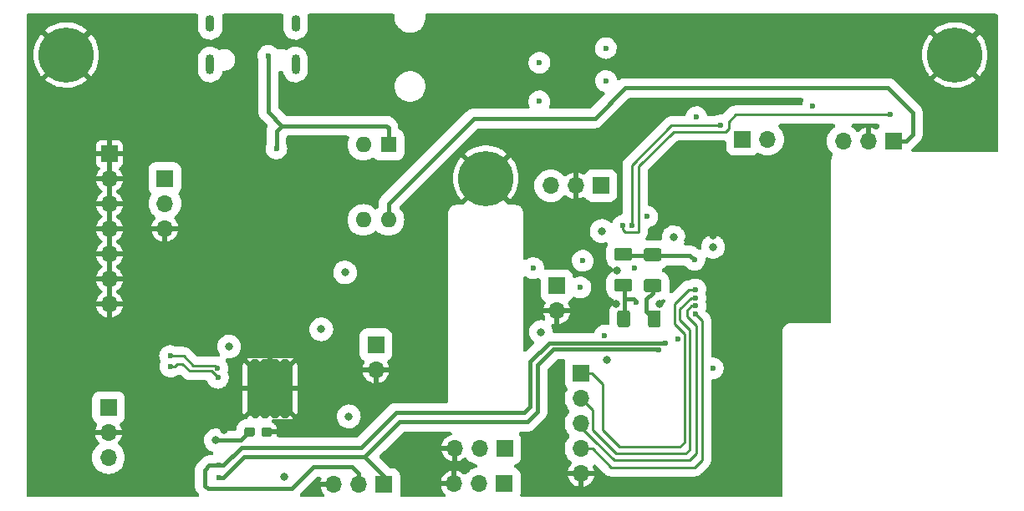
<source format=gbr>
G04 #@! TF.GenerationSoftware,KiCad,Pcbnew,(6.0.0)*
G04 #@! TF.CreationDate,2023-01-21T17:32:24+03:00*
G04 #@! TF.ProjectId,dspmodule,6473706d-6f64-4756-9c65-2e6b69636164,rev?*
G04 #@! TF.SameCoordinates,Original*
G04 #@! TF.FileFunction,Copper,L4,Bot*
G04 #@! TF.FilePolarity,Positive*
%FSLAX46Y46*%
G04 Gerber Fmt 4.6, Leading zero omitted, Abs format (unit mm)*
G04 Created by KiCad (PCBNEW (6.0.0)) date 2023-01-21 17:32:24*
%MOMM*%
%LPD*%
G01*
G04 APERTURE LIST*
G04 #@! TA.AperFunction,ComponentPad*
%ADD10R,1.700000X1.700000*%
G04 #@! TD*
G04 #@! TA.AperFunction,ComponentPad*
%ADD11O,1.700000X1.700000*%
G04 #@! TD*
G04 #@! TA.AperFunction,ComponentPad*
%ADD12C,5.600000*%
G04 #@! TD*
G04 #@! TA.AperFunction,ComponentPad*
%ADD13O,0.900000X2.000000*%
G04 #@! TD*
G04 #@! TA.AperFunction,ComponentPad*
%ADD14O,0.900000X1.700000*%
G04 #@! TD*
G04 #@! TA.AperFunction,ComponentPad*
%ADD15C,0.500000*%
G04 #@! TD*
G04 #@! TA.AperFunction,ComponentPad*
%ADD16R,1.600000X1.600000*%
G04 #@! TD*
G04 #@! TA.AperFunction,ComponentPad*
%ADD17O,1.600000X1.600000*%
G04 #@! TD*
G04 #@! TA.AperFunction,ViaPad*
%ADD18C,0.800000*%
G04 #@! TD*
G04 #@! TA.AperFunction,ViaPad*
%ADD19C,0.600000*%
G04 #@! TD*
G04 #@! TA.AperFunction,Conductor*
%ADD20C,0.400000*%
G04 #@! TD*
G04 #@! TA.AperFunction,Conductor*
%ADD21C,0.250000*%
G04 #@! TD*
G04 APERTURE END LIST*
D10*
X228520000Y-88530000D03*
D11*
X231060000Y-88530000D03*
D12*
X160000000Y-80000000D03*
X250000000Y-80000000D03*
D10*
X214150000Y-93250000D03*
D11*
X211610000Y-93250000D03*
X209070000Y-93250000D03*
D10*
X164290000Y-115740000D03*
D11*
X164290000Y-118280000D03*
X164290000Y-120820000D03*
D10*
X164380000Y-90030000D03*
D11*
X164380000Y-92570000D03*
X164380000Y-95110000D03*
X164380000Y-97650000D03*
X164380000Y-100190000D03*
X164380000Y-102730000D03*
X164380000Y-105270000D03*
D12*
X202500000Y-92500000D03*
D10*
X243790000Y-88720000D03*
D11*
X241250000Y-88720000D03*
X238710000Y-88720000D03*
D10*
X209690000Y-103400000D03*
D11*
X209690000Y-105940000D03*
D10*
X212150000Y-112270000D03*
D11*
X212150000Y-114810000D03*
X212150000Y-117350000D03*
X212150000Y-119890000D03*
X212150000Y-122430000D03*
D10*
X191360000Y-109380000D03*
D11*
X191360000Y-111920000D03*
D13*
X183230000Y-80960000D03*
X174590000Y-80960000D03*
D14*
X174590000Y-76790000D03*
X183230000Y-76790000D03*
D15*
X179650000Y-116160000D03*
X182650000Y-112635000D03*
X182650000Y-111460000D03*
X182650000Y-114985000D03*
X181650000Y-113810000D03*
X179650000Y-113810000D03*
X181650000Y-111460000D03*
X181650000Y-116160000D03*
X179650000Y-112635000D03*
X181650000Y-112635000D03*
X179650000Y-111460000D03*
X178650000Y-112635000D03*
X178650000Y-116160000D03*
X178650000Y-114985000D03*
G04 #@! TA.AperFunction,SMDPad,CuDef*
G36*
G01*
X178400000Y-116159998D02*
X178400000Y-111460002D01*
G75*
G02*
X178650002Y-111210000I250002J0D01*
G01*
X182649998Y-111210000D01*
G75*
G02*
X182900000Y-111460002I0J-250002D01*
G01*
X182900000Y-116159998D01*
G75*
G02*
X182649998Y-116410000I-250002J0D01*
G01*
X178650002Y-116410000D01*
G75*
G02*
X178400000Y-116159998I0J250002D01*
G01*
G37*
G04 #@! TD.AperFunction*
X180650000Y-112635000D03*
X180650000Y-114985000D03*
X180650000Y-111460000D03*
X180650000Y-113810000D03*
X179650000Y-114985000D03*
X178650000Y-113810000D03*
X180650000Y-116160000D03*
X182650000Y-113810000D03*
X181650000Y-114985000D03*
X178650000Y-111460000D03*
X182650000Y-116160000D03*
D16*
X192640000Y-89100000D03*
D17*
X190100000Y-89100000D03*
X190100000Y-96720000D03*
X192640000Y-96720000D03*
D10*
X204430000Y-119860000D03*
D11*
X201890000Y-119860000D03*
X199350000Y-119860000D03*
D10*
X170000000Y-92500000D03*
D11*
X170000000Y-95040000D03*
X170000000Y-97580000D03*
D10*
X192180000Y-123550000D03*
D11*
X189640000Y-123550000D03*
X187100000Y-123550000D03*
D10*
X204385000Y-123470000D03*
D11*
X201845000Y-123470000D03*
X199305000Y-123470000D03*
G04 #@! TA.AperFunction,SMDPad,CuDef*
G36*
G01*
X215770000Y-99552500D02*
X217070000Y-99552500D01*
G75*
G02*
X217320000Y-99802500I0J-250000D01*
G01*
X217320000Y-100627500D01*
G75*
G02*
X217070000Y-100877500I-250000J0D01*
G01*
X215770000Y-100877500D01*
G75*
G02*
X215520000Y-100627500I0J250000D01*
G01*
X215520000Y-99802500D01*
G75*
G02*
X215770000Y-99552500I250000J0D01*
G01*
G37*
G04 #@! TD.AperFunction*
G04 #@! TA.AperFunction,SMDPad,CuDef*
G36*
G01*
X215770000Y-102677500D02*
X217070000Y-102677500D01*
G75*
G02*
X217320000Y-102927500I0J-250000D01*
G01*
X217320000Y-103752500D01*
G75*
G02*
X217070000Y-104002500I-250000J0D01*
G01*
X215770000Y-104002500D01*
G75*
G02*
X215520000Y-103752500I0J250000D01*
G01*
X215520000Y-102927500D01*
G75*
G02*
X215770000Y-102677500I250000J0D01*
G01*
G37*
G04 #@! TD.AperFunction*
G04 #@! TA.AperFunction,SMDPad,CuDef*
G36*
G01*
X218750000Y-99582500D02*
X220050000Y-99582500D01*
G75*
G02*
X220300000Y-99832500I0J-250000D01*
G01*
X220300000Y-100657500D01*
G75*
G02*
X220050000Y-100907500I-250000J0D01*
G01*
X218750000Y-100907500D01*
G75*
G02*
X218500000Y-100657500I0J250000D01*
G01*
X218500000Y-99832500D01*
G75*
G02*
X218750000Y-99582500I250000J0D01*
G01*
G37*
G04 #@! TD.AperFunction*
G04 #@! TA.AperFunction,SMDPad,CuDef*
G36*
G01*
X218750000Y-102707500D02*
X220050000Y-102707500D01*
G75*
G02*
X220300000Y-102957500I0J-250000D01*
G01*
X220300000Y-103782500D01*
G75*
G02*
X220050000Y-104032500I-250000J0D01*
G01*
X218750000Y-104032500D01*
G75*
G02*
X218500000Y-103782500I0J250000D01*
G01*
X218500000Y-102957500D01*
G75*
G02*
X218750000Y-102707500I250000J0D01*
G01*
G37*
G04 #@! TD.AperFunction*
G04 #@! TA.AperFunction,SMDPad,CuDef*
G36*
G01*
X215820000Y-107375000D02*
X215820000Y-106125000D01*
G75*
G02*
X216070000Y-105875000I250000J0D01*
G01*
X216870000Y-105875000D01*
G75*
G02*
X217120000Y-106125000I0J-250000D01*
G01*
X217120000Y-107375000D01*
G75*
G02*
X216870000Y-107625000I-250000J0D01*
G01*
X216070000Y-107625000D01*
G75*
G02*
X215820000Y-107375000I0J250000D01*
G01*
G37*
G04 #@! TD.AperFunction*
G04 #@! TA.AperFunction,SMDPad,CuDef*
G36*
G01*
X218920000Y-107375000D02*
X218920000Y-106125000D01*
G75*
G02*
X219170000Y-105875000I250000J0D01*
G01*
X219970000Y-105875000D01*
G75*
G02*
X220220000Y-106125000I0J-250000D01*
G01*
X220220000Y-107375000D01*
G75*
G02*
X219970000Y-107625000I-250000J0D01*
G01*
X219170000Y-107625000D01*
G75*
G02*
X218920000Y-107375000I0J250000D01*
G01*
G37*
G04 #@! TD.AperFunction*
G04 #@! TA.AperFunction,SMDPad,CuDef*
G36*
G01*
X178045000Y-118457500D02*
X178045000Y-117982500D01*
G75*
G02*
X178282500Y-117745000I237500J0D01*
G01*
X178882500Y-117745000D01*
G75*
G02*
X179120000Y-117982500I0J-237500D01*
G01*
X179120000Y-118457500D01*
G75*
G02*
X178882500Y-118695000I-237500J0D01*
G01*
X178282500Y-118695000D01*
G75*
G02*
X178045000Y-118457500I0J237500D01*
G01*
G37*
G04 #@! TD.AperFunction*
G04 #@! TA.AperFunction,SMDPad,CuDef*
G36*
G01*
X179770000Y-118457500D02*
X179770000Y-117982500D01*
G75*
G02*
X180007500Y-117745000I237500J0D01*
G01*
X180607500Y-117745000D01*
G75*
G02*
X180845000Y-117982500I0J-237500D01*
G01*
X180845000Y-118457500D01*
G75*
G02*
X180607500Y-118695000I-237500J0D01*
G01*
X180007500Y-118695000D01*
G75*
G02*
X179770000Y-118457500I0J237500D01*
G01*
G37*
G04 #@! TD.AperFunction*
D18*
X157480000Y-119380000D03*
X180920000Y-108170000D03*
X195580000Y-106680000D03*
X236220000Y-91440000D03*
X170620000Y-120800000D03*
X157480000Y-101600000D03*
X157480000Y-116840000D03*
X173470000Y-115290000D03*
X215680000Y-105270000D03*
X226060000Y-121920000D03*
X195580000Y-114300000D03*
X233680000Y-91440000D03*
X157480000Y-114300000D03*
X226270000Y-108710000D03*
X157480000Y-104140000D03*
X184060000Y-104050000D03*
X226260000Y-107680000D03*
X231140000Y-121920000D03*
X181050000Y-94870000D03*
X176010000Y-117990000D03*
X195580000Y-101600000D03*
X215800000Y-101830000D03*
X157480000Y-86360000D03*
X157480000Y-96520000D03*
X226930000Y-115430000D03*
X248920000Y-86360000D03*
X157480000Y-99060000D03*
X157480000Y-111760000D03*
X157480000Y-109220000D03*
X195580000Y-104140000D03*
X225830000Y-115440000D03*
X208280000Y-88900000D03*
X195580000Y-109220000D03*
X157480000Y-106680000D03*
X157480000Y-121920000D03*
X210820000Y-88900000D03*
X195580000Y-99060000D03*
X220120000Y-105230000D03*
X157480000Y-88900000D03*
X175290000Y-106980000D03*
X233680000Y-91440000D03*
X195580000Y-111760000D03*
X251460000Y-88900000D03*
X222960000Y-98790000D03*
X225550000Y-98290000D03*
X248920000Y-88900000D03*
X170620000Y-122040000D03*
X228600000Y-121920000D03*
X182470000Y-94870000D03*
X157480000Y-93980000D03*
X157480000Y-91440000D03*
X251460000Y-86360000D03*
D19*
X170560000Y-111590000D03*
X175370000Y-112730000D03*
D18*
X214760000Y-110890000D03*
X188247537Y-102042856D03*
X225510000Y-99450000D03*
D19*
X225490000Y-111770000D03*
D18*
X208080000Y-108080000D03*
X182050000Y-122740000D03*
X185840000Y-107810000D03*
D19*
X217760000Y-105040000D03*
D18*
X188630000Y-116640000D03*
X214240000Y-97840000D03*
X221530000Y-98480000D03*
X175160000Y-119070000D03*
X176500000Y-109560000D03*
D19*
X214670000Y-82640000D03*
X214660000Y-79290000D03*
X212330000Y-100860000D03*
X207930000Y-84690000D03*
X223620000Y-100750000D03*
X235630000Y-85190000D03*
X223840000Y-86300000D03*
X175320000Y-111770000D03*
X170530000Y-110520000D03*
X181290000Y-89460000D03*
X180490010Y-80089990D03*
X223720000Y-103780000D03*
X223728578Y-104637938D03*
X223730322Y-105437938D03*
X223719898Y-106237872D03*
X212090000Y-103570000D03*
X207940000Y-80780000D03*
X207300000Y-101610000D03*
X216400000Y-97300000D03*
X243450000Y-86050000D03*
X217270000Y-97300000D03*
X226279991Y-87134990D03*
X217579011Y-101615651D03*
X218860000Y-96390000D03*
X220690000Y-109210000D03*
X175465000Y-121605000D03*
X175455000Y-122875000D03*
X220010000Y-109900000D03*
X214550000Y-108460000D03*
X221950000Y-108820000D03*
D20*
X245040000Y-88720000D02*
X245740000Y-88020000D01*
X213540000Y-86420000D02*
X201290000Y-86420000D01*
X245740000Y-85850000D02*
X243240000Y-83350000D01*
X245740000Y-88020000D02*
X245740000Y-85850000D01*
X243790000Y-88720000D02*
X245040000Y-88720000D01*
X216610000Y-83350000D02*
X213540000Y-86420000D01*
X243240000Y-83350000D02*
X216610000Y-83350000D01*
X201290000Y-86420000D02*
X192640000Y-95070000D01*
X192640000Y-95070000D02*
X192640000Y-96720000D01*
D21*
X171790000Y-111300000D02*
X172540000Y-112050000D01*
X172540000Y-112050000D02*
X174690000Y-112050000D01*
X170984264Y-111590000D02*
X171274264Y-111300000D01*
X174690000Y-112050000D02*
X175370000Y-112730000D01*
X171274264Y-111300000D02*
X171790000Y-111300000D01*
X170560000Y-111590000D02*
X170984264Y-111590000D01*
D20*
X216420000Y-103265000D02*
X216532500Y-103377500D01*
X216532500Y-104772500D02*
X216532500Y-106750000D01*
X177720000Y-119070000D02*
X178570000Y-118220000D01*
X217492500Y-104772500D02*
X217760000Y-105040000D01*
X175160000Y-119070000D02*
X177720000Y-119070000D01*
X216532500Y-104772500D02*
X217492500Y-104772500D01*
X216532500Y-103377500D02*
X216532500Y-104772500D01*
X219400000Y-100320000D02*
X223190000Y-100320000D01*
X223190000Y-100320000D02*
X223620000Y-100750000D01*
X216420000Y-100290000D02*
X219370000Y-100290000D01*
X219370000Y-100290000D02*
X219400000Y-100320000D01*
X219400000Y-103295000D02*
X219400000Y-104107500D01*
X219400000Y-104107500D02*
X218736153Y-104771347D01*
X218736153Y-105978653D02*
X219507500Y-106750000D01*
X218736153Y-104771347D02*
X218736153Y-105978653D01*
D21*
X175320000Y-111770000D02*
X175020001Y-111470001D01*
X171890000Y-110520000D02*
X170530000Y-110520000D01*
X172840001Y-111470001D02*
X171890000Y-110520000D01*
X175020001Y-111470001D02*
X172840001Y-111470001D01*
D20*
X192640000Y-89100000D02*
X192640000Y-87360000D01*
X180490010Y-85800010D02*
X181860000Y-87170000D01*
X181290000Y-87740000D02*
X181290000Y-89460000D01*
X180490010Y-80089990D02*
X180490010Y-85800010D01*
X192640000Y-87360000D02*
X192450000Y-87170000D01*
X192450000Y-87170000D02*
X181860000Y-87170000D01*
X181860000Y-87170000D02*
X181290000Y-87740000D01*
D21*
X214370000Y-118040000D02*
X216060000Y-119730000D01*
X212150000Y-112270000D02*
X213250000Y-112270000D01*
X222160000Y-119730000D02*
X222620000Y-119270000D01*
X216060000Y-119730000D02*
X222160000Y-119730000D01*
X223040000Y-103780000D02*
X223720000Y-103780000D01*
X221590000Y-107280000D02*
X221590000Y-105230000D01*
X222620000Y-108310000D02*
X221590000Y-107280000D01*
X222620000Y-119270000D02*
X222620000Y-108310000D01*
X213250000Y-112270000D02*
X214370000Y-113390000D01*
X221590000Y-105230000D02*
X223040000Y-103780000D01*
X214370000Y-113390000D02*
X214370000Y-118040000D01*
X223140000Y-107830000D02*
X222170000Y-106860000D01*
X223140000Y-120040000D02*
X223140000Y-107830000D01*
X222170000Y-106860000D02*
X222170000Y-105772252D01*
X222760000Y-120420000D02*
X223140000Y-120040000D01*
X212150000Y-114810000D02*
X213325001Y-115985001D01*
X213325001Y-115985001D02*
X213325001Y-118035001D01*
X223304314Y-104637938D02*
X223728578Y-104637938D01*
X222170000Y-105772252D02*
X223304314Y-104637938D01*
X213325001Y-118035001D02*
X215710000Y-120420000D01*
X215710000Y-120420000D02*
X222760000Y-120420000D01*
X223850000Y-107480000D02*
X222870000Y-106500000D01*
X222870000Y-105873996D02*
X223306058Y-105437938D01*
X213510000Y-119130000D02*
X215490000Y-121110000D01*
X223306058Y-105437938D02*
X223730322Y-105437938D01*
X212150000Y-117760000D02*
X213510000Y-119120000D01*
X215490000Y-121110000D02*
X223170000Y-121110000D01*
X222870000Y-106500000D02*
X222870000Y-105873996D01*
X223170000Y-121110000D02*
X223850000Y-120430000D01*
X223850000Y-120430000D02*
X223850000Y-107480000D01*
X213510000Y-119120000D02*
X213510000Y-119130000D01*
X212150000Y-117350000D02*
X212150000Y-117760000D01*
X224019897Y-106537871D02*
X223719898Y-106237872D01*
X215210000Y-121800000D02*
X223640000Y-121800000D01*
X212150000Y-119890000D02*
X213300000Y-119890000D01*
X223640000Y-121800000D02*
X224390000Y-121050000D01*
X224390000Y-121050000D02*
X224390000Y-106907974D01*
X213300000Y-119890000D02*
X215210000Y-121800000D01*
X224390000Y-106907974D02*
X224019897Y-106537871D01*
X217970000Y-97920000D02*
X217970000Y-91290000D01*
X216635736Y-97960000D02*
X217930000Y-97960000D01*
X226830000Y-87760000D02*
X227100000Y-87490000D01*
X216400000Y-97724264D02*
X216635736Y-97960000D01*
X216400000Y-97300000D02*
X216400000Y-97724264D01*
X217970000Y-91290000D02*
X221500000Y-87760000D01*
X217930000Y-97960000D02*
X217970000Y-97920000D01*
X227100000Y-87490000D02*
X227100000Y-86750000D01*
X221500000Y-87760000D02*
X226830000Y-87760000D01*
X227100000Y-86750000D02*
X227800000Y-86050000D01*
X227800000Y-86050000D02*
X243450000Y-86050000D01*
X225855727Y-87134990D02*
X226279991Y-87134990D01*
X217270000Y-91170000D02*
X221305010Y-87134990D01*
X221305010Y-87134990D02*
X225855727Y-87134990D01*
X217270000Y-97300000D02*
X217270000Y-91170000D01*
D20*
X206400000Y-116280000D02*
X206990000Y-115690000D01*
X189910000Y-119760000D02*
X193390000Y-116280000D01*
X174040000Y-123660000D02*
X174340000Y-123960000D01*
X174495000Y-121605000D02*
X174040000Y-122060000D01*
X182830000Y-123960000D02*
X185050000Y-121740000D01*
X189640000Y-122450000D02*
X189640000Y-123550000D01*
X185050000Y-121740000D02*
X188930000Y-121740000D01*
X175465000Y-121605000D02*
X175889264Y-121605000D01*
X174040000Y-122060000D02*
X174040000Y-123660000D01*
X220680000Y-109200000D02*
X220690000Y-109210000D01*
X177734264Y-119760000D02*
X189910000Y-119760000D01*
X175889264Y-121605000D02*
X174495000Y-121605000D01*
X175889264Y-121605000D02*
X177734264Y-119760000D01*
X206990000Y-115690000D02*
X206990000Y-111110000D01*
X174340000Y-123960000D02*
X182830000Y-123960000D01*
X193390000Y-116280000D02*
X206400000Y-116280000D01*
X188930000Y-121740000D02*
X189640000Y-122450000D01*
X206990000Y-111110000D02*
X208900000Y-109200000D01*
X220090000Y-109200000D02*
X220680000Y-109200000D01*
X208900000Y-109200000D02*
X220090000Y-109200000D01*
X175879264Y-122875000D02*
X178044264Y-120710000D01*
X190220000Y-120710000D02*
X192180000Y-122670000D01*
X207740000Y-116130000D02*
X207740000Y-111420000D01*
X190220000Y-120710000D02*
X193750000Y-117180000D01*
X175455000Y-122875000D02*
X175879264Y-122875000D01*
X207740000Y-111420000D02*
X209330000Y-109830000D01*
X192180000Y-122670000D02*
X192180000Y-123550000D01*
X209330000Y-109830000D02*
X219960000Y-109830000D01*
X206690000Y-117180000D02*
X207740000Y-116130000D01*
X219960000Y-109850000D02*
X220010000Y-109900000D01*
X219960000Y-109830000D02*
X219960000Y-109850000D01*
X193750000Y-117180000D02*
X206690000Y-117180000D01*
X178044264Y-120710000D02*
X190220000Y-120710000D01*
X219960000Y-109830000D02*
X220010000Y-109880000D01*
G04 #@! TA.AperFunction,Conductor*
G36*
X198954060Y-118200207D02*
G01*
X199023301Y-118255426D01*
X199061728Y-118335218D01*
X199061728Y-118423782D01*
X199023301Y-118503574D01*
X198954060Y-118558793D01*
X198929541Y-118568653D01*
X198829710Y-118601283D01*
X198814707Y-118607589D01*
X198631122Y-118703158D01*
X198617340Y-118711837D01*
X198451827Y-118836108D01*
X198439657Y-118846913D01*
X198296658Y-118996553D01*
X198286418Y-119009199D01*
X198169782Y-119180180D01*
X198161741Y-119194335D01*
X198074597Y-119382071D01*
X198068976Y-119397350D01*
X198014793Y-119592726D01*
X198016012Y-119603028D01*
X198018207Y-119604390D01*
X198027843Y-119606000D01*
X199405000Y-119606000D01*
X199491343Y-119625707D01*
X199560584Y-119680926D01*
X199599011Y-119760718D01*
X199604000Y-119805000D01*
X199604000Y-121174209D01*
X199608330Y-121193179D01*
X199609690Y-121193834D01*
X199621404Y-121194402D01*
X199625212Y-121193915D01*
X199641132Y-121190531D01*
X199839385Y-121131052D01*
X199854534Y-121125115D01*
X200040396Y-121034061D01*
X200054392Y-121025718D01*
X200222884Y-120905534D01*
X200235322Y-120895024D01*
X200281965Y-120848544D01*
X200357036Y-120801557D01*
X200445060Y-120791795D01*
X200528602Y-120821191D01*
X200573754Y-120860264D01*
X200719311Y-121030689D01*
X200916860Y-121199412D01*
X200923517Y-121203492D01*
X200923522Y-121203495D01*
X201033566Y-121270929D01*
X201138372Y-121335154D01*
X201378390Y-121434573D01*
X201509694Y-121466096D01*
X201589049Y-121505415D01*
X201643487Y-121575272D01*
X201662224Y-121661831D01*
X201641550Y-121747947D01*
X201585558Y-121816565D01*
X201509693Y-121853100D01*
X201459219Y-121865218D01*
X201333390Y-121895427D01*
X201093372Y-121994846D01*
X201062486Y-122013773D01*
X200878522Y-122126505D01*
X200878517Y-122126508D01*
X200871860Y-122130588D01*
X200674311Y-122299311D01*
X200531041Y-122467059D01*
X200459983Y-122519914D01*
X200373025Y-122536704D01*
X200287395Y-122514103D01*
X200244002Y-122483354D01*
X200227923Y-122468360D01*
X200065484Y-122340074D01*
X200051934Y-122331072D01*
X199870730Y-122231041D01*
X199855893Y-122224373D01*
X199660780Y-122155279D01*
X199645042Y-122151122D01*
X199581076Y-122139727D01*
X199562077Y-122140642D01*
X199559000Y-122155794D01*
X199559000Y-123525000D01*
X199539293Y-123611343D01*
X199484074Y-123680584D01*
X199404282Y-123719011D01*
X199360000Y-123724000D01*
X197992533Y-123724000D01*
X197975034Y-123727994D01*
X197975009Y-123745740D01*
X198002906Y-123869525D01*
X198007773Y-123885054D01*
X198085637Y-124076812D01*
X198092987Y-124091363D01*
X198201126Y-124267829D01*
X198210734Y-124280958D01*
X198346257Y-124437409D01*
X198363716Y-124454506D01*
X198362674Y-124455570D01*
X198410635Y-124518199D01*
X198428641Y-124604912D01*
X198407240Y-124690851D01*
X198350671Y-124758994D01*
X198270138Y-124795844D01*
X198229679Y-124800000D01*
X194009432Y-124800000D01*
X193923089Y-124780293D01*
X193853848Y-124725074D01*
X193815421Y-124645282D01*
X193815532Y-124556234D01*
X193828333Y-124500790D01*
X193828334Y-124500786D01*
X193830226Y-124492589D01*
X193830500Y-124487837D01*
X193830500Y-123550000D01*
X193830500Y-123202726D01*
X197969793Y-123202726D01*
X197971012Y-123213028D01*
X197973207Y-123214390D01*
X197982843Y-123216000D01*
X199028577Y-123216000D01*
X199047547Y-123211670D01*
X199051000Y-123204500D01*
X199051000Y-122157410D01*
X199046670Y-122138440D01*
X199046452Y-122138335D01*
X199032443Y-122137827D01*
X198997283Y-122143207D01*
X198981445Y-122146980D01*
X198784710Y-122211283D01*
X198769707Y-122217589D01*
X198586122Y-122313158D01*
X198572340Y-122321837D01*
X198406827Y-122446108D01*
X198394657Y-122456913D01*
X198251658Y-122606553D01*
X198241418Y-122619199D01*
X198124782Y-122790180D01*
X198116741Y-122804335D01*
X198029597Y-122992071D01*
X198023976Y-123007350D01*
X197969793Y-123202726D01*
X193830500Y-123202726D01*
X193830499Y-122615003D01*
X193830499Y-122612164D01*
X193830226Y-122607411D01*
X193806351Y-122503995D01*
X193792330Y-122443263D01*
X193792329Y-122443260D01*
X193789827Y-122432423D01*
X193711664Y-122270734D01*
X193599620Y-122130380D01*
X193459266Y-122018336D01*
X193297577Y-121940173D01*
X193286740Y-121937671D01*
X193286737Y-121937670D01*
X193130793Y-121901668D01*
X193122589Y-121899774D01*
X193117837Y-121899500D01*
X192906849Y-121899500D01*
X192820506Y-121879793D01*
X192766135Y-121841214D01*
X191775635Y-120850714D01*
X191728516Y-120775726D01*
X191718600Y-120687719D01*
X191747851Y-120604126D01*
X191775635Y-120569286D01*
X192209181Y-120135740D01*
X198020009Y-120135740D01*
X198047906Y-120259525D01*
X198052773Y-120275054D01*
X198130637Y-120466812D01*
X198137987Y-120481363D01*
X198246126Y-120657829D01*
X198255734Y-120670958D01*
X198391257Y-120827409D01*
X198402885Y-120838796D01*
X198562134Y-120971007D01*
X198575458Y-120980337D01*
X198754171Y-121084769D01*
X198768840Y-121091797D01*
X198962206Y-121165636D01*
X198977833Y-121170176D01*
X199074028Y-121189747D01*
X199092477Y-121189310D01*
X199096000Y-121172987D01*
X199096000Y-120136423D01*
X199091670Y-120117453D01*
X199084500Y-120114000D01*
X198037533Y-120114000D01*
X198020034Y-120117994D01*
X198020009Y-120135740D01*
X192209181Y-120135740D01*
X194106134Y-118238786D01*
X194181122Y-118191667D01*
X194246848Y-118180500D01*
X198867717Y-118180500D01*
X198954060Y-118200207D01*
G37*
G04 #@! TD.AperFunction*
G04 #@! TA.AperFunction,Conductor*
G36*
X185753083Y-122760207D02*
G01*
X185822324Y-122815426D01*
X185860751Y-122895218D01*
X185860751Y-122983782D01*
X185847242Y-123023285D01*
X185824599Y-123072066D01*
X185818976Y-123087350D01*
X185764793Y-123282726D01*
X185766012Y-123293028D01*
X185768207Y-123294390D01*
X185777843Y-123296000D01*
X187155000Y-123296000D01*
X187241343Y-123315707D01*
X187310584Y-123370926D01*
X187349011Y-123450718D01*
X187354000Y-123495000D01*
X187354000Y-123605000D01*
X187334293Y-123691343D01*
X187279074Y-123760584D01*
X187199282Y-123799011D01*
X187155000Y-123804000D01*
X185787533Y-123804000D01*
X185770034Y-123807994D01*
X185770009Y-123825740D01*
X185797906Y-123949525D01*
X185802773Y-123965054D01*
X185880637Y-124156812D01*
X185887987Y-124171363D01*
X185996126Y-124347829D01*
X186005734Y-124360958D01*
X186100801Y-124470706D01*
X186142437Y-124548872D01*
X186146036Y-124637362D01*
X186110883Y-124718650D01*
X186043942Y-124776637D01*
X185950386Y-124800000D01*
X183885349Y-124800000D01*
X183799006Y-124780293D01*
X183729765Y-124725074D01*
X183691338Y-124645282D01*
X183691338Y-124556718D01*
X183729765Y-124476926D01*
X183744635Y-124460286D01*
X185406134Y-122798786D01*
X185481122Y-122751667D01*
X185546848Y-122740500D01*
X185666740Y-122740500D01*
X185753083Y-122760207D01*
G37*
G04 #@! TD.AperFunction*
G04 #@! TA.AperFunction,Conductor*
G36*
X237778645Y-86995207D02*
G01*
X237847886Y-87050426D01*
X237886313Y-87130218D01*
X237886313Y-87218782D01*
X237847886Y-87298574D01*
X237796279Y-87344175D01*
X237743531Y-87376499D01*
X237743522Y-87376506D01*
X237736860Y-87380588D01*
X237539311Y-87549311D01*
X237534236Y-87555253D01*
X237527174Y-87563522D01*
X237370588Y-87746860D01*
X237366508Y-87753517D01*
X237366505Y-87753522D01*
X237343771Y-87790621D01*
X237234846Y-87968372D01*
X237135427Y-88208390D01*
X237074779Y-88461006D01*
X237054396Y-88720000D01*
X237074779Y-88978994D01*
X237135427Y-89231610D01*
X237234846Y-89471628D01*
X237280297Y-89545797D01*
X237366505Y-89686478D01*
X237366508Y-89686483D01*
X237370588Y-89693140D01*
X237539311Y-89890689D01*
X237595202Y-89938424D01*
X237648058Y-90009483D01*
X237664848Y-90096440D01*
X237642247Y-90182071D01*
X237633976Y-90196383D01*
X237626352Y-90208395D01*
X237625609Y-90209556D01*
X237584500Y-90273344D01*
X237584497Y-90273350D01*
X237578896Y-90282041D01*
X237577929Y-90284699D01*
X237576415Y-90287084D01*
X237572952Y-90296808D01*
X237572951Y-90296811D01*
X237547508Y-90368264D01*
X237547038Y-90369570D01*
X237517511Y-90450696D01*
X237517157Y-90453502D01*
X237516209Y-90456163D01*
X237514985Y-90466428D01*
X237506008Y-90541707D01*
X237505839Y-90543082D01*
X237500743Y-90583423D01*
X237500000Y-90589308D01*
X237500000Y-90591586D01*
X237499804Y-90593742D01*
X237494958Y-90634380D01*
X237497896Y-90662330D01*
X237498910Y-90671982D01*
X237500000Y-90692782D01*
X237500000Y-107001000D01*
X237480293Y-107087343D01*
X237425074Y-107156584D01*
X237345282Y-107195011D01*
X237301000Y-107200000D01*
X233419725Y-107200000D01*
X233396163Y-107198600D01*
X233376667Y-107196275D01*
X233376665Y-107196275D01*
X233365620Y-107194958D01*
X233319317Y-107199824D01*
X233317135Y-107200000D01*
X233314871Y-107200000D01*
X233309345Y-107200620D01*
X233309342Y-107200620D01*
X233274275Y-107204553D01*
X233272896Y-107204703D01*
X233197386Y-107212639D01*
X233197382Y-107212640D01*
X233187125Y-107213718D01*
X233184449Y-107214629D01*
X233181640Y-107214944D01*
X233171910Y-107218333D01*
X233171903Y-107218334D01*
X233100098Y-107243340D01*
X233099062Y-107243697D01*
X233017221Y-107271558D01*
X233014812Y-107273040D01*
X233012144Y-107273969D01*
X233003401Y-107279432D01*
X233003395Y-107279435D01*
X232939028Y-107319656D01*
X232937849Y-107320387D01*
X232873139Y-107360197D01*
X232873137Y-107360199D01*
X232864354Y-107365602D01*
X232862332Y-107367582D01*
X232859938Y-107369078D01*
X232812490Y-107416196D01*
X232798758Y-107429832D01*
X232797770Y-107430806D01*
X232736122Y-107491177D01*
X232734590Y-107493554D01*
X232732585Y-107495545D01*
X232727066Y-107504242D01*
X232727065Y-107504243D01*
X232686358Y-107568386D01*
X232685609Y-107569556D01*
X232644500Y-107633344D01*
X232644497Y-107633350D01*
X232638896Y-107642041D01*
X232637929Y-107644699D01*
X232636415Y-107647084D01*
X232632952Y-107656808D01*
X232632951Y-107656811D01*
X232607508Y-107728264D01*
X232607063Y-107729501D01*
X232577511Y-107810696D01*
X232577157Y-107813502D01*
X232576209Y-107816163D01*
X232574985Y-107826428D01*
X232566008Y-107901707D01*
X232565839Y-107903082D01*
X232560743Y-107943423D01*
X232560000Y-107949308D01*
X232560000Y-107951586D01*
X232559804Y-107953742D01*
X232554958Y-107994380D01*
X232556331Y-108007445D01*
X232558910Y-108031982D01*
X232560000Y-108052782D01*
X232560000Y-124601000D01*
X232540293Y-124687343D01*
X232485074Y-124756584D01*
X232405282Y-124795011D01*
X232361000Y-124800000D01*
X206195963Y-124800000D01*
X206109620Y-124780293D01*
X206040379Y-124725074D01*
X206001952Y-124645282D01*
X206002063Y-124556235D01*
X206033332Y-124420793D01*
X206035226Y-124412589D01*
X206035500Y-124407837D01*
X206035500Y-123470000D01*
X206035499Y-122705740D01*
X210820009Y-122705740D01*
X210847906Y-122829525D01*
X210852773Y-122845054D01*
X210930637Y-123036812D01*
X210937987Y-123051363D01*
X211046126Y-123227829D01*
X211055734Y-123240958D01*
X211191257Y-123397409D01*
X211202885Y-123408796D01*
X211362134Y-123541007D01*
X211375458Y-123550337D01*
X211554171Y-123654769D01*
X211568840Y-123661797D01*
X211762206Y-123735636D01*
X211777833Y-123740176D01*
X211874028Y-123759747D01*
X211892477Y-123759310D01*
X211895736Y-123744209D01*
X212404000Y-123744209D01*
X212408330Y-123763179D01*
X212409690Y-123763834D01*
X212421404Y-123764402D01*
X212425212Y-123763915D01*
X212441132Y-123760531D01*
X212639385Y-123701052D01*
X212654534Y-123695115D01*
X212840396Y-123604061D01*
X212854392Y-123595718D01*
X213022884Y-123475534D01*
X213035321Y-123465025D01*
X213181931Y-123318925D01*
X213192474Y-123306537D01*
X213313255Y-123138454D01*
X213321643Y-123124492D01*
X213413349Y-122938941D01*
X213419336Y-122923819D01*
X213479507Y-122725773D01*
X213482946Y-122709867D01*
X213483425Y-122706228D01*
X213481608Y-122686858D01*
X213480497Y-122686130D01*
X213468633Y-122684000D01*
X212426423Y-122684000D01*
X212407453Y-122688330D01*
X212404000Y-122695500D01*
X212404000Y-123744209D01*
X211895736Y-123744209D01*
X211896000Y-123742987D01*
X211896000Y-122706423D01*
X211891670Y-122687453D01*
X211884500Y-122684000D01*
X210837533Y-122684000D01*
X210820034Y-122687994D01*
X210820009Y-122705740D01*
X206035499Y-122705740D01*
X206035499Y-122535003D01*
X206035499Y-122532164D01*
X206035226Y-122527411D01*
X206015799Y-122443263D01*
X205997330Y-122363263D01*
X205997329Y-122363260D01*
X205994827Y-122352423D01*
X205916664Y-122190734D01*
X205804620Y-122050380D01*
X205664266Y-121938336D01*
X205547549Y-121881913D01*
X205512592Y-121865014D01*
X205512589Y-121865013D01*
X205502577Y-121860173D01*
X205493798Y-121858146D01*
X205419799Y-121811442D01*
X205372831Y-121736359D01*
X205363091Y-121648333D01*
X205392509Y-121564798D01*
X205455258Y-121502300D01*
X205516031Y-121477110D01*
X205536735Y-121472330D01*
X205536734Y-121472330D01*
X205547577Y-121469827D01*
X205709266Y-121391664D01*
X205849620Y-121279620D01*
X205961664Y-121139266D01*
X206039827Y-120977577D01*
X206043540Y-120961498D01*
X206078332Y-120810793D01*
X206080226Y-120802589D01*
X206080500Y-120797837D01*
X206080500Y-119860000D01*
X206080499Y-118925003D01*
X206080499Y-118922164D01*
X206080226Y-118917411D01*
X206055572Y-118810622D01*
X206042330Y-118753263D01*
X206042329Y-118753260D01*
X206039827Y-118742423D01*
X205961664Y-118580734D01*
X205912288Y-118518882D01*
X205900130Y-118503652D01*
X205861664Y-118423878D01*
X205861620Y-118335315D01*
X205900007Y-118255503D01*
X205969221Y-118200250D01*
X206055653Y-118180500D01*
X206672830Y-118180500D01*
X206678387Y-118180578D01*
X206763653Y-118182960D01*
X206820443Y-118172946D01*
X206834838Y-118170948D01*
X206892216Y-118165120D01*
X206901832Y-118162106D01*
X206901839Y-118162105D01*
X206915178Y-118157925D01*
X206940132Y-118151841D01*
X206953899Y-118149414D01*
X206953903Y-118149413D01*
X206963821Y-118147664D01*
X207017410Y-118126447D01*
X207031154Y-118121580D01*
X207076552Y-118107353D01*
X207076554Y-118107352D01*
X207086172Y-118104338D01*
X207094986Y-118099452D01*
X207094991Y-118099450D01*
X207107214Y-118092674D01*
X207130442Y-118081694D01*
X207143432Y-118076551D01*
X207143433Y-118076550D01*
X207152805Y-118072840D01*
X207201040Y-118041276D01*
X207213526Y-118033744D01*
X207227497Y-118026000D01*
X207263944Y-118005797D01*
X207282216Y-117990136D01*
X207302748Y-117974720D01*
X207322882Y-117961545D01*
X207327838Y-117957083D01*
X207364764Y-117920157D01*
X207375974Y-117909776D01*
X207410613Y-117880087D01*
X207410615Y-117880085D01*
X207418271Y-117873523D01*
X207434364Y-117852776D01*
X207450891Y-117834030D01*
X208435306Y-116849614D01*
X208439290Y-116845740D01*
X208493953Y-116794048D01*
X208493956Y-116794045D01*
X208501280Y-116787119D01*
X208534350Y-116739890D01*
X208543143Y-116728264D01*
X208573201Y-116691410D01*
X208573202Y-116691409D01*
X208579573Y-116683597D01*
X208590720Y-116662275D01*
X208604062Y-116640331D01*
X208612083Y-116628876D01*
X208612084Y-116628875D01*
X208617863Y-116620621D01*
X208640760Y-116567709D01*
X208647036Y-116554554D01*
X208669069Y-116512407D01*
X208669069Y-116512406D01*
X208673741Y-116503470D01*
X208676520Y-116493779D01*
X208680373Y-116480342D01*
X208689031Y-116456162D01*
X208694581Y-116443338D01*
X208694584Y-116443329D01*
X208698586Y-116434081D01*
X208700646Y-116424218D01*
X208700650Y-116424207D01*
X208710378Y-116377641D01*
X208713881Y-116363486D01*
X208726987Y-116317778D01*
X208729766Y-116308087D01*
X208731612Y-116284091D01*
X208735230Y-116258677D01*
X208738588Y-116242605D01*
X208738589Y-116242596D01*
X208740151Y-116235120D01*
X208740500Y-116228461D01*
X208740500Y-116176228D01*
X208741087Y-116160960D01*
X208743600Y-116128299D01*
X208745360Y-116105430D01*
X208742069Y-116079379D01*
X208740500Y-116054438D01*
X208740500Y-111916849D01*
X208760207Y-111830506D01*
X208798786Y-111776135D01*
X209686135Y-110888786D01*
X209761123Y-110841667D01*
X209826849Y-110830500D01*
X210378563Y-110830500D01*
X210464906Y-110850207D01*
X210534147Y-110905426D01*
X210572574Y-110985218D01*
X210572574Y-111073782D01*
X210557726Y-111116111D01*
X210545017Y-111142400D01*
X210545014Y-111142410D01*
X210540173Y-111152423D01*
X210537671Y-111163260D01*
X210537670Y-111163263D01*
X210507938Y-111292049D01*
X210499774Y-111327411D01*
X210499500Y-111332163D01*
X210499501Y-113207836D01*
X210499774Y-113212589D01*
X210501671Y-113220805D01*
X210534503Y-113363016D01*
X210540173Y-113387577D01*
X210618336Y-113549266D01*
X210727546Y-113686070D01*
X210730380Y-113689620D01*
X210729978Y-113689941D01*
X210772912Y-113758268D01*
X210782828Y-113846275D01*
X210754755Y-113927970D01*
X210678933Y-114051701D01*
X210678928Y-114051710D01*
X210674846Y-114058372D01*
X210575427Y-114298390D01*
X210514779Y-114551006D01*
X210494396Y-114810000D01*
X210514779Y-115068994D01*
X210575427Y-115321610D01*
X210674846Y-115561628D01*
X210702787Y-115607224D01*
X210806505Y-115776478D01*
X210806508Y-115776483D01*
X210810588Y-115783140D01*
X210885689Y-115871071D01*
X210953749Y-115950760D01*
X210994839Y-116029214D01*
X210997819Y-116117727D01*
X210962100Y-116198768D01*
X210953749Y-116209240D01*
X210925253Y-116242605D01*
X210810588Y-116376860D01*
X210806508Y-116383517D01*
X210806505Y-116383522D01*
X210748409Y-116478328D01*
X210674846Y-116598372D01*
X210575427Y-116838390D01*
X210514779Y-117091006D01*
X210494396Y-117350000D01*
X210514779Y-117608994D01*
X210575427Y-117861610D01*
X210674846Y-118101628D01*
X210706986Y-118154076D01*
X210806505Y-118316478D01*
X210806508Y-118316483D01*
X210810588Y-118323140D01*
X210839062Y-118356479D01*
X210953749Y-118490760D01*
X210994839Y-118569214D01*
X210997819Y-118657727D01*
X210962100Y-118738768D01*
X210953749Y-118749240D01*
X210810588Y-118916860D01*
X210806508Y-118923517D01*
X210806505Y-118923522D01*
X210775271Y-118974492D01*
X210674846Y-119138372D01*
X210575427Y-119378390D01*
X210514779Y-119631006D01*
X210494396Y-119890000D01*
X210514779Y-120148994D01*
X210575427Y-120401610D01*
X210674846Y-120641628D01*
X210705914Y-120692327D01*
X210806505Y-120856478D01*
X210806508Y-120856483D01*
X210810588Y-120863140D01*
X210815664Y-120869083D01*
X210956569Y-121034061D01*
X210979311Y-121060689D01*
X211135299Y-121193915D01*
X211150077Y-121206537D01*
X211202934Y-121277598D01*
X211219724Y-121364555D01*
X211197122Y-121450186D01*
X211164707Y-121495344D01*
X211096659Y-121566553D01*
X211086418Y-121579199D01*
X210969782Y-121750180D01*
X210961741Y-121764335D01*
X210874597Y-121952071D01*
X210868976Y-121967350D01*
X210814793Y-122162726D01*
X210816012Y-122173028D01*
X210818207Y-122174390D01*
X210827843Y-122176000D01*
X213464036Y-122176000D01*
X213480936Y-122172143D01*
X213480730Y-122153193D01*
X213441946Y-121998788D01*
X213436696Y-121983366D01*
X213356270Y-121798398D01*
X213339914Y-121711359D01*
X213362942Y-121625842D01*
X213420795Y-121558785D01*
X213502013Y-121523471D01*
X213590510Y-121526893D01*
X213668759Y-121568374D01*
X213679479Y-121578334D01*
X214492994Y-122391849D01*
X214508965Y-122410548D01*
X214512295Y-122414246D01*
X214518431Y-122422692D01*
X214567703Y-122467057D01*
X214568845Y-122468085D01*
X214576402Y-122475257D01*
X214589870Y-122488725D01*
X214604672Y-122500711D01*
X214612589Y-122507473D01*
X214634733Y-122527411D01*
X214663008Y-122552870D01*
X214672045Y-122558088D01*
X214676058Y-122561003D01*
X214690890Y-122571198D01*
X214695060Y-122573906D01*
X214703160Y-122580465D01*
X214712450Y-122585199D01*
X214712454Y-122585201D01*
X214763584Y-122611253D01*
X214772740Y-122616224D01*
X214822457Y-122644928D01*
X214822460Y-122644929D01*
X214831492Y-122650144D01*
X214841408Y-122653366D01*
X214845952Y-122655389D01*
X214862570Y-122662272D01*
X214867211Y-122664054D01*
X214876503Y-122668788D01*
X214886578Y-122671488D01*
X214886579Y-122671488D01*
X214942026Y-122686345D01*
X214951983Y-122689293D01*
X215016518Y-122710262D01*
X215026892Y-122711352D01*
X215031764Y-122712388D01*
X215049432Y-122715663D01*
X215054348Y-122716442D01*
X215064422Y-122719141D01*
X215074838Y-122719687D01*
X215074839Y-122719687D01*
X215132156Y-122722691D01*
X215142540Y-122723508D01*
X215156319Y-122724956D01*
X215156322Y-122724956D01*
X215161496Y-122725500D01*
X215180551Y-122725500D01*
X215190966Y-122725773D01*
X215258703Y-122729323D01*
X215269003Y-122727692D01*
X215273939Y-122727433D01*
X215298502Y-122725500D01*
X223551498Y-122725500D01*
X223576061Y-122727433D01*
X223580997Y-122727692D01*
X223591297Y-122729323D01*
X223659034Y-122725773D01*
X223669449Y-122725500D01*
X223688504Y-122725500D01*
X223693678Y-122724956D01*
X223693681Y-122724956D01*
X223707460Y-122723508D01*
X223717844Y-122722691D01*
X223775161Y-122719687D01*
X223775162Y-122719687D01*
X223785578Y-122719141D01*
X223795652Y-122716442D01*
X223800568Y-122715663D01*
X223818236Y-122712388D01*
X223823108Y-122711352D01*
X223833482Y-122710262D01*
X223898017Y-122689293D01*
X223907974Y-122686345D01*
X223963421Y-122671488D01*
X223963422Y-122671488D01*
X223973497Y-122668788D01*
X223982789Y-122664054D01*
X223987430Y-122662272D01*
X224004048Y-122655389D01*
X224008592Y-122653366D01*
X224018508Y-122650144D01*
X224027540Y-122644929D01*
X224027543Y-122644928D01*
X224077260Y-122616224D01*
X224086416Y-122611253D01*
X224137546Y-122585201D01*
X224137550Y-122585199D01*
X224146840Y-122580465D01*
X224154940Y-122573906D01*
X224159110Y-122571198D01*
X224173942Y-122561003D01*
X224177955Y-122558088D01*
X224186992Y-122552870D01*
X224215267Y-122527411D01*
X224237411Y-122507473D01*
X224245328Y-122500711D01*
X224260130Y-122488725D01*
X224273598Y-122475257D01*
X224281155Y-122468085D01*
X224282297Y-122467057D01*
X224331569Y-122422692D01*
X224337705Y-122414246D01*
X224341035Y-122410548D01*
X224357006Y-122391849D01*
X224981849Y-121767006D01*
X225000548Y-121751035D01*
X225004246Y-121747705D01*
X225012692Y-121741569D01*
X225058086Y-121691154D01*
X225065257Y-121683598D01*
X225078725Y-121670130D01*
X225090718Y-121655320D01*
X225097473Y-121647411D01*
X225135890Y-121604744D01*
X225142870Y-121596992D01*
X225148088Y-121587955D01*
X225151003Y-121583942D01*
X225161198Y-121569110D01*
X225163906Y-121564940D01*
X225170465Y-121556840D01*
X225175199Y-121547550D01*
X225175201Y-121547546D01*
X225201253Y-121496416D01*
X225206224Y-121487260D01*
X225234928Y-121437543D01*
X225234929Y-121437540D01*
X225240144Y-121428508D01*
X225243366Y-121418592D01*
X225245389Y-121414048D01*
X225252272Y-121397430D01*
X225254054Y-121392789D01*
X225258788Y-121383497D01*
X225276345Y-121317974D01*
X225279293Y-121308017D01*
X225300262Y-121243482D01*
X225301352Y-121233108D01*
X225302388Y-121228236D01*
X225305663Y-121210568D01*
X225306442Y-121205652D01*
X225309141Y-121195578D01*
X225312691Y-121127844D01*
X225313508Y-121117460D01*
X225314956Y-121103681D01*
X225314956Y-121103678D01*
X225315500Y-121098504D01*
X225315500Y-121079449D01*
X225315773Y-121069034D01*
X225317606Y-121034061D01*
X225319323Y-121001297D01*
X225317692Y-120990997D01*
X225317433Y-120986061D01*
X225315500Y-120961498D01*
X225315500Y-113071544D01*
X225335207Y-112985201D01*
X225390426Y-112915960D01*
X225470218Y-112877533D01*
X225522312Y-112872697D01*
X225547842Y-112873700D01*
X225556863Y-112872392D01*
X225556864Y-112872392D01*
X225649800Y-112858917D01*
X225748007Y-112844678D01*
X225756640Y-112841747D01*
X225756642Y-112841747D01*
X225912832Y-112788727D01*
X225939531Y-112779664D01*
X226116001Y-112680837D01*
X226123580Y-112674534D01*
X226264494Y-112557336D01*
X226271505Y-112551505D01*
X226346372Y-112461488D01*
X226395003Y-112403016D01*
X226395005Y-112403014D01*
X226400837Y-112396001D01*
X226499664Y-112219531D01*
X226557851Y-112048120D01*
X226561747Y-112036642D01*
X226561749Y-112036635D01*
X226564678Y-112028007D01*
X226593700Y-111827842D01*
X226594483Y-111797962D01*
X226595062Y-111775853D01*
X226595062Y-111775848D01*
X226595215Y-111770000D01*
X226579681Y-111600944D01*
X226577543Y-111577676D01*
X226577543Y-111577674D01*
X226576708Y-111568591D01*
X226521807Y-111373926D01*
X226432351Y-111192527D01*
X226423216Y-111180293D01*
X226316795Y-111037779D01*
X226311335Y-111030467D01*
X226162812Y-110893174D01*
X225991757Y-110785246D01*
X225983280Y-110781864D01*
X225983278Y-110781863D01*
X225915872Y-110754971D01*
X225803898Y-110710298D01*
X225794957Y-110708520D01*
X225794952Y-110708518D01*
X225648991Y-110679485D01*
X225605526Y-110670839D01*
X225511895Y-110669614D01*
X225425819Y-110648779D01*
X225357306Y-110592659D01*
X225319927Y-110512371D01*
X225315500Y-110470631D01*
X225315500Y-106996477D01*
X225317433Y-106971914D01*
X225317692Y-106966978D01*
X225319323Y-106956678D01*
X225315773Y-106888941D01*
X225315500Y-106878526D01*
X225315500Y-106859470D01*
X225314956Y-106854293D01*
X225313508Y-106840515D01*
X225312691Y-106830130D01*
X225309687Y-106772813D01*
X225309141Y-106762396D01*
X225306442Y-106752322D01*
X225305663Y-106747406D01*
X225302388Y-106729738D01*
X225301352Y-106724866D01*
X225300262Y-106714492D01*
X225279293Y-106649957D01*
X225276345Y-106640000D01*
X225261488Y-106584553D01*
X225261488Y-106584552D01*
X225258788Y-106574477D01*
X225254054Y-106565185D01*
X225252272Y-106560544D01*
X225245389Y-106543926D01*
X225243366Y-106539382D01*
X225240144Y-106529466D01*
X225234928Y-106520431D01*
X225206224Y-106470714D01*
X225201253Y-106461558D01*
X225175201Y-106410428D01*
X225175199Y-106410424D01*
X225170465Y-106401134D01*
X225163906Y-106393034D01*
X225161198Y-106388864D01*
X225151003Y-106374032D01*
X225148088Y-106370019D01*
X225142870Y-106360982D01*
X225123550Y-106339525D01*
X225097473Y-106310563D01*
X225090711Y-106302646D01*
X225078725Y-106287844D01*
X225065257Y-106274376D01*
X225058085Y-106266819D01*
X225031604Y-106237409D01*
X225012692Y-106216405D01*
X225004246Y-106210269D01*
X225000548Y-106206939D01*
X224981849Y-106190968D01*
X224835180Y-106044299D01*
X224788061Y-105969311D01*
X224784365Y-105957601D01*
X224770195Y-105907357D01*
X224765726Y-105818906D01*
X224773285Y-105789374D01*
X224802069Y-105704580D01*
X224802070Y-105704578D01*
X224805000Y-105695945D01*
X224834022Y-105495780D01*
X224834905Y-105462071D01*
X224835384Y-105443791D01*
X224835384Y-105443786D01*
X224835537Y-105437938D01*
X224835001Y-105432104D01*
X224817865Y-105245614D01*
X224817865Y-105245612D01*
X224817030Y-105236529D01*
X224775087Y-105087809D01*
X224770618Y-104999359D01*
X224778177Y-104969827D01*
X224800324Y-104904584D01*
X224800325Y-104904578D01*
X224803256Y-104895945D01*
X224832278Y-104695780D01*
X224833582Y-104645986D01*
X224833640Y-104643791D01*
X224833640Y-104643786D01*
X224833793Y-104637938D01*
X224827881Y-104573595D01*
X224816121Y-104445614D01*
X224816121Y-104445612D01*
X224815286Y-104436529D01*
X224761316Y-104245165D01*
X224756847Y-104156716D01*
X224764404Y-104127190D01*
X224794678Y-104038007D01*
X224817540Y-103880326D01*
X224822860Y-103843636D01*
X224822860Y-103843635D01*
X224823700Y-103837842D01*
X224825215Y-103780000D01*
X224806708Y-103578591D01*
X224751807Y-103383926D01*
X224662351Y-103202527D01*
X224647546Y-103182700D01*
X224546795Y-103047779D01*
X224541335Y-103040467D01*
X224392812Y-102903174D01*
X224221757Y-102795246D01*
X224213280Y-102791864D01*
X224213278Y-102791863D01*
X224127454Y-102757623D01*
X224033898Y-102720298D01*
X224024957Y-102718520D01*
X224024952Y-102718518D01*
X223861401Y-102685986D01*
X223835526Y-102680839D01*
X223733032Y-102679498D01*
X223642411Y-102678311D01*
X223642406Y-102678311D01*
X223633286Y-102678192D01*
X223624296Y-102679737D01*
X223624293Y-102679737D01*
X223546095Y-102693174D01*
X223433949Y-102712444D01*
X223425398Y-102715599D01*
X223425393Y-102715600D01*
X223252752Y-102779291D01*
X223252748Y-102779293D01*
X223244193Y-102782449D01*
X223236355Y-102787112D01*
X223236351Y-102787114D01*
X223175698Y-102823199D01*
X223084367Y-102850904D01*
X223029961Y-102853756D01*
X223020966Y-102854227D01*
X223010552Y-102854500D01*
X222991496Y-102854500D01*
X222986321Y-102855044D01*
X222986319Y-102855044D01*
X222972541Y-102856492D01*
X222962157Y-102857309D01*
X222904840Y-102860313D01*
X222894423Y-102860859D01*
X222884349Y-102863558D01*
X222879433Y-102864337D01*
X222861747Y-102867615D01*
X222856886Y-102868648D01*
X222846518Y-102869738D01*
X222836603Y-102872960D01*
X222836601Y-102872960D01*
X222782004Y-102890700D01*
X222772013Y-102893659D01*
X222716582Y-102908511D01*
X222716579Y-102908512D01*
X222706503Y-102911212D01*
X222697208Y-102915948D01*
X222692561Y-102917732D01*
X222675952Y-102924611D01*
X222671408Y-102926634D01*
X222661492Y-102929856D01*
X222652460Y-102935071D01*
X222652457Y-102935072D01*
X222602740Y-102963776D01*
X222593584Y-102968747D01*
X222542454Y-102994799D01*
X222542450Y-102994801D01*
X222533160Y-102999535D01*
X222525060Y-103006094D01*
X222520890Y-103008802D01*
X222506058Y-103018997D01*
X222502045Y-103021912D01*
X222493008Y-103027130D01*
X222485256Y-103034110D01*
X222442589Y-103072527D01*
X222434680Y-103079282D01*
X222419870Y-103091275D01*
X222406402Y-103104743D01*
X222398846Y-103111914D01*
X222348431Y-103157308D01*
X222342298Y-103165750D01*
X222338965Y-103169452D01*
X222322994Y-103188151D01*
X221434463Y-104076682D01*
X221359475Y-104123801D01*
X221271468Y-104133717D01*
X221187875Y-104104466D01*
X221125251Y-104041842D01*
X221096000Y-103958249D01*
X221098362Y-103903810D01*
X221097800Y-103903739D01*
X221098664Y-103896851D01*
X221098673Y-103896644D01*
X221098718Y-103896421D01*
X221098719Y-103896415D01*
X221100179Y-103889173D01*
X221100500Y-103882837D01*
X221100499Y-102857164D01*
X221100179Y-102850827D01*
X221081386Y-102757623D01*
X221061383Y-102658417D01*
X221061382Y-102658413D01*
X221059459Y-102648877D01*
X220986260Y-102473028D01*
X220984028Y-102467665D01*
X220984027Y-102467664D01*
X220980289Y-102458683D01*
X220971336Y-102445308D01*
X220871095Y-102295572D01*
X220865684Y-102287489D01*
X220720011Y-102141816D01*
X220657700Y-102100102D01*
X220556902Y-102032623D01*
X220556899Y-102032621D01*
X220548817Y-102027211D01*
X220462353Y-101991219D01*
X220390213Y-101939844D01*
X220347509Y-101862256D01*
X220342697Y-101773824D01*
X220376732Y-101692061D01*
X220442871Y-101633163D01*
X220462352Y-101623781D01*
X220539835Y-101591528D01*
X220539836Y-101591527D01*
X220548817Y-101587789D01*
X220556899Y-101582379D01*
X220556902Y-101582377D01*
X220711928Y-101478595D01*
X220720011Y-101473184D01*
X220814409Y-101378786D01*
X220889397Y-101331667D01*
X220955123Y-101320500D01*
X222572459Y-101320500D01*
X222658802Y-101340207D01*
X222728043Y-101395426D01*
X222734971Y-101404649D01*
X222774320Y-101460327D01*
X222774324Y-101460332D01*
X222779588Y-101467780D01*
X222924466Y-101608913D01*
X222932048Y-101613979D01*
X222932049Y-101613980D01*
X223072758Y-101707999D01*
X223092637Y-101721282D01*
X223124460Y-101734954D01*
X223270094Y-101797524D01*
X223270100Y-101797526D01*
X223278470Y-101801122D01*
X223287359Y-101803133D01*
X223287364Y-101803135D01*
X223415946Y-101832230D01*
X223475740Y-101845760D01*
X223484850Y-101846118D01*
X223484851Y-101846118D01*
X223538603Y-101848230D01*
X223677842Y-101853700D01*
X223686863Y-101852392D01*
X223686864Y-101852392D01*
X223746488Y-101843747D01*
X223878007Y-101824678D01*
X223886640Y-101821747D01*
X223886642Y-101821747D01*
X223987028Y-101787670D01*
X224069531Y-101759664D01*
X224087638Y-101749524D01*
X224125431Y-101728359D01*
X224246001Y-101660837D01*
X224264856Y-101645156D01*
X224394494Y-101537336D01*
X224401505Y-101531505D01*
X224433516Y-101493016D01*
X224525003Y-101383016D01*
X224525005Y-101383014D01*
X224530837Y-101376001D01*
X224618151Y-101220089D01*
X224625208Y-101207488D01*
X224625208Y-101207487D01*
X224629664Y-101199531D01*
X224669735Y-101081487D01*
X224691747Y-101016642D01*
X224691747Y-101016640D01*
X224694678Y-101008007D01*
X224723700Y-100807842D01*
X224725215Y-100750000D01*
X224724208Y-100739036D01*
X224735929Y-100651256D01*
X224784577Y-100577251D01*
X224860518Y-100531682D01*
X224948709Y-100523576D01*
X225000922Y-100537984D01*
X225137436Y-100596635D01*
X225146334Y-100598649D01*
X225146339Y-100598650D01*
X225343735Y-100643316D01*
X225343737Y-100643316D01*
X225352632Y-100645329D01*
X225573098Y-100653991D01*
X225582119Y-100652683D01*
X225582120Y-100652683D01*
X225737091Y-100630213D01*
X225791452Y-100622331D01*
X225924254Y-100577251D01*
X225991740Y-100554343D01*
X225991744Y-100554341D01*
X226000379Y-100551410D01*
X226010754Y-100545600D01*
X226059065Y-100518544D01*
X226192884Y-100443602D01*
X226362518Y-100302518D01*
X226503602Y-100132884D01*
X226597139Y-99965862D01*
X226606954Y-99948336D01*
X226606955Y-99948335D01*
X226611410Y-99940379D01*
X226614367Y-99931670D01*
X226647530Y-99833971D01*
X226682331Y-99731452D01*
X226713991Y-99513098D01*
X226715643Y-99450000D01*
X226715107Y-99444166D01*
X226696289Y-99239374D01*
X226696289Y-99239372D01*
X226695454Y-99230289D01*
X226635565Y-99017936D01*
X226564000Y-98872816D01*
X226542016Y-98828237D01*
X226542015Y-98828236D01*
X226537980Y-98820053D01*
X226503308Y-98773621D01*
X226411428Y-98650580D01*
X226411427Y-98650579D01*
X226405967Y-98643267D01*
X226322542Y-98566150D01*
X226250650Y-98499693D01*
X226250648Y-98499691D01*
X226243949Y-98493499D01*
X226057350Y-98375764D01*
X226048883Y-98372386D01*
X226048879Y-98372384D01*
X225921779Y-98321677D01*
X225852421Y-98294006D01*
X225665434Y-98256812D01*
X225644978Y-98252743D01*
X225644977Y-98252743D01*
X225636024Y-98250962D01*
X225522859Y-98249481D01*
X225424531Y-98248193D01*
X225424526Y-98248193D01*
X225415406Y-98248074D01*
X225406416Y-98249619D01*
X225406413Y-98249619D01*
X225344318Y-98260289D01*
X225197957Y-98285438D01*
X225189394Y-98288597D01*
X224999519Y-98358645D01*
X224999516Y-98358646D01*
X224990957Y-98361804D01*
X224801341Y-98474614D01*
X224794485Y-98480627D01*
X224794483Y-98480628D01*
X224748127Y-98521281D01*
X224635457Y-98620090D01*
X224629811Y-98627252D01*
X224629810Y-98627253D01*
X224504510Y-98786196D01*
X224504507Y-98786200D01*
X224498863Y-98793360D01*
X224494617Y-98801431D01*
X224494614Y-98801435D01*
X224410273Y-98961740D01*
X224396131Y-98988620D01*
X224393427Y-98997329D01*
X224393426Y-98997331D01*
X224381627Y-99035329D01*
X224330703Y-99199333D01*
X224329631Y-99208390D01*
X224311764Y-99359352D01*
X224304770Y-99418440D01*
X224311798Y-99525656D01*
X224312373Y-99534435D01*
X224298355Y-99621882D01*
X224247784Y-99694587D01*
X224170675Y-99738150D01*
X224082301Y-99743942D01*
X224000166Y-99710817D01*
X223973085Y-99688165D01*
X223909613Y-99624693D01*
X223905739Y-99620709D01*
X223854048Y-99566047D01*
X223854047Y-99566046D01*
X223847119Y-99558720D01*
X223799890Y-99525650D01*
X223788264Y-99516857D01*
X223751413Y-99486802D01*
X223743597Y-99480427D01*
X223722265Y-99469275D01*
X223700334Y-99455941D01*
X223680621Y-99442137D01*
X223671372Y-99438135D01*
X223671369Y-99438133D01*
X223627720Y-99419245D01*
X223614566Y-99412971D01*
X223563470Y-99386258D01*
X223553772Y-99383477D01*
X223553769Y-99383476D01*
X223540337Y-99379624D01*
X223516162Y-99370968D01*
X223503340Y-99365420D01*
X223503334Y-99365418D01*
X223494081Y-99361414D01*
X223484220Y-99359354D01*
X223484214Y-99359352D01*
X223437646Y-99349624D01*
X223423489Y-99346120D01*
X223399352Y-99339199D01*
X223368087Y-99330234D01*
X223344091Y-99328388D01*
X223318677Y-99324770D01*
X223302605Y-99321412D01*
X223302596Y-99321411D01*
X223295120Y-99319849D01*
X223288461Y-99319500D01*
X223236227Y-99319500D01*
X223220962Y-99318913D01*
X223165429Y-99314640D01*
X223139379Y-99317931D01*
X223114437Y-99319500D01*
X222775420Y-99319500D01*
X222689077Y-99299793D01*
X222619836Y-99244574D01*
X222581409Y-99164782D01*
X222581409Y-99076218D01*
X222601793Y-99023264D01*
X222626954Y-98978336D01*
X222626955Y-98978335D01*
X222631410Y-98970379D01*
X222650605Y-98913834D01*
X222677839Y-98833602D01*
X222702331Y-98761452D01*
X222733991Y-98543098D01*
X222735077Y-98501619D01*
X222735490Y-98485853D01*
X222735490Y-98485849D01*
X222735643Y-98480000D01*
X222734448Y-98466992D01*
X222716289Y-98269374D01*
X222716289Y-98269372D01*
X222715454Y-98260289D01*
X222655565Y-98047936D01*
X222621828Y-97979525D01*
X222562016Y-97858237D01*
X222562015Y-97858236D01*
X222557980Y-97850053D01*
X222444005Y-97697422D01*
X222431428Y-97680580D01*
X222431427Y-97680579D01*
X222425967Y-97673267D01*
X222335168Y-97589333D01*
X222270650Y-97529693D01*
X222270648Y-97529691D01*
X222263949Y-97523499D01*
X222077350Y-97405764D01*
X222068883Y-97402386D01*
X222068879Y-97402384D01*
X221974886Y-97364885D01*
X221872421Y-97324006D01*
X221656024Y-97280962D01*
X221542859Y-97279481D01*
X221444531Y-97278193D01*
X221444526Y-97278193D01*
X221435406Y-97278074D01*
X221426416Y-97279619D01*
X221426413Y-97279619D01*
X221351715Y-97292455D01*
X221217957Y-97315438D01*
X221209394Y-97318597D01*
X221019519Y-97388645D01*
X221019516Y-97388646D01*
X221010957Y-97391804D01*
X220821341Y-97504614D01*
X220814485Y-97510627D01*
X220814483Y-97510628D01*
X220792744Y-97529693D01*
X220655457Y-97650090D01*
X220649811Y-97657252D01*
X220649810Y-97657253D01*
X220524510Y-97816196D01*
X220524507Y-97816200D01*
X220518863Y-97823360D01*
X220514617Y-97831431D01*
X220514614Y-97831435D01*
X220458001Y-97939039D01*
X220416131Y-98018620D01*
X220350703Y-98229333D01*
X220349631Y-98238390D01*
X220326416Y-98434537D01*
X220324770Y-98448440D01*
X220326839Y-98480000D01*
X220332736Y-98569986D01*
X220318718Y-98657432D01*
X220268146Y-98730137D01*
X220191037Y-98773699D01*
X220134162Y-98782000D01*
X220053137Y-98782000D01*
X218883214Y-98782001D01*
X218796872Y-98762294D01*
X218727631Y-98707076D01*
X218689204Y-98627283D01*
X218689204Y-98538719D01*
X218720678Y-98469426D01*
X218722870Y-98466992D01*
X218728085Y-98457959D01*
X218731001Y-98453946D01*
X218741208Y-98439095D01*
X218743907Y-98434939D01*
X218750465Y-98426840D01*
X218768748Y-98390958D01*
X218781253Y-98366416D01*
X218786224Y-98357260D01*
X218814928Y-98307543D01*
X218814929Y-98307540D01*
X218820144Y-98298508D01*
X218823366Y-98288592D01*
X218825389Y-98284048D01*
X218832271Y-98267432D01*
X218834053Y-98262789D01*
X218838788Y-98253497D01*
X218841487Y-98243425D01*
X218841490Y-98243417D01*
X218856348Y-98187969D01*
X218859305Y-98177985D01*
X218877039Y-98123403D01*
X218877040Y-98123399D01*
X218880262Y-98113482D01*
X218881353Y-98103107D01*
X218882388Y-98098236D01*
X218885670Y-98080531D01*
X218886443Y-98075651D01*
X218889142Y-98065577D01*
X218890616Y-98037445D01*
X218892692Y-97997837D01*
X218893509Y-97987453D01*
X218894956Y-97973685D01*
X218894957Y-97973674D01*
X218895500Y-97968504D01*
X218895500Y-97949453D01*
X218895773Y-97939039D01*
X218896773Y-97919963D01*
X218899323Y-97871296D01*
X218897692Y-97860996D01*
X218897433Y-97856060D01*
X218895500Y-97831497D01*
X218895500Y-97669167D01*
X218915207Y-97582824D01*
X218970426Y-97513583D01*
X219050218Y-97475156D01*
X219065942Y-97472227D01*
X219078922Y-97470345D01*
X219108982Y-97465987D01*
X219108987Y-97465986D01*
X219118007Y-97464678D01*
X219126640Y-97461747D01*
X219126642Y-97461747D01*
X219291561Y-97405764D01*
X219309531Y-97399664D01*
X219318949Y-97394390D01*
X219361525Y-97370546D01*
X219486001Y-97300837D01*
X219513228Y-97278193D01*
X219634494Y-97177336D01*
X219641505Y-97171505D01*
X219673221Y-97133371D01*
X219765003Y-97023016D01*
X219765005Y-97023014D01*
X219770837Y-97016001D01*
X219869664Y-96839531D01*
X219924294Y-96678597D01*
X219931747Y-96656642D01*
X219931747Y-96656640D01*
X219934678Y-96648007D01*
X219963700Y-96447842D01*
X219964231Y-96427598D01*
X219965062Y-96395853D01*
X219965062Y-96395848D01*
X219965215Y-96390000D01*
X219950166Y-96226221D01*
X219947543Y-96197676D01*
X219947543Y-96197674D01*
X219946708Y-96188591D01*
X219891807Y-95993926D01*
X219802351Y-95812527D01*
X219747851Y-95739542D01*
X219686795Y-95657779D01*
X219681335Y-95650467D01*
X219532812Y-95513174D01*
X219361757Y-95405246D01*
X219353280Y-95401864D01*
X219353278Y-95401863D01*
X219266055Y-95367065D01*
X219173898Y-95330298D01*
X219055676Y-95306782D01*
X218974837Y-95270609D01*
X218917699Y-95202943D01*
X218895500Y-95111606D01*
X218895500Y-91755783D01*
X218915207Y-91669440D01*
X218953786Y-91615069D01*
X221825069Y-88743786D01*
X221900057Y-88696667D01*
X221965783Y-88685500D01*
X226670501Y-88685500D01*
X226756844Y-88705207D01*
X226826085Y-88760426D01*
X226864512Y-88840218D01*
X226869501Y-88884500D01*
X226869501Y-89467836D01*
X226869774Y-89472589D01*
X226871671Y-89480805D01*
X226899960Y-89603338D01*
X226910173Y-89647577D01*
X226988336Y-89809266D01*
X227100380Y-89949620D01*
X227240734Y-90061664D01*
X227402423Y-90139827D01*
X227413260Y-90142329D01*
X227413263Y-90142330D01*
X227566006Y-90177593D01*
X227577411Y-90180226D01*
X227582163Y-90180500D01*
X227585012Y-90180500D01*
X228521648Y-90180499D01*
X229457836Y-90180499D01*
X229462589Y-90180226D01*
X229535484Y-90163397D01*
X229626737Y-90142330D01*
X229626740Y-90142329D01*
X229637577Y-90139827D01*
X229799266Y-90061664D01*
X229939620Y-89949620D01*
X229939941Y-89950022D01*
X230008268Y-89907088D01*
X230096275Y-89897172D01*
X230177970Y-89925245D01*
X230301701Y-90001067D01*
X230301707Y-90001070D01*
X230308372Y-90005154D01*
X230548390Y-90104573D01*
X230801006Y-90165221D01*
X231060000Y-90185604D01*
X231067789Y-90184991D01*
X231311205Y-90165834D01*
X231318994Y-90165221D01*
X231571610Y-90104573D01*
X231811628Y-90005154D01*
X231920525Y-89938422D01*
X232026478Y-89873495D01*
X232026483Y-89873492D01*
X232033140Y-89869412D01*
X232230689Y-89700689D01*
X232237137Y-89693140D01*
X232386855Y-89517842D01*
X232399412Y-89503140D01*
X232403492Y-89496483D01*
X232403495Y-89496478D01*
X232531070Y-89288292D01*
X232535154Y-89281628D01*
X232634573Y-89041610D01*
X232695221Y-88788994D01*
X232715604Y-88530000D01*
X232695221Y-88271006D01*
X232634573Y-88018390D01*
X232535154Y-87778372D01*
X232451303Y-87641539D01*
X232403495Y-87563522D01*
X232403492Y-87563517D01*
X232399412Y-87556860D01*
X232230689Y-87359311D01*
X232191476Y-87325820D01*
X232138620Y-87254761D01*
X232121830Y-87167804D01*
X232144431Y-87082173D01*
X232201948Y-87014828D01*
X232282989Y-86979109D01*
X232320717Y-86975500D01*
X237692302Y-86975500D01*
X237778645Y-86995207D01*
G37*
G04 #@! TD.AperFunction*
G04 #@! TA.AperFunction,Conductor*
G36*
X173276975Y-75819707D02*
G01*
X173346216Y-75874926D01*
X173384643Y-75954718D01*
X173385497Y-76039355D01*
X173346783Y-76226299D01*
X173342767Y-76245690D01*
X173339500Y-76302349D01*
X173339500Y-77246630D01*
X173339894Y-77251041D01*
X173339894Y-77251048D01*
X173347963Y-77341454D01*
X173354289Y-77412339D01*
X173378554Y-77501035D01*
X173407117Y-77605443D01*
X173413192Y-77627651D01*
X173509292Y-77829129D01*
X173514463Y-77836325D01*
X173514464Y-77836327D01*
X173634382Y-78003211D01*
X173634386Y-78003215D01*
X173639552Y-78010405D01*
X173799854Y-78165749D01*
X173985132Y-78290250D01*
X173993243Y-78293811D01*
X173993244Y-78293811D01*
X174003951Y-78298511D01*
X174189529Y-78379974D01*
X174198147Y-78382043D01*
X174397966Y-78430016D01*
X174397969Y-78430016D01*
X174406585Y-78432085D01*
X174548408Y-78440262D01*
X174620589Y-78444424D01*
X174620591Y-78444424D01*
X174629438Y-78444934D01*
X174851044Y-78418117D01*
X175064400Y-78352481D01*
X175262759Y-78250099D01*
X175439854Y-78114210D01*
X175590086Y-77949107D01*
X175708707Y-77760010D01*
X175751767Y-77652895D01*
X175788660Y-77561120D01*
X175788661Y-77561116D01*
X175791966Y-77552895D01*
X175837233Y-77334310D01*
X175840500Y-77277651D01*
X175840500Y-76333370D01*
X175837986Y-76305198D01*
X175826499Y-76176487D01*
X175826498Y-76176484D01*
X175825711Y-76167661D01*
X175793936Y-76051511D01*
X175790161Y-75963028D01*
X175825152Y-75881670D01*
X175891977Y-75823550D01*
X175985883Y-75800000D01*
X181830632Y-75800000D01*
X181916975Y-75819707D01*
X181986216Y-75874926D01*
X182024643Y-75954718D01*
X182025497Y-76039355D01*
X181986783Y-76226299D01*
X181982767Y-76245690D01*
X181979500Y-76302349D01*
X181979500Y-77246630D01*
X181979894Y-77251041D01*
X181979894Y-77251048D01*
X181987963Y-77341454D01*
X181994289Y-77412339D01*
X182018554Y-77501035D01*
X182047117Y-77605443D01*
X182053192Y-77627651D01*
X182149292Y-77829129D01*
X182154463Y-77836325D01*
X182154464Y-77836327D01*
X182274382Y-78003211D01*
X182274386Y-78003215D01*
X182279552Y-78010405D01*
X182439854Y-78165749D01*
X182625132Y-78290250D01*
X182633243Y-78293811D01*
X182633244Y-78293811D01*
X182643951Y-78298511D01*
X182829529Y-78379974D01*
X182838147Y-78382043D01*
X183037966Y-78430016D01*
X183037969Y-78430016D01*
X183046585Y-78432085D01*
X183188408Y-78440262D01*
X183260589Y-78444424D01*
X183260591Y-78444424D01*
X183269438Y-78444934D01*
X183491044Y-78418117D01*
X183704400Y-78352481D01*
X183902759Y-78250099D01*
X184079854Y-78114210D01*
X184230086Y-77949107D01*
X184348707Y-77760010D01*
X184391767Y-77652895D01*
X184428660Y-77561120D01*
X184428661Y-77561116D01*
X184431966Y-77552895D01*
X184477233Y-77334310D01*
X184480500Y-77277651D01*
X184480500Y-76333370D01*
X184477986Y-76305198D01*
X184466499Y-76176487D01*
X184466498Y-76176484D01*
X184465711Y-76167661D01*
X184433936Y-76051511D01*
X184430161Y-75963028D01*
X184465152Y-75881670D01*
X184531977Y-75823550D01*
X184625883Y-75800000D01*
X193086883Y-75800000D01*
X193173226Y-75819707D01*
X193242467Y-75874926D01*
X193280894Y-75954718D01*
X193285678Y-76008027D01*
X193275404Y-76234288D01*
X193276323Y-76242230D01*
X193276323Y-76242233D01*
X193283279Y-76302349D01*
X193304081Y-76482140D01*
X193372017Y-76722219D01*
X193376128Y-76731035D01*
X193467193Y-76926325D01*
X193477462Y-76948348D01*
X193617706Y-77154710D01*
X193789138Y-77335994D01*
X193987349Y-77487538D01*
X193994390Y-77491313D01*
X193994394Y-77491316D01*
X194125568Y-77561651D01*
X194207239Y-77605443D01*
X194214787Y-77608042D01*
X194214794Y-77608045D01*
X194345050Y-77652895D01*
X194443152Y-77686674D01*
X194689017Y-77729142D01*
X194695264Y-77729426D01*
X194695267Y-77729426D01*
X194716649Y-77730397D01*
X194716659Y-77730397D01*
X194718922Y-77730500D01*
X194892691Y-77730500D01*
X194906040Y-77729426D01*
X195070741Y-77716175D01*
X195070747Y-77716174D01*
X195078702Y-77715534D01*
X195196198Y-77686674D01*
X195313244Y-77657925D01*
X195313249Y-77657923D01*
X195321006Y-77656018D01*
X195449050Y-77601667D01*
X195543323Y-77561651D01*
X195543327Y-77561649D01*
X195550677Y-77558529D01*
X195665276Y-77486362D01*
X247850271Y-77486362D01*
X247852249Y-77492601D01*
X247853739Y-77494528D01*
X249984145Y-79624935D01*
X250000620Y-79635287D01*
X250008131Y-79632659D01*
X252139754Y-77501035D01*
X252150107Y-77484558D01*
X252147885Y-77478207D01*
X252147745Y-77478037D01*
X252142848Y-77473869D01*
X251866386Y-77263262D01*
X251857491Y-77257217D01*
X251559907Y-77077702D01*
X251550408Y-77072652D01*
X251235174Y-76926325D01*
X251225187Y-76922330D01*
X250895993Y-76810904D01*
X250885635Y-76808012D01*
X250546328Y-76732790D01*
X250535726Y-76731035D01*
X250190276Y-76692897D01*
X250179555Y-76692298D01*
X249831999Y-76691690D01*
X249821263Y-76692253D01*
X249475687Y-76729185D01*
X249465079Y-76730903D01*
X249125508Y-76804942D01*
X249115145Y-76807796D01*
X248785559Y-76918074D01*
X248775565Y-76922031D01*
X248459820Y-77067258D01*
X248450311Y-77072271D01*
X248152087Y-77250753D01*
X248143179Y-77256762D01*
X247865994Y-77466396D01*
X247860606Y-77470949D01*
X247850271Y-77486362D01*
X195665276Y-77486362D01*
X195761808Y-77425573D01*
X195948965Y-77260572D01*
X196107334Y-77067770D01*
X196172992Y-76954959D01*
X196228821Y-76859034D01*
X196228823Y-76859030D01*
X196232840Y-76852128D01*
X196322255Y-76619195D01*
X196373278Y-76374961D01*
X196384596Y-76125712D01*
X196372581Y-76021870D01*
X196382233Y-75933837D01*
X196429127Y-75858708D01*
X196503974Y-75811365D01*
X196570262Y-75800000D01*
X254171000Y-75800000D01*
X254257343Y-75819707D01*
X254326584Y-75874926D01*
X254365011Y-75954718D01*
X254370000Y-75999000D01*
X254370000Y-89641000D01*
X254350293Y-89727343D01*
X254295074Y-89796584D01*
X254215282Y-89835011D01*
X254171000Y-89840000D01*
X245815177Y-89840000D01*
X245728834Y-89820293D01*
X245659593Y-89765074D01*
X245621166Y-89685282D01*
X245621166Y-89596718D01*
X245659593Y-89516926D01*
X245677604Y-89497294D01*
X245677838Y-89497083D01*
X245714765Y-89460156D01*
X245725975Y-89449775D01*
X245737178Y-89440173D01*
X245768271Y-89413523D01*
X245784364Y-89392776D01*
X245800891Y-89374030D01*
X246435324Y-88739597D01*
X246439308Y-88735723D01*
X246493953Y-88684048D01*
X246493954Y-88684047D01*
X246501280Y-88677119D01*
X246534351Y-88629889D01*
X246543140Y-88618268D01*
X246573199Y-88581412D01*
X246579573Y-88573597D01*
X246590720Y-88552275D01*
X246604062Y-88530331D01*
X246612083Y-88518876D01*
X246612084Y-88518875D01*
X246617863Y-88510621D01*
X246640760Y-88457709D01*
X246647036Y-88444554D01*
X246669069Y-88402407D01*
X246669069Y-88402406D01*
X246673741Y-88393470D01*
X246676520Y-88383779D01*
X246680373Y-88370342D01*
X246689031Y-88346162D01*
X246694581Y-88333338D01*
X246694584Y-88333329D01*
X246698586Y-88324081D01*
X246700646Y-88314218D01*
X246700650Y-88314207D01*
X246710378Y-88267641D01*
X246713881Y-88253486D01*
X246725227Y-88213916D01*
X246729766Y-88198087D01*
X246731612Y-88174091D01*
X246735230Y-88148677D01*
X246738588Y-88132605D01*
X246738589Y-88132596D01*
X246740151Y-88125120D01*
X246740500Y-88118461D01*
X246740500Y-88066228D01*
X246741087Y-88050960D01*
X246744586Y-88005487D01*
X246745360Y-87995430D01*
X246742069Y-87969379D01*
X246740500Y-87944438D01*
X246740500Y-85867170D01*
X246740578Y-85861613D01*
X246742678Y-85786433D01*
X246742960Y-85776347D01*
X246732946Y-85719557D01*
X246730948Y-85705162D01*
X246725120Y-85647784D01*
X246722106Y-85638168D01*
X246722105Y-85638161D01*
X246717925Y-85624822D01*
X246711841Y-85599868D01*
X246709414Y-85586101D01*
X246709413Y-85586097D01*
X246707664Y-85576179D01*
X246686447Y-85522590D01*
X246681580Y-85508846D01*
X246667353Y-85463448D01*
X246667352Y-85463446D01*
X246664338Y-85453828D01*
X246659452Y-85445014D01*
X246659450Y-85445009D01*
X246652674Y-85432786D01*
X246641694Y-85409558D01*
X246636551Y-85396568D01*
X246636550Y-85396567D01*
X246632840Y-85387195D01*
X246601276Y-85338960D01*
X246593744Y-85326474D01*
X246584528Y-85309847D01*
X246565797Y-85276056D01*
X246556151Y-85264801D01*
X246550137Y-85257785D01*
X246534720Y-85237252D01*
X246521545Y-85217118D01*
X246517083Y-85212162D01*
X246480156Y-85175235D01*
X246469775Y-85164025D01*
X246467956Y-85161902D01*
X246433523Y-85121729D01*
X246412776Y-85105636D01*
X246394030Y-85089109D01*
X243959614Y-82654694D01*
X243955740Y-82650710D01*
X243904048Y-82596047D01*
X243904047Y-82596046D01*
X243897119Y-82588720D01*
X243849890Y-82555650D01*
X243838264Y-82546857D01*
X243806981Y-82521343D01*
X243800271Y-82515870D01*
X247849465Y-82515870D01*
X247851198Y-82520823D01*
X248124070Y-82730205D01*
X248132951Y-82736286D01*
X248429894Y-82916830D01*
X248439391Y-82921922D01*
X248754099Y-83069342D01*
X248764079Y-83073374D01*
X249092880Y-83185949D01*
X249103232Y-83188878D01*
X249442262Y-83265281D01*
X249452867Y-83267075D01*
X249798178Y-83306419D01*
X249808913Y-83307056D01*
X250156437Y-83308876D01*
X250167194Y-83308350D01*
X250512890Y-83272625D01*
X250523510Y-83270943D01*
X250863335Y-83198092D01*
X250873702Y-83195275D01*
X251203670Y-83086148D01*
X251213693Y-83082220D01*
X251529935Y-82938101D01*
X251539466Y-82933118D01*
X251838286Y-82755691D01*
X251847244Y-82749695D01*
X252125166Y-82541024D01*
X252133390Y-82534124D01*
X252138467Y-82529373D01*
X252149361Y-82513248D01*
X252147459Y-82507174D01*
X252145764Y-82504975D01*
X250015855Y-80375065D01*
X249999380Y-80364713D01*
X249991869Y-80367341D01*
X247859818Y-82499393D01*
X247849465Y-82515870D01*
X243800271Y-82515870D01*
X243793597Y-82510427D01*
X243772265Y-82499275D01*
X243750334Y-82485941D01*
X243730621Y-82472137D01*
X243721372Y-82468135D01*
X243721369Y-82468133D01*
X243677720Y-82449245D01*
X243664566Y-82442971D01*
X243613470Y-82416258D01*
X243603772Y-82413477D01*
X243603769Y-82413476D01*
X243590337Y-82409624D01*
X243566162Y-82400968D01*
X243553340Y-82395420D01*
X243553334Y-82395418D01*
X243544081Y-82391414D01*
X243534220Y-82389354D01*
X243534214Y-82389352D01*
X243487646Y-82379624D01*
X243473489Y-82376120D01*
X243418087Y-82360234D01*
X243394091Y-82358388D01*
X243368677Y-82354770D01*
X243352605Y-82351412D01*
X243352596Y-82351411D01*
X243345120Y-82349849D01*
X243338461Y-82349500D01*
X243286227Y-82349500D01*
X243270962Y-82348913D01*
X243215429Y-82344640D01*
X243189379Y-82347931D01*
X243164437Y-82349500D01*
X216627184Y-82349500D01*
X216621628Y-82349422D01*
X216536347Y-82347040D01*
X216479558Y-82357053D01*
X216465125Y-82359055D01*
X216453523Y-82360234D01*
X216417815Y-82363861D01*
X216417814Y-82363861D01*
X216407784Y-82364880D01*
X216391867Y-82369868D01*
X216384827Y-82372074D01*
X216359880Y-82378155D01*
X216346107Y-82380584D01*
X216346103Y-82380585D01*
X216336179Y-82382335D01*
X216326811Y-82386044D01*
X216282578Y-82403557D01*
X216268831Y-82408425D01*
X216243836Y-82416258D01*
X216213828Y-82425662D01*
X216192786Y-82437326D01*
X216169576Y-82448298D01*
X216147195Y-82457159D01*
X216124307Y-82472137D01*
X216098958Y-82488725D01*
X216086467Y-82496260D01*
X216065518Y-82507872D01*
X216036056Y-82524203D01*
X216034471Y-82521343D01*
X215970137Y-82547265D01*
X215881765Y-82541445D01*
X215804670Y-82497858D01*
X215754122Y-82425138D01*
X215747172Y-82404780D01*
X215746247Y-82401498D01*
X215701807Y-82243926D01*
X215612351Y-82062527D01*
X215491335Y-81900467D01*
X215342812Y-81763174D01*
X215171757Y-81655246D01*
X215163280Y-81651864D01*
X215163278Y-81651863D01*
X215092729Y-81623717D01*
X214983898Y-81580298D01*
X214974957Y-81578520D01*
X214974952Y-81578518D01*
X214828991Y-81549485D01*
X214785526Y-81540839D01*
X214683032Y-81539498D01*
X214592411Y-81538311D01*
X214592406Y-81538311D01*
X214583286Y-81538192D01*
X214574296Y-81539737D01*
X214574293Y-81539737D01*
X214488413Y-81554494D01*
X214383949Y-81572444D01*
X214375398Y-81575599D01*
X214375393Y-81575600D01*
X214202752Y-81639291D01*
X214202748Y-81639293D01*
X214194193Y-81642449D01*
X214186355Y-81647112D01*
X214186351Y-81647114D01*
X214122666Y-81685003D01*
X214020371Y-81745862D01*
X213868305Y-81879220D01*
X213862659Y-81886382D01*
X213862658Y-81886383D01*
X213748736Y-82030893D01*
X213748733Y-82030897D01*
X213743089Y-82038057D01*
X213738843Y-82046128D01*
X213738840Y-82046132D01*
X213685632Y-82147264D01*
X213648914Y-82217053D01*
X213646208Y-82225768D01*
X213599585Y-82375922D01*
X213588937Y-82410213D01*
X213578395Y-82499283D01*
X213569680Y-82572917D01*
X213565164Y-82611069D01*
X213570851Y-82697842D01*
X213575249Y-82764934D01*
X213578392Y-82812894D01*
X213628178Y-83008928D01*
X213631996Y-83017209D01*
X213631996Y-83017210D01*
X213657888Y-83073374D01*
X213712856Y-83192607D01*
X213718120Y-83200055D01*
X213718122Y-83200059D01*
X213765484Y-83267075D01*
X213829588Y-83357780D01*
X213974466Y-83498913D01*
X213982048Y-83503979D01*
X213982049Y-83503980D01*
X214114708Y-83592620D01*
X214142637Y-83611282D01*
X214175963Y-83625600D01*
X214320094Y-83687524D01*
X214320100Y-83687526D01*
X214328470Y-83691122D01*
X214405031Y-83708446D01*
X214484896Y-83746722D01*
X214540244Y-83815861D01*
X214560113Y-83902166D01*
X214540567Y-83988546D01*
X214501827Y-84043253D01*
X213183866Y-85361214D01*
X213108878Y-85408333D01*
X213043152Y-85419500D01*
X209120533Y-85419500D01*
X209034190Y-85399793D01*
X208964949Y-85344574D01*
X208926522Y-85264782D01*
X208926522Y-85176218D01*
X208937399Y-85143576D01*
X208939664Y-85139531D01*
X208993982Y-84979517D01*
X209001747Y-84956642D01*
X209001747Y-84956640D01*
X209004678Y-84948007D01*
X209033700Y-84747842D01*
X209035215Y-84690000D01*
X209032268Y-84657925D01*
X209017543Y-84497676D01*
X209017543Y-84497674D01*
X209016708Y-84488591D01*
X208961807Y-84293926D01*
X208872351Y-84112527D01*
X208843541Y-84073945D01*
X208756795Y-83957779D01*
X208751335Y-83950467D01*
X208602812Y-83813174D01*
X208431757Y-83705246D01*
X208423280Y-83701864D01*
X208423278Y-83701863D01*
X208363082Y-83677848D01*
X208243898Y-83630298D01*
X208234957Y-83628520D01*
X208234952Y-83628518D01*
X208088991Y-83599485D01*
X208045526Y-83590839D01*
X207943032Y-83589498D01*
X207852411Y-83588311D01*
X207852406Y-83588311D01*
X207843286Y-83588192D01*
X207834296Y-83589737D01*
X207834293Y-83589737D01*
X207738415Y-83606212D01*
X207643949Y-83622444D01*
X207635398Y-83625599D01*
X207635393Y-83625600D01*
X207462752Y-83689291D01*
X207462748Y-83689293D01*
X207454193Y-83692449D01*
X207446355Y-83697112D01*
X207446351Y-83697114D01*
X207362968Y-83746722D01*
X207280371Y-83795862D01*
X207128305Y-83929220D01*
X207122659Y-83936382D01*
X207122658Y-83936383D01*
X207008736Y-84080893D01*
X207008733Y-84080897D01*
X207003089Y-84088057D01*
X206998843Y-84096128D01*
X206998840Y-84096132D01*
X206915572Y-84254398D01*
X206908914Y-84267053D01*
X206906208Y-84275768D01*
X206859739Y-84425426D01*
X206848937Y-84460213D01*
X206825164Y-84661069D01*
X206827060Y-84690000D01*
X206834447Y-84802697D01*
X206838392Y-84862894D01*
X206840638Y-84871737D01*
X206840638Y-84871738D01*
X206885731Y-85049291D01*
X206888178Y-85058928D01*
X206922943Y-85134337D01*
X206924256Y-85137186D01*
X206942508Y-85223848D01*
X206921351Y-85309847D01*
X206864975Y-85378150D01*
X206784548Y-85415228D01*
X206743536Y-85419500D01*
X201307147Y-85419500D01*
X201301591Y-85419422D01*
X201216347Y-85417041D01*
X201206417Y-85418792D01*
X201206416Y-85418792D01*
X201159575Y-85427051D01*
X201145131Y-85429055D01*
X201132936Y-85430294D01*
X201087784Y-85434880D01*
X201078173Y-85437892D01*
X201078163Y-85437894D01*
X201064819Y-85442076D01*
X201039869Y-85448159D01*
X201016178Y-85452336D01*
X200962578Y-85473558D01*
X200948843Y-85478421D01*
X200903444Y-85492648D01*
X200903440Y-85492650D01*
X200893828Y-85495662D01*
X200885018Y-85500546D01*
X200885012Y-85500548D01*
X200872783Y-85507327D01*
X200849563Y-85518303D01*
X200836573Y-85523446D01*
X200836566Y-85523450D01*
X200827195Y-85527160D01*
X200818758Y-85532681D01*
X200818756Y-85532682D01*
X200778961Y-85558722D01*
X200766479Y-85566252D01*
X200730672Y-85586101D01*
X200716056Y-85594203D01*
X200708402Y-85600764D01*
X200708401Y-85600764D01*
X200697789Y-85609860D01*
X200677254Y-85625279D01*
X200657117Y-85638456D01*
X200652162Y-85642917D01*
X200615235Y-85679844D01*
X200604025Y-85690225D01*
X200561729Y-85726477D01*
X200555547Y-85734447D01*
X200545636Y-85747224D01*
X200529109Y-85765970D01*
X191944695Y-94350385D01*
X191940711Y-94354259D01*
X191896192Y-94396359D01*
X191878720Y-94412881D01*
X191856696Y-94444335D01*
X191845656Y-94460102D01*
X191836859Y-94471734D01*
X191800427Y-94516403D01*
X191789275Y-94537735D01*
X191775941Y-94559666D01*
X191762137Y-94579379D01*
X191758135Y-94588628D01*
X191758133Y-94588631D01*
X191739245Y-94632280D01*
X191732971Y-94645434D01*
X191706258Y-94696530D01*
X191703477Y-94706228D01*
X191703476Y-94706231D01*
X191699624Y-94719663D01*
X191690968Y-94743838D01*
X191685420Y-94756660D01*
X191685418Y-94756666D01*
X191681414Y-94765919D01*
X191679354Y-94775780D01*
X191679352Y-94775786D01*
X191669624Y-94822354D01*
X191666120Y-94836510D01*
X191650234Y-94891913D01*
X191648388Y-94915909D01*
X191644770Y-94941323D01*
X191641412Y-94957395D01*
X191641411Y-94957404D01*
X191639849Y-94964880D01*
X191639500Y-94971539D01*
X191639500Y-95023773D01*
X191638913Y-95039038D01*
X191634640Y-95094571D01*
X191636792Y-95111606D01*
X191637931Y-95120621D01*
X191639500Y-95145563D01*
X191639500Y-95377971D01*
X191619793Y-95464314D01*
X191569739Y-95529292D01*
X191510723Y-95579696D01*
X191510718Y-95579701D01*
X191510711Y-95579707D01*
X191510708Y-95579709D01*
X191504775Y-95584776D01*
X191504031Y-95583904D01*
X191435726Y-95626824D01*
X191347719Y-95636740D01*
X191264126Y-95607489D01*
X191235394Y-95584576D01*
X191235224Y-95584776D01*
X191229295Y-95579712D01*
X191229291Y-95579709D01*
X191165299Y-95525054D01*
X191049605Y-95426242D01*
X191049602Y-95426240D01*
X191043659Y-95421164D01*
X190828859Y-95289534D01*
X190712485Y-95241331D01*
X190603338Y-95196120D01*
X190603332Y-95196118D01*
X190596111Y-95193127D01*
X190588512Y-95191303D01*
X190588507Y-95191301D01*
X190358750Y-95136142D01*
X190358749Y-95136142D01*
X190351148Y-95134317D01*
X190100000Y-95114551D01*
X189848852Y-95134317D01*
X189841251Y-95136142D01*
X189841250Y-95136142D01*
X189611493Y-95191301D01*
X189611488Y-95191303D01*
X189603889Y-95193127D01*
X189596668Y-95196118D01*
X189596662Y-95196120D01*
X189487515Y-95241331D01*
X189371141Y-95289534D01*
X189156341Y-95421164D01*
X189150398Y-95426240D01*
X189150395Y-95426242D01*
X189034701Y-95525054D01*
X188964776Y-95584776D01*
X188959701Y-95590718D01*
X188842226Y-95728264D01*
X188801164Y-95776341D01*
X188669534Y-95991141D01*
X188646022Y-96047904D01*
X188576120Y-96216662D01*
X188576118Y-96216668D01*
X188573127Y-96223889D01*
X188571303Y-96231488D01*
X188571301Y-96231493D01*
X188519361Y-96447842D01*
X188514317Y-96468852D01*
X188494551Y-96720000D01*
X188514317Y-96971148D01*
X188516142Y-96978749D01*
X188516142Y-96978750D01*
X188567203Y-97191435D01*
X188573127Y-97216111D01*
X188576118Y-97223332D01*
X188576120Y-97223338D01*
X188617413Y-97323028D01*
X188669534Y-97448859D01*
X188801164Y-97663659D01*
X188806240Y-97669602D01*
X188806242Y-97669605D01*
X188956471Y-97845500D01*
X188964776Y-97855224D01*
X188970718Y-97860299D01*
X189146635Y-98010546D01*
X189156341Y-98018836D01*
X189371141Y-98150466D01*
X189461682Y-98187969D01*
X189596662Y-98243880D01*
X189596668Y-98243882D01*
X189603889Y-98246873D01*
X189611488Y-98248697D01*
X189611493Y-98248699D01*
X189841250Y-98303858D01*
X189848852Y-98305683D01*
X190100000Y-98325449D01*
X190351148Y-98305683D01*
X190358750Y-98303858D01*
X190588507Y-98248699D01*
X190588512Y-98248697D01*
X190596111Y-98246873D01*
X190603332Y-98243882D01*
X190603338Y-98243880D01*
X190738318Y-98187969D01*
X190828859Y-98150466D01*
X191043659Y-98018836D01*
X191053366Y-98010546D01*
X191229282Y-97860299D01*
X191234049Y-97856228D01*
X191235224Y-97855224D01*
X191235969Y-97856096D01*
X191304274Y-97813176D01*
X191392281Y-97803260D01*
X191475874Y-97832511D01*
X191504606Y-97855424D01*
X191504776Y-97855224D01*
X191505952Y-97856228D01*
X191510718Y-97860299D01*
X191686635Y-98010546D01*
X191696341Y-98018836D01*
X191911141Y-98150466D01*
X192001682Y-98187969D01*
X192136662Y-98243880D01*
X192136668Y-98243882D01*
X192143889Y-98246873D01*
X192151488Y-98248697D01*
X192151493Y-98248699D01*
X192381250Y-98303858D01*
X192388852Y-98305683D01*
X192640000Y-98325449D01*
X192891148Y-98305683D01*
X192898750Y-98303858D01*
X193128507Y-98248699D01*
X193128512Y-98248697D01*
X193136111Y-98246873D01*
X193143332Y-98243882D01*
X193143338Y-98243880D01*
X193278318Y-98187969D01*
X193368859Y-98150466D01*
X193583659Y-98018836D01*
X193593366Y-98010546D01*
X193769282Y-97860299D01*
X193775224Y-97855224D01*
X193783529Y-97845500D01*
X193933758Y-97669605D01*
X193933760Y-97669602D01*
X193938836Y-97663659D01*
X194070466Y-97448859D01*
X194122587Y-97323028D01*
X194163880Y-97223338D01*
X194163882Y-97223332D01*
X194166873Y-97216111D01*
X194172798Y-97191435D01*
X194223858Y-96978750D01*
X194223858Y-96978749D01*
X194225683Y-96971148D01*
X194245449Y-96720000D01*
X194225683Y-96468852D01*
X194220639Y-96447842D01*
X194168699Y-96231493D01*
X194168697Y-96231488D01*
X194166873Y-96223889D01*
X194163882Y-96216668D01*
X194163880Y-96216662D01*
X194093978Y-96047904D01*
X194070466Y-95991141D01*
X193938836Y-95776341D01*
X193897775Y-95728264D01*
X193786403Y-95597865D01*
X193745313Y-95519411D01*
X193742333Y-95430898D01*
X193778052Y-95349857D01*
X193797010Y-95327911D01*
X196631101Y-92493820D01*
X199187434Y-92493820D01*
X199205016Y-92840902D01*
X199206142Y-92851614D01*
X199261109Y-93194779D01*
X199263377Y-93205273D01*
X199355086Y-93540504D01*
X199358483Y-93550715D01*
X199485858Y-93874077D01*
X199490329Y-93883842D01*
X199651882Y-94191555D01*
X199657395Y-94200802D01*
X199851224Y-94489251D01*
X199857705Y-94497851D01*
X199973651Y-94635542D01*
X199989183Y-94647264D01*
X199992741Y-94646351D01*
X199999021Y-94641768D01*
X202124935Y-92515855D01*
X202134508Y-92500620D01*
X202864713Y-92500620D01*
X202867341Y-92508131D01*
X204995965Y-94636754D01*
X205012442Y-94647107D01*
X205016418Y-94645716D01*
X205021553Y-94641296D01*
X205121232Y-94525408D01*
X205127800Y-94516879D01*
X205324638Y-94230475D01*
X205330246Y-94221289D01*
X205495017Y-93915278D01*
X205499586Y-93905567D01*
X205630341Y-93583557D01*
X205633846Y-93573380D01*
X205725963Y-93250000D01*
X207414396Y-93250000D01*
X207434779Y-93508994D01*
X207495427Y-93761610D01*
X207594846Y-94001628D01*
X207645995Y-94085095D01*
X207726505Y-94216478D01*
X207726508Y-94216483D01*
X207730588Y-94223140D01*
X207899311Y-94420689D01*
X207905253Y-94425764D01*
X207926997Y-94444335D01*
X208096860Y-94589412D01*
X208103517Y-94593492D01*
X208103522Y-94593495D01*
X208213566Y-94660929D01*
X208318372Y-94725154D01*
X208558390Y-94824573D01*
X208811006Y-94885221D01*
X209070000Y-94905604D01*
X209077789Y-94904991D01*
X209321205Y-94885834D01*
X209328994Y-94885221D01*
X209581610Y-94824573D01*
X209821628Y-94725154D01*
X209926434Y-94660929D01*
X210036478Y-94593495D01*
X210036483Y-94593492D01*
X210043140Y-94589412D01*
X210213003Y-94444335D01*
X210234747Y-94425764D01*
X210240689Y-94420689D01*
X210384301Y-94252541D01*
X210455361Y-94199685D01*
X210542318Y-94182895D01*
X210627949Y-94205496D01*
X210662736Y-94228672D01*
X210822134Y-94361007D01*
X210835458Y-94370337D01*
X211014171Y-94474769D01*
X211028840Y-94481797D01*
X211222206Y-94555636D01*
X211237833Y-94560176D01*
X211334028Y-94579747D01*
X211352477Y-94579310D01*
X211355736Y-94564209D01*
X211864000Y-94564209D01*
X211868330Y-94583179D01*
X211869690Y-94583834D01*
X211881404Y-94584402D01*
X211885212Y-94583915D01*
X211901132Y-94580531D01*
X212099385Y-94521052D01*
X212114534Y-94515115D01*
X212300402Y-94424058D01*
X212321189Y-94411667D01*
X212405445Y-94384383D01*
X212493195Y-94396359D01*
X212567059Y-94445223D01*
X212602248Y-94495988D01*
X212613494Y-94519251D01*
X212613497Y-94519255D01*
X212618336Y-94529266D01*
X212730380Y-94669620D01*
X212870734Y-94781664D01*
X213032423Y-94859827D01*
X213043260Y-94862329D01*
X213043263Y-94862330D01*
X213171403Y-94891913D01*
X213207411Y-94900226D01*
X213212163Y-94900500D01*
X213215012Y-94900500D01*
X214151648Y-94900499D01*
X215087836Y-94900499D01*
X215092589Y-94900226D01*
X215165484Y-94883397D01*
X215256737Y-94862330D01*
X215256740Y-94862329D01*
X215267577Y-94859827D01*
X215429266Y-94781664D01*
X215569620Y-94669620D01*
X215681664Y-94529266D01*
X215759827Y-94367577D01*
X215787768Y-94246553D01*
X215798332Y-94200793D01*
X215800226Y-94192589D01*
X215800500Y-94187837D01*
X215800500Y-93250000D01*
X215800499Y-92315003D01*
X215800499Y-92312164D01*
X215800226Y-92307411D01*
X215781456Y-92226108D01*
X215762330Y-92143263D01*
X215762329Y-92143260D01*
X215759827Y-92132423D01*
X215681664Y-91970734D01*
X215569620Y-91830380D01*
X215429266Y-91718336D01*
X215267577Y-91640173D01*
X215256740Y-91637671D01*
X215256737Y-91637670D01*
X215100793Y-91601668D01*
X215092589Y-91599774D01*
X215087837Y-91599500D01*
X215084988Y-91599500D01*
X214148352Y-91599501D01*
X213212164Y-91599501D01*
X213207411Y-91599774D01*
X213148068Y-91613474D01*
X213043263Y-91637670D01*
X213043260Y-91637671D01*
X213032423Y-91640173D01*
X212870734Y-91718336D01*
X212730380Y-91830380D01*
X212618336Y-91970734D01*
X212613497Y-91980745D01*
X212613493Y-91980751D01*
X212601150Y-92006284D01*
X212545829Y-92075443D01*
X212465980Y-92113751D01*
X212377416Y-92113620D01*
X212325812Y-92093892D01*
X212175725Y-92011039D01*
X212160893Y-92004373D01*
X211965780Y-91935279D01*
X211950042Y-91931122D01*
X211886076Y-91919727D01*
X211867077Y-91920642D01*
X211864000Y-91935794D01*
X211864000Y-94564209D01*
X211355736Y-94564209D01*
X211356000Y-94562987D01*
X211356000Y-91937410D01*
X211351670Y-91918440D01*
X211351452Y-91918335D01*
X211337443Y-91917827D01*
X211302283Y-91923207D01*
X211286445Y-91926980D01*
X211089710Y-91991283D01*
X211074707Y-91997589D01*
X210891122Y-92093158D01*
X210877340Y-92101837D01*
X210711827Y-92226108D01*
X210699656Y-92236914D01*
X210680534Y-92256924D01*
X210606634Y-92305731D01*
X210518875Y-92317641D01*
X210434640Y-92290295D01*
X210385344Y-92248679D01*
X210245765Y-92085254D01*
X210245764Y-92085253D01*
X210240689Y-92079311D01*
X210043140Y-91910588D01*
X210036483Y-91906508D01*
X210036478Y-91906505D01*
X209835611Y-91783415D01*
X209821628Y-91774846D01*
X209581610Y-91675427D01*
X209328994Y-91614779D01*
X209070000Y-91594396D01*
X208811006Y-91614779D01*
X208558390Y-91675427D01*
X208318372Y-91774846D01*
X208304389Y-91783415D01*
X208103522Y-91906505D01*
X208103517Y-91906508D01*
X208096860Y-91910588D01*
X207899311Y-92079311D01*
X207894236Y-92085253D01*
X207886858Y-92093892D01*
X207730588Y-92276860D01*
X207726508Y-92283517D01*
X207726505Y-92283522D01*
X207645995Y-92414905D01*
X207594846Y-92498372D01*
X207495427Y-92738390D01*
X207434779Y-92991006D01*
X207414396Y-93250000D01*
X205725963Y-93250000D01*
X205729061Y-93239123D01*
X205731437Y-93228663D01*
X205789997Y-92886075D01*
X205791232Y-92875400D01*
X205812604Y-92525975D01*
X205812788Y-92520277D01*
X205812849Y-92502848D01*
X205812705Y-92497156D01*
X205793774Y-92147597D01*
X205792610Y-92136886D01*
X205736450Y-91793934D01*
X205734137Y-91783415D01*
X205641264Y-91448530D01*
X205637828Y-91438319D01*
X205509336Y-91115432D01*
X205504813Y-91105643D01*
X205342194Y-90798511D01*
X205336656Y-90789293D01*
X205141812Y-90501510D01*
X205135309Y-90492943D01*
X205026349Y-90364462D01*
X205010780Y-90352796D01*
X205007050Y-90353767D01*
X205001047Y-90358164D01*
X202875065Y-92484145D01*
X202864713Y-92500620D01*
X202134508Y-92500620D01*
X202135287Y-92499380D01*
X202132659Y-92491869D01*
X200004036Y-90363247D01*
X199987559Y-90352894D01*
X199983753Y-90354226D01*
X199978374Y-90358873D01*
X199871711Y-90483757D01*
X199865184Y-90492294D01*
X199669332Y-90779404D01*
X199663764Y-90788597D01*
X199500065Y-91095178D01*
X199495522Y-91104920D01*
X199365895Y-91427377D01*
X199362426Y-91437565D01*
X199268382Y-91772137D01*
X199266036Y-91782635D01*
X199208676Y-92125409D01*
X199207477Y-92136096D01*
X199187471Y-92483055D01*
X199187434Y-92493820D01*
X196631101Y-92493820D01*
X199138559Y-89986362D01*
X200350271Y-89986362D01*
X200352249Y-89992601D01*
X200353739Y-89994528D01*
X202484145Y-92124935D01*
X202500620Y-92135287D01*
X202508131Y-92132659D01*
X204639754Y-90001035D01*
X204650107Y-89984558D01*
X204647885Y-89978207D01*
X204647745Y-89978037D01*
X204642848Y-89973869D01*
X204366386Y-89763262D01*
X204357491Y-89757217D01*
X204059907Y-89577702D01*
X204050408Y-89572652D01*
X203735174Y-89426325D01*
X203725187Y-89422330D01*
X203395993Y-89310904D01*
X203385635Y-89308012D01*
X203046328Y-89232790D01*
X203035726Y-89231035D01*
X202690276Y-89192897D01*
X202679555Y-89192298D01*
X202331999Y-89191690D01*
X202321263Y-89192253D01*
X201975687Y-89229185D01*
X201965079Y-89230903D01*
X201625508Y-89304942D01*
X201615145Y-89307796D01*
X201285559Y-89418074D01*
X201275565Y-89422031D01*
X200959820Y-89567258D01*
X200950311Y-89572271D01*
X200652087Y-89750753D01*
X200643179Y-89756762D01*
X200365994Y-89966396D01*
X200360606Y-89970949D01*
X200350271Y-89986362D01*
X199138559Y-89986362D01*
X201646135Y-87478786D01*
X201721123Y-87431667D01*
X201786849Y-87420500D01*
X213522830Y-87420500D01*
X213528387Y-87420578D01*
X213613653Y-87422960D01*
X213670443Y-87412946D01*
X213684838Y-87410948D01*
X213742216Y-87405120D01*
X213751832Y-87402106D01*
X213751839Y-87402105D01*
X213765178Y-87397925D01*
X213790132Y-87391841D01*
X213803899Y-87389414D01*
X213803903Y-87389413D01*
X213813821Y-87387664D01*
X213867410Y-87366447D01*
X213881154Y-87361580D01*
X213926552Y-87347353D01*
X213926554Y-87347352D01*
X213936172Y-87344338D01*
X213944986Y-87339452D01*
X213944991Y-87339450D01*
X213957214Y-87332674D01*
X213980442Y-87321694D01*
X213993432Y-87316551D01*
X213993433Y-87316550D01*
X214002805Y-87312840D01*
X214051040Y-87281276D01*
X214063526Y-87273744D01*
X214097773Y-87254761D01*
X214113944Y-87245797D01*
X214132216Y-87230136D01*
X214152748Y-87214720D01*
X214172882Y-87201545D01*
X214177838Y-87197083D01*
X214214765Y-87160156D01*
X214225975Y-87149775D01*
X214243415Y-87134827D01*
X214268271Y-87113523D01*
X214284364Y-87092776D01*
X214300891Y-87074030D01*
X216966135Y-84408786D01*
X217041123Y-84361667D01*
X217106849Y-84350500D01*
X234498513Y-84350500D01*
X234584856Y-84370207D01*
X234654097Y-84425426D01*
X234692524Y-84505218D01*
X234692524Y-84593782D01*
X234674625Y-84642157D01*
X234608914Y-84767053D01*
X234606208Y-84775768D01*
X234552670Y-84948192D01*
X234548937Y-84960213D01*
X234548071Y-84967531D01*
X234511145Y-85047235D01*
X234442736Y-85103482D01*
X234353723Y-85124500D01*
X227888502Y-85124500D01*
X227863939Y-85122567D01*
X227859003Y-85122308D01*
X227848703Y-85120677D01*
X227781863Y-85124180D01*
X227780966Y-85124227D01*
X227770551Y-85124500D01*
X227751496Y-85124500D01*
X227746322Y-85125044D01*
X227746319Y-85125044D01*
X227732540Y-85126492D01*
X227722156Y-85127309D01*
X227664839Y-85130313D01*
X227664838Y-85130313D01*
X227654422Y-85130859D01*
X227644348Y-85133558D01*
X227639432Y-85134337D01*
X227621764Y-85137612D01*
X227616892Y-85138648D01*
X227606518Y-85139738D01*
X227541983Y-85160707D01*
X227532026Y-85163655D01*
X227485141Y-85176218D01*
X227466503Y-85181212D01*
X227457211Y-85185946D01*
X227452570Y-85187728D01*
X227435952Y-85194611D01*
X227431408Y-85196634D01*
X227421492Y-85199856D01*
X227412460Y-85205071D01*
X227412457Y-85205072D01*
X227362740Y-85233776D01*
X227353584Y-85238747D01*
X227302488Y-85264782D01*
X227293160Y-85269535D01*
X227285061Y-85276093D01*
X227280905Y-85278792D01*
X227266048Y-85289003D01*
X227262039Y-85291916D01*
X227253008Y-85297130D01*
X227245259Y-85304107D01*
X227245258Y-85304108D01*
X227202590Y-85342527D01*
X227194664Y-85349296D01*
X227183922Y-85357994D01*
X227183914Y-85358001D01*
X227179870Y-85361276D01*
X227166412Y-85374734D01*
X227158855Y-85381906D01*
X227116179Y-85420331D01*
X227116176Y-85420334D01*
X227108431Y-85427308D01*
X227102302Y-85435743D01*
X227098996Y-85439415D01*
X227082991Y-85458154D01*
X226561231Y-85979914D01*
X226486243Y-86027033D01*
X226401129Y-86036945D01*
X226395517Y-86035829D01*
X226293023Y-86034488D01*
X226202402Y-86033301D01*
X226202397Y-86033301D01*
X226193277Y-86033182D01*
X226184287Y-86034727D01*
X226184284Y-86034727D01*
X226087948Y-86051281D01*
X225993940Y-86067434D01*
X225985389Y-86070589D01*
X225985384Y-86070590D01*
X225812743Y-86134281D01*
X225812739Y-86134283D01*
X225804184Y-86137439D01*
X225796346Y-86142102D01*
X225796342Y-86142104D01*
X225747080Y-86171412D01*
X225735352Y-86178390D01*
X225730104Y-86181512D01*
X225645825Y-86208722D01*
X225628357Y-86209490D01*
X225108624Y-86209490D01*
X225022281Y-86189783D01*
X224953040Y-86134564D01*
X224917095Y-86064506D01*
X224916927Y-86063909D01*
X224871807Y-85903926D01*
X224842090Y-85843666D01*
X224786387Y-85730711D01*
X224786386Y-85730710D01*
X224782351Y-85722527D01*
X224661335Y-85560467D01*
X224512812Y-85423174D01*
X224341757Y-85315246D01*
X224333280Y-85311864D01*
X224333278Y-85311863D01*
X224215315Y-85264801D01*
X224153898Y-85240298D01*
X224144957Y-85238520D01*
X224144952Y-85238518D01*
X223998991Y-85209485D01*
X223955526Y-85200839D01*
X223853032Y-85199498D01*
X223762411Y-85198311D01*
X223762406Y-85198311D01*
X223753286Y-85198192D01*
X223744296Y-85199737D01*
X223744293Y-85199737D01*
X223647957Y-85216291D01*
X223553949Y-85232444D01*
X223545398Y-85235599D01*
X223545393Y-85235600D01*
X223372752Y-85299291D01*
X223372748Y-85299293D01*
X223364193Y-85302449D01*
X223356355Y-85307112D01*
X223356351Y-85307114D01*
X223285450Y-85349296D01*
X223190371Y-85405862D01*
X223038305Y-85539220D01*
X223032659Y-85546382D01*
X223032658Y-85546383D01*
X222918736Y-85690893D01*
X222918733Y-85690897D01*
X222913089Y-85698057D01*
X222908843Y-85706128D01*
X222908840Y-85706132D01*
X222882016Y-85757116D01*
X222818914Y-85877053D01*
X222795656Y-85951956D01*
X222759158Y-86069501D01*
X222714733Y-86146116D01*
X222641466Y-86195869D01*
X222569109Y-86209490D01*
X221393512Y-86209490D01*
X221368949Y-86207557D01*
X221364013Y-86207298D01*
X221353713Y-86205667D01*
X221286873Y-86209170D01*
X221285976Y-86209217D01*
X221275561Y-86209490D01*
X221256506Y-86209490D01*
X221251332Y-86210034D01*
X221251329Y-86210034D01*
X221237550Y-86211482D01*
X221227166Y-86212299D01*
X221169849Y-86215303D01*
X221169848Y-86215303D01*
X221159432Y-86215849D01*
X221149358Y-86218548D01*
X221144442Y-86219327D01*
X221126774Y-86222602D01*
X221121902Y-86223638D01*
X221111528Y-86224728D01*
X221046993Y-86245697D01*
X221037036Y-86248645D01*
X221019134Y-86253442D01*
X220971513Y-86266202D01*
X220962221Y-86270936D01*
X220957580Y-86272718D01*
X220940962Y-86279601D01*
X220936418Y-86281624D01*
X220926502Y-86284846D01*
X220917470Y-86290061D01*
X220917467Y-86290062D01*
X220867750Y-86318766D01*
X220858594Y-86323737D01*
X220807464Y-86349789D01*
X220807460Y-86349791D01*
X220798170Y-86354525D01*
X220790070Y-86361084D01*
X220785900Y-86363792D01*
X220771068Y-86373987D01*
X220767055Y-86376902D01*
X220758018Y-86382120D01*
X220750266Y-86389100D01*
X220707599Y-86427517D01*
X220699690Y-86434272D01*
X220684880Y-86446265D01*
X220671412Y-86459733D01*
X220663856Y-86466904D01*
X220613441Y-86512298D01*
X220607305Y-86520744D01*
X220603975Y-86524442D01*
X220588004Y-86543141D01*
X216678151Y-90452994D01*
X216659452Y-90468965D01*
X216655754Y-90472295D01*
X216647308Y-90478431D01*
X216604137Y-90526377D01*
X216601915Y-90528845D01*
X216594743Y-90536402D01*
X216581275Y-90549870D01*
X216570366Y-90563342D01*
X216569289Y-90564672D01*
X216562527Y-90572589D01*
X216544963Y-90592096D01*
X216517130Y-90623008D01*
X216511912Y-90632045D01*
X216508997Y-90636058D01*
X216498802Y-90650890D01*
X216496094Y-90655060D01*
X216489535Y-90663160D01*
X216484801Y-90672450D01*
X216484799Y-90672454D01*
X216458747Y-90723584D01*
X216453776Y-90732740D01*
X216426835Y-90779404D01*
X216419856Y-90791492D01*
X216416634Y-90801408D01*
X216414611Y-90805952D01*
X216407728Y-90822570D01*
X216405946Y-90827211D01*
X216401212Y-90836503D01*
X216398512Y-90846578D01*
X216398512Y-90846579D01*
X216383655Y-90902026D01*
X216380707Y-90911983D01*
X216359738Y-90976518D01*
X216358648Y-90986892D01*
X216357612Y-90991764D01*
X216354337Y-91009432D01*
X216353558Y-91014348D01*
X216350859Y-91024422D01*
X216350313Y-91034838D01*
X216350313Y-91034839D01*
X216347309Y-91092156D01*
X216346492Y-91102540D01*
X216344500Y-91121496D01*
X216344500Y-91140551D01*
X216344227Y-91150966D01*
X216340677Y-91218703D01*
X216342308Y-91229003D01*
X216342567Y-91233939D01*
X216344500Y-91258502D01*
X216344500Y-96025106D01*
X216324793Y-96111449D01*
X216269574Y-96180690D01*
X216189782Y-96219117D01*
X216179202Y-96221232D01*
X216113949Y-96232444D01*
X216105398Y-96235599D01*
X216105393Y-96235600D01*
X215932752Y-96299291D01*
X215932748Y-96299293D01*
X215924193Y-96302449D01*
X215916355Y-96307112D01*
X215916351Y-96307114D01*
X215833654Y-96356314D01*
X215750371Y-96405862D01*
X215598305Y-96539220D01*
X215592659Y-96546382D01*
X215592658Y-96546383D01*
X215478736Y-96690893D01*
X215478733Y-96690897D01*
X215473089Y-96698057D01*
X215468843Y-96706128D01*
X215468840Y-96706132D01*
X215383163Y-96868977D01*
X215378914Y-96877053D01*
X215376208Y-96885768D01*
X215374776Y-96889225D01*
X215323527Y-96961454D01*
X215246014Y-97004294D01*
X215157590Y-97009259D01*
X215075768Y-96975368D01*
X215055843Y-96959201D01*
X214980650Y-96889693D01*
X214980648Y-96889691D01*
X214973949Y-96883499D01*
X214787350Y-96765764D01*
X214778883Y-96762386D01*
X214778879Y-96762384D01*
X214664001Y-96716553D01*
X214582421Y-96684006D01*
X214366024Y-96640962D01*
X214252859Y-96639481D01*
X214154531Y-96638193D01*
X214154526Y-96638193D01*
X214145406Y-96638074D01*
X214136416Y-96639619D01*
X214136413Y-96639619D01*
X214061715Y-96652455D01*
X213927957Y-96675438D01*
X213919394Y-96678597D01*
X213729519Y-96748645D01*
X213729516Y-96748646D01*
X213720957Y-96751804D01*
X213531341Y-96864614D01*
X213524485Y-96870627D01*
X213524483Y-96870628D01*
X213474645Y-96914335D01*
X213365457Y-97010090D01*
X213359811Y-97017252D01*
X213359810Y-97017253D01*
X213234510Y-97176196D01*
X213234507Y-97176200D01*
X213228863Y-97183360D01*
X213224617Y-97191431D01*
X213224614Y-97191435D01*
X213154865Y-97324006D01*
X213126131Y-97378620D01*
X213123427Y-97387329D01*
X213123426Y-97387331D01*
X213100319Y-97461747D01*
X213060703Y-97589333D01*
X213034770Y-97808440D01*
X213037902Y-97856228D01*
X213048560Y-98018836D01*
X213049200Y-98028604D01*
X213051444Y-98037441D01*
X213051445Y-98037445D01*
X213073276Y-98123403D01*
X213103511Y-98242452D01*
X213195883Y-98442821D01*
X213201146Y-98450268D01*
X213316914Y-98614076D01*
X213323222Y-98623002D01*
X213394582Y-98692518D01*
X213466924Y-98762991D01*
X213481264Y-98776961D01*
X213517892Y-98801435D01*
X213657136Y-98894475D01*
X213657140Y-98894477D01*
X213664717Y-98899540D01*
X213762172Y-98941410D01*
X213848120Y-98978336D01*
X213867436Y-98986635D01*
X213876334Y-98988649D01*
X213876339Y-98988650D01*
X214073735Y-99033316D01*
X214073737Y-99033316D01*
X214082632Y-99035329D01*
X214303098Y-99043991D01*
X214312119Y-99042683D01*
X214312120Y-99042683D01*
X214422289Y-99026709D01*
X214521452Y-99012331D01*
X214629783Y-98975558D01*
X214717875Y-98966465D01*
X214801192Y-98996496D01*
X214863227Y-99059702D01*
X214891695Y-99143566D01*
X214880957Y-99231475D01*
X214859114Y-99274698D01*
X214845125Y-99295595D01*
X214839711Y-99303683D01*
X214760541Y-99493877D01*
X214758618Y-99503413D01*
X214758617Y-99503417D01*
X214721366Y-99688165D01*
X214719821Y-99695827D01*
X214719500Y-99702163D01*
X214719501Y-100727836D01*
X214719821Y-100734173D01*
X214728185Y-100775656D01*
X214755675Y-100911988D01*
X214760541Y-100936123D01*
X214839711Y-101126317D01*
X214845121Y-101134399D01*
X214845123Y-101134402D01*
X214908403Y-101228928D01*
X214954316Y-101297511D01*
X215099989Y-101443184D01*
X215108072Y-101448595D01*
X215263098Y-101552377D01*
X215263101Y-101552379D01*
X215271183Y-101557789D01*
X215280164Y-101561527D01*
X215280165Y-101561528D01*
X215357648Y-101593781D01*
X215429787Y-101645156D01*
X215472491Y-101722744D01*
X215477303Y-101811176D01*
X215443268Y-101892939D01*
X215377129Y-101951837D01*
X215357648Y-101961219D01*
X215285578Y-101991219D01*
X215271183Y-101997211D01*
X215263101Y-102002621D01*
X215263098Y-102002623D01*
X215141051Y-102084328D01*
X215099989Y-102111816D01*
X214954316Y-102257489D01*
X214839711Y-102428683D01*
X214760541Y-102618877D01*
X214758618Y-102628413D01*
X214758617Y-102628417D01*
X214724811Y-102796081D01*
X214719821Y-102820827D01*
X214719500Y-102827163D01*
X214719501Y-103852836D01*
X214719821Y-103859173D01*
X214727418Y-103896851D01*
X214754061Y-104028984D01*
X214760541Y-104061123D01*
X214839711Y-104251317D01*
X214845121Y-104259399D01*
X214845123Y-104259402D01*
X214902088Y-104344494D01*
X214954316Y-104422511D01*
X215099989Y-104568184D01*
X215108072Y-104573595D01*
X215263098Y-104677377D01*
X215263101Y-104677379D01*
X215271183Y-104682789D01*
X215340784Y-104711761D01*
X215409474Y-104740354D01*
X215481614Y-104791729D01*
X215524318Y-104869316D01*
X215532000Y-104924073D01*
X215532000Y-105114686D01*
X215512293Y-105201029D01*
X215457074Y-105270270D01*
X215443704Y-105280051D01*
X215399989Y-105309316D01*
X215254316Y-105454989D01*
X215248905Y-105463072D01*
X215218301Y-105508788D01*
X215139711Y-105626183D01*
X215060541Y-105816377D01*
X215058618Y-105825913D01*
X215058617Y-105825917D01*
X215027861Y-105978454D01*
X215019821Y-106018327D01*
X215019500Y-106024663D01*
X215019501Y-106740631D01*
X215019501Y-107188767D01*
X214999794Y-107275110D01*
X214944576Y-107344351D01*
X214864783Y-107382778D01*
X214781678Y-107383943D01*
X214704955Y-107368682D01*
X214665526Y-107360839D01*
X214563032Y-107359498D01*
X214472411Y-107358311D01*
X214472406Y-107358311D01*
X214463286Y-107358192D01*
X214454296Y-107359737D01*
X214454293Y-107359737D01*
X214395963Y-107369760D01*
X214263949Y-107392444D01*
X214255398Y-107395599D01*
X214255393Y-107395600D01*
X214082752Y-107459291D01*
X214082748Y-107459293D01*
X214074193Y-107462449D01*
X214066355Y-107467112D01*
X214066351Y-107467114D01*
X214003943Y-107504243D01*
X213900371Y-107565862D01*
X213748305Y-107699220D01*
X213742659Y-107706382D01*
X213742658Y-107706383D01*
X213628736Y-107850893D01*
X213628733Y-107850897D01*
X213623089Y-107858057D01*
X213618843Y-107866128D01*
X213618840Y-107866132D01*
X213549143Y-107998604D01*
X213528914Y-108037053D01*
X213521941Y-108059511D01*
X213477518Y-108136125D01*
X213404251Y-108185878D01*
X213331892Y-108199500D01*
X209478176Y-108199500D01*
X209391833Y-108179793D01*
X209322592Y-108124574D01*
X209284165Y-108044782D01*
X209280011Y-108018709D01*
X209266289Y-107869374D01*
X209266289Y-107869372D01*
X209265454Y-107860289D01*
X209205565Y-107647936D01*
X209154480Y-107544346D01*
X209133966Y-107458192D01*
X209152864Y-107371668D01*
X209207433Y-107301913D01*
X209286862Y-107262742D01*
X209372630Y-107261325D01*
X209414027Y-107269747D01*
X209432477Y-107269310D01*
X209435736Y-107254209D01*
X209944000Y-107254209D01*
X209948330Y-107273179D01*
X209949690Y-107273834D01*
X209961404Y-107274402D01*
X209965212Y-107273915D01*
X209981132Y-107270531D01*
X210179385Y-107211052D01*
X210194534Y-107205115D01*
X210380396Y-107114061D01*
X210394392Y-107105718D01*
X210562884Y-106985534D01*
X210575321Y-106975025D01*
X210721931Y-106828925D01*
X210732474Y-106816537D01*
X210853255Y-106648454D01*
X210861643Y-106634492D01*
X210953349Y-106448941D01*
X210959336Y-106433819D01*
X211019506Y-106235776D01*
X211022946Y-106219867D01*
X211023425Y-106216228D01*
X211021608Y-106196858D01*
X211020497Y-106196130D01*
X211008633Y-106194000D01*
X209966423Y-106194000D01*
X209947453Y-106198330D01*
X209944000Y-106205500D01*
X209944000Y-107254209D01*
X209435736Y-107254209D01*
X209436000Y-107252987D01*
X209436000Y-106216423D01*
X209431670Y-106197453D01*
X209424500Y-106194000D01*
X208377533Y-106194000D01*
X208360034Y-106197994D01*
X208360009Y-106215740D01*
X208387906Y-106339525D01*
X208392773Y-106355054D01*
X208470637Y-106546812D01*
X208477984Y-106561357D01*
X208501066Y-106599023D01*
X208529377Y-106682939D01*
X208518475Y-106770829D01*
X208470518Y-106845285D01*
X208395006Y-106891559D01*
X208306894Y-106900487D01*
X208292581Y-106898179D01*
X208206024Y-106880962D01*
X208092859Y-106879481D01*
X207994531Y-106878193D01*
X207994526Y-106878193D01*
X207985406Y-106878074D01*
X207976416Y-106879619D01*
X207976413Y-106879619D01*
X207906927Y-106891559D01*
X207767957Y-106915438D01*
X207759394Y-106918597D01*
X207569519Y-106988645D01*
X207569516Y-106988646D01*
X207560957Y-106991804D01*
X207371341Y-107104614D01*
X207364485Y-107110627D01*
X207364483Y-107110628D01*
X207323926Y-107146196D01*
X207205457Y-107250090D01*
X207199811Y-107257252D01*
X207199810Y-107257253D01*
X207074510Y-107416196D01*
X207074507Y-107416200D01*
X207068863Y-107423360D01*
X207064617Y-107431431D01*
X207064614Y-107431435D01*
X206992277Y-107568925D01*
X206966131Y-107618620D01*
X206963427Y-107627329D01*
X206963426Y-107627331D01*
X206958033Y-107644699D01*
X206900703Y-107829333D01*
X206899631Y-107838390D01*
X206877074Y-108028977D01*
X206874770Y-108048440D01*
X206878700Y-108108394D01*
X206885520Y-108212452D01*
X206889200Y-108268604D01*
X206891444Y-108277441D01*
X206891445Y-108277445D01*
X206910613Y-108352916D01*
X206943511Y-108482452D01*
X207035883Y-108682821D01*
X207041146Y-108690268D01*
X207081213Y-108746961D01*
X207163222Y-108863002D01*
X207215925Y-108914343D01*
X207309324Y-109005329D01*
X207321264Y-109016961D01*
X207328850Y-109022030D01*
X207335940Y-109027771D01*
X207334956Y-109028987D01*
X207388412Y-109085527D01*
X207415308Y-109169908D01*
X207402930Y-109257602D01*
X207357727Y-109327352D01*
X206917950Y-109767130D01*
X206639714Y-110045366D01*
X206564726Y-110092485D01*
X206476719Y-110102401D01*
X206393126Y-110073150D01*
X206330502Y-110010527D01*
X206301251Y-109926933D01*
X206300000Y-109904652D01*
X206300000Y-102637778D01*
X206319707Y-102551435D01*
X206374926Y-102482194D01*
X206454718Y-102443767D01*
X206543282Y-102443767D01*
X206609559Y-102472316D01*
X206612663Y-102474390D01*
X206760000Y-102572838D01*
X206772637Y-102581282D01*
X206820421Y-102601812D01*
X206950094Y-102657524D01*
X206950100Y-102657526D01*
X206958470Y-102661122D01*
X206967359Y-102663133D01*
X206967364Y-102663135D01*
X207078609Y-102688307D01*
X207155740Y-102705760D01*
X207164850Y-102706118D01*
X207164851Y-102706118D01*
X207218603Y-102708230D01*
X207357842Y-102713700D01*
X207366863Y-102712392D01*
X207366864Y-102712392D01*
X207456683Y-102699369D01*
X207558007Y-102684678D01*
X207566640Y-102681747D01*
X207566642Y-102681747D01*
X207740891Y-102622597D01*
X207740892Y-102622597D01*
X207749531Y-102619664D01*
X207757491Y-102615206D01*
X207759560Y-102614285D01*
X207846454Y-102597170D01*
X207932168Y-102619452D01*
X207999727Y-102676717D01*
X208035749Y-102757623D01*
X208039500Y-102796081D01*
X208039501Y-103569812D01*
X208039501Y-104337836D01*
X208039774Y-104342589D01*
X208053474Y-104401932D01*
X208076428Y-104501354D01*
X208080173Y-104517577D01*
X208158336Y-104679266D01*
X208270380Y-104819620D01*
X208410734Y-104931664D01*
X208420745Y-104936503D01*
X208420749Y-104936506D01*
X208445816Y-104948624D01*
X208514974Y-105003946D01*
X208553281Y-105083796D01*
X208553148Y-105172360D01*
X208523596Y-105239931D01*
X208509780Y-105260184D01*
X208501741Y-105274335D01*
X208414597Y-105462071D01*
X208408976Y-105477350D01*
X208354793Y-105672726D01*
X208356012Y-105683028D01*
X208358207Y-105684390D01*
X208367843Y-105686000D01*
X211004036Y-105686000D01*
X211020936Y-105682143D01*
X211020730Y-105663193D01*
X210981946Y-105508788D01*
X210976697Y-105493371D01*
X210894170Y-105303570D01*
X210886475Y-105289218D01*
X210852383Y-105236520D01*
X210822031Y-105153320D01*
X210830783Y-105065190D01*
X210876907Y-104989586D01*
X210932856Y-104949266D01*
X210959251Y-104936506D01*
X210959255Y-104936503D01*
X210969266Y-104931664D01*
X211109620Y-104819620D01*
X211221664Y-104679266D01*
X211255783Y-104608687D01*
X211311105Y-104539528D01*
X211390955Y-104501221D01*
X211479518Y-104501354D01*
X211545502Y-104529833D01*
X211562637Y-104541282D01*
X211571019Y-104544883D01*
X211740094Y-104617524D01*
X211740100Y-104617526D01*
X211748470Y-104621122D01*
X211757359Y-104623133D01*
X211757364Y-104623135D01*
X211928030Y-104661752D01*
X211945740Y-104665760D01*
X211954850Y-104666118D01*
X211954851Y-104666118D01*
X212008603Y-104668230D01*
X212147842Y-104673700D01*
X212156863Y-104672392D01*
X212156864Y-104672392D01*
X212216488Y-104663747D01*
X212348007Y-104644678D01*
X212356640Y-104641747D01*
X212356642Y-104641747D01*
X212508552Y-104590180D01*
X212539531Y-104579664D01*
X212572316Y-104561304D01*
X212582176Y-104555782D01*
X212716001Y-104480837D01*
X212769276Y-104436529D01*
X212864494Y-104357336D01*
X212871505Y-104351505D01*
X213000837Y-104196001D01*
X213081714Y-104051583D01*
X213095208Y-104027488D01*
X213095208Y-104027487D01*
X213099664Y-104019531D01*
X213138970Y-103903739D01*
X213161747Y-103836642D01*
X213161747Y-103836640D01*
X213164678Y-103828007D01*
X213193700Y-103627842D01*
X213195215Y-103570000D01*
X213181845Y-103424492D01*
X213177543Y-103377676D01*
X213177543Y-103377674D01*
X213176708Y-103368591D01*
X213121807Y-103173926D01*
X213052937Y-103034271D01*
X213036387Y-103000711D01*
X213036386Y-103000710D01*
X213032351Y-102992527D01*
X212911335Y-102830467D01*
X212762812Y-102693174D01*
X212591757Y-102585246D01*
X212583280Y-102581864D01*
X212583278Y-102581863D01*
X212507009Y-102551435D01*
X212403898Y-102510298D01*
X212394957Y-102508520D01*
X212394952Y-102508518D01*
X212231472Y-102476000D01*
X212205526Y-102470839D01*
X212103032Y-102469498D01*
X212012411Y-102468311D01*
X212012406Y-102468311D01*
X212003286Y-102468192D01*
X211994296Y-102469737D01*
X211994293Y-102469737D01*
X211921798Y-102482194D01*
X211803949Y-102502444D01*
X211795398Y-102505599D01*
X211795393Y-102505600D01*
X211622753Y-102569291D01*
X211614193Y-102572449D01*
X211612463Y-102573478D01*
X211528901Y-102592224D01*
X211442633Y-102572195D01*
X211373597Y-102516720D01*
X211335742Y-102437990D01*
X211333594Y-102428683D01*
X211311492Y-102332950D01*
X211302330Y-102293263D01*
X211302329Y-102293260D01*
X211299827Y-102282423D01*
X211221664Y-102120734D01*
X211134300Y-102011296D01*
X211116558Y-101989071D01*
X211109620Y-101980380D01*
X210969266Y-101868336D01*
X210807577Y-101790173D01*
X210796740Y-101787671D01*
X210796737Y-101787670D01*
X210640793Y-101751668D01*
X210632589Y-101749774D01*
X210627837Y-101749500D01*
X210624988Y-101749500D01*
X209688352Y-101749501D01*
X208752164Y-101749501D01*
X208747411Y-101749774D01*
X208739198Y-101751670D01*
X208739192Y-101751671D01*
X208646974Y-101772961D01*
X208558411Y-101773181D01*
X208478523Y-101734954D01*
X208423133Y-101665850D01*
X208404045Y-101597270D01*
X208403725Y-101593781D01*
X208391404Y-101459698D01*
X208387543Y-101417676D01*
X208387543Y-101417674D01*
X208386708Y-101408591D01*
X208331807Y-101213926D01*
X208242351Y-101032527D01*
X208121335Y-100870467D01*
X208078714Y-100831069D01*
X211225164Y-100831069D01*
X211238392Y-101032894D01*
X211240638Y-101041737D01*
X211240638Y-101041738D01*
X211282292Y-101205750D01*
X211288178Y-101228928D01*
X211291996Y-101237209D01*
X211291996Y-101237210D01*
X211321356Y-101300896D01*
X211372856Y-101412607D01*
X211378120Y-101420055D01*
X211378122Y-101420059D01*
X211399109Y-101449755D01*
X211489588Y-101577780D01*
X211634466Y-101718913D01*
X211642048Y-101723979D01*
X211642049Y-101723980D01*
X211777321Y-101814366D01*
X211802637Y-101831282D01*
X211811019Y-101834883D01*
X211980094Y-101907524D01*
X211980100Y-101907526D01*
X211988470Y-101911122D01*
X211997359Y-101913133D01*
X211997364Y-101913135D01*
X212151627Y-101948041D01*
X212185740Y-101955760D01*
X212194850Y-101956118D01*
X212194851Y-101956118D01*
X212248603Y-101958230D01*
X212387842Y-101963700D01*
X212396863Y-101962392D01*
X212396864Y-101962392D01*
X212495842Y-101948041D01*
X212588007Y-101934678D01*
X212596640Y-101931747D01*
X212596642Y-101931747D01*
X212712126Y-101892545D01*
X212779531Y-101869664D01*
X212956001Y-101770837D01*
X212979046Y-101751671D01*
X213104494Y-101647336D01*
X213111505Y-101641505D01*
X213181131Y-101557789D01*
X213235003Y-101493016D01*
X213235005Y-101493014D01*
X213240837Y-101486001D01*
X213339664Y-101309531D01*
X213404678Y-101118007D01*
X213433700Y-100917842D01*
X213435215Y-100860000D01*
X213434679Y-100854166D01*
X213417543Y-100667676D01*
X213417543Y-100667674D01*
X213416708Y-100658591D01*
X213361807Y-100463926D01*
X213285085Y-100308349D01*
X213276387Y-100290711D01*
X213276386Y-100290710D01*
X213272351Y-100282527D01*
X213151335Y-100120467D01*
X213002812Y-99983174D01*
X212831757Y-99875246D01*
X212823280Y-99871864D01*
X212823278Y-99871863D01*
X212763082Y-99847848D01*
X212643898Y-99800298D01*
X212634957Y-99798520D01*
X212634952Y-99798518D01*
X212467681Y-99765246D01*
X212445526Y-99760839D01*
X212343032Y-99759498D01*
X212252411Y-99758311D01*
X212252406Y-99758311D01*
X212243286Y-99758192D01*
X212234296Y-99759737D01*
X212234293Y-99759737D01*
X212137957Y-99776291D01*
X212043949Y-99792444D01*
X212035398Y-99795599D01*
X212035393Y-99795600D01*
X211862752Y-99859291D01*
X211862748Y-99859293D01*
X211854193Y-99862449D01*
X211846355Y-99867112D01*
X211846351Y-99867114D01*
X211824497Y-99880116D01*
X211680371Y-99965862D01*
X211528305Y-100099220D01*
X211522659Y-100106382D01*
X211522658Y-100106383D01*
X211408736Y-100250893D01*
X211408733Y-100250897D01*
X211403089Y-100258057D01*
X211398843Y-100266128D01*
X211398840Y-100266132D01*
X211335269Y-100386961D01*
X211308914Y-100437053D01*
X211248937Y-100630213D01*
X211237327Y-100728307D01*
X211229219Y-100796812D01*
X211225164Y-100831069D01*
X208078714Y-100831069D01*
X207972812Y-100733174D01*
X207801757Y-100625246D01*
X207793280Y-100621864D01*
X207793278Y-100621863D01*
X207681456Y-100577251D01*
X207613898Y-100550298D01*
X207604957Y-100548520D01*
X207604952Y-100548518D01*
X207458991Y-100519485D01*
X207415526Y-100510839D01*
X207313032Y-100509498D01*
X207222411Y-100508311D01*
X207222406Y-100508311D01*
X207213286Y-100508192D01*
X207204296Y-100509737D01*
X207204293Y-100509737D01*
X207123755Y-100523576D01*
X207013949Y-100542444D01*
X207005398Y-100545599D01*
X207005393Y-100545600D01*
X206832752Y-100609291D01*
X206832748Y-100609293D01*
X206824193Y-100612449D01*
X206816355Y-100617112D01*
X206816351Y-100617114D01*
X206715018Y-100677401D01*
X206650371Y-100715862D01*
X206643512Y-100721877D01*
X206643508Y-100721880D01*
X206639586Y-100725320D01*
X206630631Y-100733174D01*
X206630211Y-100733542D01*
X206552301Y-100775656D01*
X206463835Y-100779795D01*
X206382333Y-100745141D01*
X206323939Y-100678556D01*
X206300217Y-100593228D01*
X206300000Y-100583927D01*
X206300000Y-96059725D01*
X206301400Y-96036163D01*
X206303725Y-96016667D01*
X206303725Y-96016665D01*
X206305042Y-96005620D01*
X206300176Y-95959317D01*
X206300000Y-95957135D01*
X206300000Y-95954871D01*
X206298716Y-95943423D01*
X206295447Y-95914275D01*
X206295297Y-95912896D01*
X206287361Y-95837386D01*
X206287360Y-95837382D01*
X206286282Y-95827125D01*
X206285371Y-95824449D01*
X206285056Y-95821640D01*
X206281667Y-95811910D01*
X206281666Y-95811903D01*
X206256660Y-95740098D01*
X206256303Y-95739062D01*
X206228442Y-95657221D01*
X206226960Y-95654812D01*
X206226031Y-95652144D01*
X206220568Y-95643401D01*
X206220565Y-95643395D01*
X206180344Y-95579028D01*
X206179613Y-95577849D01*
X206139803Y-95513139D01*
X206139801Y-95513137D01*
X206134398Y-95504354D01*
X206132418Y-95502332D01*
X206130922Y-95499938D01*
X206070168Y-95438758D01*
X206069194Y-95437770D01*
X206022283Y-95389867D01*
X206008823Y-95376122D01*
X206006446Y-95374590D01*
X206004455Y-95372585D01*
X205995431Y-95366858D01*
X205931614Y-95326358D01*
X205930444Y-95325609D01*
X205866656Y-95284500D01*
X205866650Y-95284497D01*
X205857959Y-95278896D01*
X205855301Y-95277929D01*
X205852916Y-95276415D01*
X205843192Y-95272952D01*
X205843189Y-95272951D01*
X205771736Y-95247508D01*
X205770430Y-95247038D01*
X205760803Y-95243534D01*
X205689304Y-95217511D01*
X205686498Y-95217157D01*
X205683837Y-95216209D01*
X205653899Y-95212639D01*
X205598293Y-95206008D01*
X205596918Y-95205839D01*
X205556577Y-95200743D01*
X205556565Y-95200742D01*
X205550692Y-95200000D01*
X205548414Y-95200000D01*
X205546258Y-95199804D01*
X205527990Y-95197625D01*
X205516666Y-95196275D01*
X205516665Y-95196275D01*
X205505620Y-95194958D01*
X205470968Y-95198600D01*
X205468018Y-95198910D01*
X205447218Y-95200000D01*
X204852829Y-95200000D01*
X204766486Y-95180293D01*
X204697245Y-95125074D01*
X204664646Y-95057383D01*
X204663311Y-95057801D01*
X204660456Y-95048683D01*
X204658818Y-95045282D01*
X204658735Y-95043188D01*
X204647459Y-95007174D01*
X204645764Y-95004975D01*
X202515855Y-92875065D01*
X202499380Y-92864713D01*
X202491869Y-92867341D01*
X200359818Y-94999393D01*
X200348792Y-95016940D01*
X200348078Y-95023281D01*
X200318827Y-95106875D01*
X200256203Y-95169498D01*
X200172610Y-95198749D01*
X200150329Y-95200000D01*
X199559725Y-95200000D01*
X199536163Y-95198600D01*
X199516667Y-95196275D01*
X199516665Y-95196275D01*
X199505620Y-95194958D01*
X199459317Y-95199824D01*
X199457135Y-95200000D01*
X199454871Y-95200000D01*
X199449345Y-95200620D01*
X199449342Y-95200620D01*
X199414275Y-95204553D01*
X199412896Y-95204703D01*
X199337386Y-95212639D01*
X199337382Y-95212640D01*
X199327125Y-95213718D01*
X199324449Y-95214629D01*
X199321640Y-95214944D01*
X199311910Y-95218333D01*
X199311903Y-95218334D01*
X199240098Y-95243340D01*
X199239062Y-95243697D01*
X199157221Y-95271558D01*
X199154812Y-95273040D01*
X199152144Y-95273969D01*
X199143401Y-95279432D01*
X199143395Y-95279435D01*
X199079028Y-95319656D01*
X199077849Y-95320387D01*
X199013139Y-95360197D01*
X199013137Y-95360199D01*
X199004354Y-95365602D01*
X199002332Y-95367582D01*
X198999938Y-95369078D01*
X198951642Y-95417038D01*
X198938758Y-95429832D01*
X198937770Y-95430806D01*
X198876122Y-95491177D01*
X198874590Y-95493554D01*
X198872585Y-95495545D01*
X198867066Y-95504242D01*
X198867065Y-95504243D01*
X198826358Y-95568386D01*
X198825609Y-95569556D01*
X198784500Y-95633344D01*
X198784497Y-95633350D01*
X198778896Y-95642041D01*
X198777929Y-95644699D01*
X198776415Y-95647084D01*
X198772952Y-95656808D01*
X198772951Y-95656811D01*
X198747508Y-95728264D01*
X198747038Y-95729570D01*
X198717511Y-95810696D01*
X198717157Y-95813502D01*
X198716209Y-95816163D01*
X198714985Y-95826428D01*
X198706008Y-95901707D01*
X198705839Y-95903082D01*
X198703581Y-95920958D01*
X198700000Y-95949308D01*
X198700000Y-95951586D01*
X198699804Y-95953742D01*
X198694958Y-95994380D01*
X198697554Y-96019083D01*
X198698910Y-96031982D01*
X198700000Y-96052782D01*
X198700000Y-114940275D01*
X198698600Y-114963837D01*
X198694958Y-114994380D01*
X198696121Y-115005442D01*
X198699824Y-115040677D01*
X198700000Y-115042865D01*
X198700000Y-115045129D01*
X198700620Y-115050653D01*
X198701480Y-115058325D01*
X198691517Y-115146326D01*
X198644358Y-115221290D01*
X198569344Y-115268368D01*
X198503719Y-115279500D01*
X193407147Y-115279500D01*
X193401591Y-115279422D01*
X193316347Y-115277041D01*
X193306417Y-115278792D01*
X193306416Y-115278792D01*
X193259575Y-115287051D01*
X193245131Y-115289055D01*
X193232936Y-115290294D01*
X193187784Y-115294880D01*
X193178173Y-115297892D01*
X193178163Y-115297894D01*
X193164819Y-115302076D01*
X193139869Y-115308159D01*
X193116178Y-115312336D01*
X193062578Y-115333558D01*
X193048843Y-115338421D01*
X193003444Y-115352648D01*
X193003440Y-115352650D01*
X192993828Y-115355662D01*
X192985018Y-115360546D01*
X192985012Y-115360548D01*
X192972783Y-115367327D01*
X192949563Y-115378303D01*
X192936573Y-115383446D01*
X192936566Y-115383450D01*
X192927195Y-115387160D01*
X192918758Y-115392681D01*
X192918756Y-115392682D01*
X192878961Y-115418722D01*
X192866479Y-115426252D01*
X192836730Y-115442743D01*
X192816056Y-115454203D01*
X192808402Y-115460764D01*
X192808401Y-115460764D01*
X192797789Y-115469860D01*
X192777254Y-115485279D01*
X192757117Y-115498456D01*
X192752162Y-115502917D01*
X192715235Y-115539844D01*
X192704025Y-115550225D01*
X192661729Y-115586477D01*
X192655547Y-115594447D01*
X192645636Y-115607224D01*
X192629109Y-115625970D01*
X191071678Y-117183402D01*
X189553866Y-118701214D01*
X189478878Y-118748333D01*
X189413152Y-118759500D01*
X181547564Y-118759500D01*
X181461221Y-118739793D01*
X181391980Y-118684574D01*
X181353553Y-118604782D01*
X181349600Y-118540217D01*
X181352483Y-118512082D01*
X181353000Y-118501952D01*
X181353000Y-118496423D01*
X181348670Y-118477453D01*
X181341500Y-118474000D01*
X180252500Y-118474000D01*
X180166157Y-118454293D01*
X180096916Y-118399074D01*
X180058489Y-118319282D01*
X180053500Y-118275000D01*
X180053500Y-118165000D01*
X180073207Y-118078657D01*
X180128426Y-118009416D01*
X180208218Y-117970989D01*
X180252500Y-117966000D01*
X181330577Y-117966000D01*
X181349547Y-117961670D01*
X181353000Y-117954500D01*
X181353000Y-117938114D01*
X181352469Y-117927847D01*
X181343337Y-117839840D01*
X181338767Y-117818681D01*
X181290857Y-117675076D01*
X181281114Y-117654277D01*
X181201802Y-117526108D01*
X181187543Y-117508118D01*
X181080873Y-117401634D01*
X181062849Y-117387399D01*
X180934546Y-117308313D01*
X180911046Y-117297355D01*
X180841121Y-117243005D01*
X180801702Y-117163698D01*
X180800597Y-117075142D01*
X180838024Y-116994876D01*
X180906571Y-116938798D01*
X180995145Y-116917999D01*
X181586106Y-116917999D01*
X181612427Y-116919747D01*
X181623002Y-116921158D01*
X181645100Y-116921621D01*
X181675896Y-116918818D01*
X181693934Y-116917999D01*
X182586107Y-116917999D01*
X182612427Y-116919747D01*
X182623002Y-116921158D01*
X182645101Y-116921621D01*
X182675900Y-116918818D01*
X182693936Y-116917999D01*
X182695212Y-116917999D01*
X182705485Y-116917467D01*
X182795231Y-116908156D01*
X182816387Y-116903587D01*
X182884264Y-116880942D01*
X182885747Y-116880454D01*
X182958055Y-116856960D01*
X182969107Y-116851782D01*
X182975804Y-116845177D01*
X182966162Y-116829715D01*
X182744887Y-116608440D01*
X187424770Y-116608440D01*
X187429630Y-116682589D01*
X187438427Y-116816804D01*
X187439200Y-116828604D01*
X187441444Y-116837441D01*
X187441445Y-116837445D01*
X187464975Y-116930094D01*
X187493511Y-117042452D01*
X187585883Y-117242821D01*
X187591146Y-117250268D01*
X187700634Y-117405190D01*
X187713222Y-117423002D01*
X187871264Y-117576961D01*
X187930575Y-117616591D01*
X188047136Y-117694475D01*
X188047140Y-117694477D01*
X188054717Y-117699540D01*
X188257436Y-117786635D01*
X188266334Y-117788649D01*
X188266339Y-117788650D01*
X188463735Y-117833316D01*
X188463737Y-117833316D01*
X188472632Y-117835329D01*
X188693098Y-117843991D01*
X188702119Y-117842683D01*
X188702120Y-117842683D01*
X188797016Y-117828923D01*
X188911452Y-117812331D01*
X189013971Y-117777530D01*
X189111740Y-117744343D01*
X189111744Y-117744341D01*
X189120379Y-117741410D01*
X189312884Y-117633602D01*
X189482518Y-117492518D01*
X189623602Y-117322884D01*
X189711149Y-117166558D01*
X189726954Y-117138336D01*
X189726955Y-117138335D01*
X189731410Y-117130379D01*
X189742132Y-117098795D01*
X189794507Y-116944500D01*
X189802331Y-116921452D01*
X189833991Y-116703098D01*
X189835060Y-116662275D01*
X189835490Y-116645853D01*
X189835490Y-116645849D01*
X189835643Y-116640000D01*
X189828386Y-116561020D01*
X189816289Y-116429374D01*
X189816289Y-116429372D01*
X189815454Y-116420289D01*
X189755565Y-116207936D01*
X189657980Y-116010053D01*
X189525967Y-115833267D01*
X189363949Y-115683499D01*
X189177350Y-115565764D01*
X189168883Y-115562386D01*
X189168879Y-115562384D01*
X189024459Y-115504767D01*
X188972421Y-115484006D01*
X188756024Y-115440962D01*
X188642859Y-115439481D01*
X188544531Y-115438193D01*
X188544526Y-115438193D01*
X188535406Y-115438074D01*
X188526416Y-115439619D01*
X188526413Y-115439619D01*
X188469980Y-115449316D01*
X188317957Y-115475438D01*
X188309394Y-115478597D01*
X188119519Y-115548645D01*
X188119516Y-115548646D01*
X188110957Y-115551804D01*
X187921341Y-115664614D01*
X187914485Y-115670627D01*
X187914483Y-115670628D01*
X187892744Y-115689693D01*
X187755457Y-115810090D01*
X187749811Y-115817252D01*
X187749810Y-115817253D01*
X187624510Y-115976196D01*
X187624507Y-115976200D01*
X187618863Y-115983360D01*
X187614617Y-115991431D01*
X187614614Y-115991435D01*
X187544666Y-116124384D01*
X187516131Y-116178620D01*
X187513427Y-116187329D01*
X187513426Y-116187331D01*
X187500675Y-116228395D01*
X187450703Y-116389333D01*
X187449631Y-116398390D01*
X187425962Y-116598372D01*
X187424770Y-116608440D01*
X182744887Y-116608440D01*
X182665855Y-116529408D01*
X182649380Y-116519056D01*
X182641869Y-116521684D01*
X182396781Y-116766772D01*
X182321793Y-116813891D01*
X182233786Y-116823807D01*
X182150192Y-116794556D01*
X182149378Y-116794045D01*
X182109850Y-116807876D01*
X182108934Y-116805257D01*
X182084937Y-116816811D01*
X181996374Y-116816804D01*
X181916585Y-116778371D01*
X181899958Y-116763511D01*
X181665855Y-116529408D01*
X181649380Y-116519056D01*
X181641869Y-116521684D01*
X181396781Y-116766772D01*
X181321793Y-116813891D01*
X181233786Y-116823807D01*
X181150192Y-116794556D01*
X181149378Y-116794045D01*
X181109850Y-116807876D01*
X181108934Y-116805257D01*
X181084937Y-116816811D01*
X180996374Y-116816804D01*
X180916585Y-116778371D01*
X180899958Y-116763511D01*
X180665855Y-116529408D01*
X180649380Y-116519056D01*
X180641869Y-116521684D01*
X180396781Y-116766772D01*
X180321793Y-116813891D01*
X180233786Y-116823807D01*
X180150192Y-116794556D01*
X180149378Y-116794045D01*
X180109850Y-116807876D01*
X180108934Y-116805257D01*
X180084937Y-116816811D01*
X179996374Y-116816804D01*
X179916585Y-116778371D01*
X179899958Y-116763511D01*
X179665855Y-116529408D01*
X179649380Y-116519056D01*
X179641869Y-116521684D01*
X179396781Y-116766772D01*
X179321793Y-116813891D01*
X179233786Y-116823807D01*
X179150192Y-116794556D01*
X179149378Y-116794045D01*
X179109850Y-116807876D01*
X179108934Y-116805257D01*
X179084937Y-116816811D01*
X178996374Y-116816804D01*
X178916585Y-116778371D01*
X178899958Y-116763511D01*
X178665855Y-116529408D01*
X178649380Y-116519056D01*
X178641869Y-116521684D01*
X178333693Y-116829860D01*
X178318469Y-116854089D01*
X178255845Y-116916712D01*
X178177103Y-116944818D01*
X178177096Y-116944818D01*
X178169852Y-116946279D01*
X178169849Y-116946279D01*
X178099885Y-116960386D01*
X177977550Y-116985053D01*
X177968567Y-116988792D01*
X177968568Y-116988792D01*
X177839658Y-117042452D01*
X177789619Y-117063281D01*
X177781537Y-117068691D01*
X177781534Y-117068693D01*
X177736569Y-117098795D01*
X177620462Y-117176522D01*
X177476522Y-117320462D01*
X177461962Y-117342211D01*
X177429636Y-117390500D01*
X177363281Y-117489619D01*
X177359543Y-117498600D01*
X177359542Y-117498601D01*
X177353815Y-117512360D01*
X177285053Y-117677550D01*
X177259428Y-117804640D01*
X177246326Y-117869619D01*
X177244818Y-117877096D01*
X177244500Y-117883373D01*
X177244500Y-117884023D01*
X177243525Y-117891796D01*
X177241545Y-117891548D01*
X177220590Y-117965807D01*
X177161938Y-118032165D01*
X177080303Y-118066503D01*
X177045897Y-118069500D01*
X175881747Y-118069500D01*
X175795404Y-118049793D01*
X175775558Y-118038800D01*
X175755271Y-118026000D01*
X175707350Y-117995764D01*
X175698883Y-117992386D01*
X175698879Y-117992384D01*
X175562848Y-117938114D01*
X175502421Y-117914006D01*
X175286024Y-117870962D01*
X175172859Y-117869481D01*
X175074531Y-117868193D01*
X175074526Y-117868193D01*
X175065406Y-117868074D01*
X175056416Y-117869619D01*
X175056413Y-117869619D01*
X175012900Y-117877096D01*
X174847957Y-117905438D01*
X174839394Y-117908597D01*
X174649519Y-117978645D01*
X174649516Y-117978646D01*
X174640957Y-117981804D01*
X174451341Y-118094614D01*
X174285457Y-118240090D01*
X174279811Y-118247252D01*
X174279810Y-118247253D01*
X174154510Y-118406196D01*
X174154507Y-118406200D01*
X174148863Y-118413360D01*
X174144617Y-118421431D01*
X174144614Y-118421435D01*
X174067983Y-118567086D01*
X174046131Y-118608620D01*
X173980703Y-118819333D01*
X173979631Y-118828390D01*
X173959728Y-118996553D01*
X173954770Y-119038440D01*
X173960883Y-119131708D01*
X173966860Y-119222898D01*
X173969200Y-119258604D01*
X174023511Y-119472452D01*
X174115883Y-119672821D01*
X174121146Y-119680268D01*
X174209298Y-119805000D01*
X174243222Y-119853002D01*
X174401264Y-120006961D01*
X174483199Y-120061708D01*
X174577136Y-120124475D01*
X174577140Y-120124477D01*
X174584717Y-120129540D01*
X174647680Y-120156591D01*
X174779051Y-120213033D01*
X174779056Y-120213034D01*
X174787436Y-120216635D01*
X174790894Y-120217417D01*
X174864951Y-120261666D01*
X174913739Y-120335580D01*
X174925626Y-120423342D01*
X174898256Y-120507570D01*
X174837053Y-120571582D01*
X174754136Y-120602699D01*
X174727427Y-120604500D01*
X174512147Y-120604500D01*
X174506591Y-120604422D01*
X174421347Y-120602041D01*
X174411417Y-120603792D01*
X174411416Y-120603792D01*
X174364575Y-120612051D01*
X174350131Y-120614055D01*
X174337936Y-120615294D01*
X174292784Y-120619880D01*
X174283173Y-120622892D01*
X174283163Y-120622894D01*
X174269819Y-120627076D01*
X174244869Y-120633159D01*
X174221178Y-120637336D01*
X174167578Y-120658558D01*
X174153843Y-120663421D01*
X174108444Y-120677648D01*
X174108440Y-120677650D01*
X174098828Y-120680662D01*
X174090018Y-120685546D01*
X174090012Y-120685548D01*
X174077783Y-120692327D01*
X174054563Y-120703303D01*
X174041573Y-120708446D01*
X174041566Y-120708450D01*
X174032195Y-120712160D01*
X174023758Y-120717681D01*
X174023756Y-120717682D01*
X173983961Y-120743722D01*
X173971479Y-120751252D01*
X173929872Y-120774316D01*
X173921056Y-120779203D01*
X173913402Y-120785764D01*
X173913401Y-120785764D01*
X173902789Y-120794860D01*
X173882254Y-120810279D01*
X173862117Y-120823456D01*
X173857162Y-120827917D01*
X173820236Y-120864843D01*
X173809026Y-120875224D01*
X173766729Y-120911477D01*
X173760551Y-120919442D01*
X173750635Y-120932225D01*
X173734109Y-120950970D01*
X173344693Y-121340387D01*
X173340709Y-121344261D01*
X173290582Y-121391664D01*
X173278720Y-121402881D01*
X173245656Y-121450102D01*
X173236859Y-121461734D01*
X173200427Y-121506403D01*
X173189275Y-121527735D01*
X173175941Y-121549666D01*
X173162137Y-121569379D01*
X173158135Y-121578628D01*
X173158133Y-121578631D01*
X173139245Y-121622280D01*
X173132971Y-121635434D01*
X173106258Y-121686530D01*
X173103477Y-121696228D01*
X173103476Y-121696231D01*
X173099624Y-121709663D01*
X173090968Y-121733838D01*
X173085420Y-121746660D01*
X173085418Y-121746666D01*
X173081414Y-121755919D01*
X173079354Y-121765780D01*
X173079352Y-121765786D01*
X173069624Y-121812354D01*
X173066120Y-121826510D01*
X173050234Y-121881913D01*
X173048388Y-121905909D01*
X173044770Y-121931323D01*
X173041412Y-121947395D01*
X173041411Y-121947404D01*
X173039849Y-121954880D01*
X173039500Y-121961539D01*
X173039500Y-122013773D01*
X173038913Y-122029038D01*
X173034640Y-122084571D01*
X173037859Y-122110053D01*
X173037931Y-122110621D01*
X173039500Y-122135563D01*
X173039500Y-123642830D01*
X173039422Y-123648387D01*
X173037040Y-123733653D01*
X173047054Y-123790443D01*
X173049052Y-123804838D01*
X173054880Y-123862216D01*
X173057894Y-123871832D01*
X173057895Y-123871839D01*
X173062075Y-123885178D01*
X173068159Y-123910131D01*
X173072336Y-123933821D01*
X173076045Y-123943189D01*
X173093552Y-123987407D01*
X173098420Y-124001154D01*
X173115662Y-124056172D01*
X173120548Y-124064986D01*
X173120550Y-124064991D01*
X173127326Y-124077214D01*
X173138306Y-124100442D01*
X173147160Y-124122805D01*
X173178724Y-124171040D01*
X173186253Y-124183520D01*
X173214203Y-124233944D01*
X173220762Y-124241597D01*
X173220763Y-124241598D01*
X173229863Y-124252215D01*
X173245280Y-124272748D01*
X173258455Y-124292882D01*
X173262917Y-124297838D01*
X173299843Y-124334764D01*
X173310224Y-124345974D01*
X173346477Y-124388271D01*
X173367230Y-124404369D01*
X173385965Y-124420887D01*
X173425364Y-124460286D01*
X173472483Y-124535274D01*
X173482399Y-124623281D01*
X173453148Y-124706874D01*
X173390524Y-124769498D01*
X173306931Y-124798749D01*
X173284650Y-124800000D01*
X156169000Y-124800000D01*
X156082657Y-124780293D01*
X156013416Y-124725074D01*
X155974989Y-124645282D01*
X155970000Y-124601000D01*
X155970000Y-120820000D01*
X162634396Y-120820000D01*
X162654779Y-121078994D01*
X162715427Y-121331610D01*
X162814846Y-121571628D01*
X162848068Y-121625842D01*
X162946505Y-121786478D01*
X162946508Y-121786483D01*
X162950588Y-121793140D01*
X163040503Y-121898417D01*
X163094415Y-121961539D01*
X163119311Y-121990689D01*
X163316860Y-122159412D01*
X163323517Y-122163492D01*
X163323522Y-122163495D01*
X163440736Y-122235323D01*
X163538372Y-122295154D01*
X163778390Y-122394573D01*
X164031006Y-122455221D01*
X164290000Y-122475604D01*
X164297789Y-122474991D01*
X164541205Y-122455834D01*
X164548994Y-122455221D01*
X164801610Y-122394573D01*
X165041628Y-122295154D01*
X165139264Y-122235323D01*
X165256478Y-122163495D01*
X165256483Y-122163492D01*
X165263140Y-122159412D01*
X165460689Y-121990689D01*
X165485586Y-121961539D01*
X165539497Y-121898417D01*
X165629412Y-121793140D01*
X165633492Y-121786483D01*
X165633495Y-121786478D01*
X165731932Y-121625842D01*
X165765154Y-121571628D01*
X165864573Y-121331610D01*
X165925221Y-121078994D01*
X165945604Y-120820000D01*
X165925221Y-120561006D01*
X165864573Y-120308390D01*
X165765154Y-120068372D01*
X165714005Y-119984905D01*
X165633495Y-119853522D01*
X165633492Y-119853517D01*
X165629412Y-119846860D01*
X165460689Y-119649311D01*
X165454746Y-119644235D01*
X165290370Y-119503844D01*
X165237514Y-119432784D01*
X165220724Y-119345826D01*
X165243326Y-119260196D01*
X165279142Y-119211565D01*
X165321931Y-119168925D01*
X165332474Y-119156537D01*
X165453255Y-118988454D01*
X165461643Y-118974492D01*
X165553349Y-118788941D01*
X165559336Y-118773819D01*
X165619506Y-118575776D01*
X165622946Y-118559867D01*
X165623425Y-118556228D01*
X165621608Y-118536858D01*
X165620497Y-118536130D01*
X165608633Y-118534000D01*
X162977533Y-118534000D01*
X162960034Y-118537994D01*
X162960009Y-118555740D01*
X162987906Y-118679525D01*
X162992773Y-118695054D01*
X163070637Y-118886812D01*
X163077987Y-118901363D01*
X163186126Y-119077829D01*
X163195739Y-119090965D01*
X163310023Y-119222898D01*
X163351659Y-119301063D01*
X163355258Y-119389554D01*
X163320105Y-119470842D01*
X163288849Y-119504511D01*
X163125254Y-119644235D01*
X163119311Y-119649311D01*
X162950588Y-119846860D01*
X162946508Y-119853517D01*
X162946505Y-119853522D01*
X162865995Y-119984905D01*
X162814846Y-120068372D01*
X162715427Y-120308390D01*
X162654779Y-120561006D01*
X162634396Y-120820000D01*
X155970000Y-120820000D01*
X155970000Y-114802163D01*
X162639500Y-114802163D01*
X162639501Y-116677836D01*
X162639774Y-116682589D01*
X162643158Y-116697246D01*
X162677497Y-116845984D01*
X162680173Y-116857577D01*
X162758336Y-117019266D01*
X162870380Y-117159620D01*
X163010734Y-117271664D01*
X163020745Y-117276503D01*
X163020749Y-117276506D01*
X163045816Y-117288624D01*
X163114974Y-117343946D01*
X163153281Y-117423796D01*
X163153148Y-117512360D01*
X163123596Y-117579931D01*
X163109780Y-117600184D01*
X163101741Y-117614335D01*
X163014597Y-117802071D01*
X163008976Y-117817350D01*
X162954793Y-118012726D01*
X162956012Y-118023028D01*
X162958207Y-118024390D01*
X162967843Y-118026000D01*
X165604036Y-118026000D01*
X165620936Y-118022143D01*
X165620730Y-118003193D01*
X165581946Y-117848788D01*
X165576697Y-117833371D01*
X165494170Y-117643570D01*
X165486475Y-117629218D01*
X165452383Y-117576520D01*
X165422031Y-117493320D01*
X165430783Y-117405190D01*
X165476907Y-117329586D01*
X165532856Y-117289266D01*
X165559251Y-117276506D01*
X165559255Y-117276503D01*
X165569266Y-117271664D01*
X165709620Y-117159620D01*
X165821664Y-117019266D01*
X165899827Y-116857577D01*
X165902504Y-116845984D01*
X165938332Y-116690793D01*
X165940226Y-116682589D01*
X165940500Y-116677837D01*
X165940500Y-116160427D01*
X177888364Y-116160427D01*
X177891051Y-116187829D01*
X177891650Y-116200077D01*
X177891735Y-116200073D01*
X177892533Y-116215485D01*
X177901844Y-116305231D01*
X177906414Y-116326390D01*
X177924577Y-116380834D01*
X177924631Y-116380996D01*
X177954938Y-116472100D01*
X177958221Y-116479111D01*
X177964823Y-116485804D01*
X177980285Y-116476162D01*
X178295827Y-116160620D01*
X179009056Y-116160620D01*
X179011684Y-116168131D01*
X179134145Y-116290592D01*
X179150620Y-116300944D01*
X179158131Y-116298316D01*
X179280592Y-116175855D01*
X179290165Y-116160620D01*
X180009056Y-116160620D01*
X180011684Y-116168131D01*
X180134145Y-116290592D01*
X180150620Y-116300944D01*
X180158131Y-116298316D01*
X180280592Y-116175855D01*
X180290165Y-116160620D01*
X181009056Y-116160620D01*
X181011684Y-116168131D01*
X181134145Y-116290592D01*
X181150620Y-116300944D01*
X181158131Y-116298316D01*
X181280592Y-116175855D01*
X181290165Y-116160620D01*
X182009056Y-116160620D01*
X182011684Y-116168131D01*
X182134145Y-116290592D01*
X182150620Y-116300944D01*
X182158131Y-116298316D01*
X182280592Y-116175855D01*
X182290944Y-116159380D01*
X182288316Y-116151869D01*
X182165855Y-116029408D01*
X182149380Y-116019056D01*
X182141869Y-116021684D01*
X182019408Y-116144145D01*
X182009056Y-116160620D01*
X181290165Y-116160620D01*
X181290944Y-116159380D01*
X181288316Y-116151869D01*
X181165855Y-116029408D01*
X181149380Y-116019056D01*
X181141869Y-116021684D01*
X181019408Y-116144145D01*
X181009056Y-116160620D01*
X180290165Y-116160620D01*
X180290944Y-116159380D01*
X180288316Y-116151869D01*
X180165855Y-116029408D01*
X180149380Y-116019056D01*
X180141869Y-116021684D01*
X180019408Y-116144145D01*
X180009056Y-116160620D01*
X179290165Y-116160620D01*
X179290944Y-116159380D01*
X179288316Y-116151869D01*
X179165855Y-116029408D01*
X179149380Y-116019056D01*
X179141869Y-116021684D01*
X179019408Y-116144145D01*
X179009056Y-116160620D01*
X178295827Y-116160620D01*
X178868092Y-115588355D01*
X178877665Y-115573120D01*
X179421556Y-115573120D01*
X179424184Y-115580631D01*
X179634145Y-115790592D01*
X179650620Y-115800944D01*
X179658131Y-115798316D01*
X179868092Y-115588355D01*
X179877665Y-115573120D01*
X180421556Y-115573120D01*
X180424184Y-115580631D01*
X180634145Y-115790592D01*
X180650620Y-115800944D01*
X180658131Y-115798316D01*
X180868092Y-115588355D01*
X180877665Y-115573120D01*
X181421556Y-115573120D01*
X181424184Y-115580631D01*
X181634145Y-115790592D01*
X181650620Y-115800944D01*
X181658131Y-115798316D01*
X181868092Y-115588355D01*
X181877665Y-115573120D01*
X182421556Y-115573120D01*
X182424184Y-115580631D01*
X183319861Y-116476308D01*
X183334820Y-116485708D01*
X183342138Y-116478328D01*
X183345300Y-116471546D01*
X183362920Y-116418426D01*
X183365769Y-116410414D01*
X183384881Y-116360099D01*
X183392139Y-116331831D01*
X183393231Y-116328114D01*
X183398411Y-116303950D01*
X183406505Y-116224949D01*
X183407406Y-116217531D01*
X183411629Y-116187484D01*
X183412586Y-116175053D01*
X183412709Y-116166243D01*
X183412100Y-116153796D01*
X183409240Y-116128299D01*
X183408000Y-116106116D01*
X183408000Y-115052224D01*
X183409937Y-115024529D01*
X183411628Y-115012493D01*
X183412586Y-115000051D01*
X183412709Y-114991244D01*
X183412100Y-114978792D01*
X183409240Y-114953296D01*
X183408000Y-114931115D01*
X183408000Y-114086423D01*
X183403670Y-114067453D01*
X183396500Y-114064000D01*
X182771976Y-114064000D01*
X182746084Y-114069910D01*
X182737682Y-114075871D01*
X182431908Y-114381645D01*
X182421556Y-114398120D01*
X182424184Y-114405631D01*
X182862839Y-114844286D01*
X182909958Y-114919274D01*
X182919874Y-115007281D01*
X182890623Y-115090874D01*
X182862839Y-115125714D01*
X182431908Y-115556645D01*
X182421556Y-115573120D01*
X181877665Y-115573120D01*
X181878444Y-115571880D01*
X181875816Y-115564369D01*
X181665855Y-115354408D01*
X181649380Y-115344056D01*
X181641869Y-115346684D01*
X181431908Y-115556645D01*
X181421556Y-115573120D01*
X180877665Y-115573120D01*
X180878444Y-115571880D01*
X180875816Y-115564369D01*
X180665855Y-115354408D01*
X180649380Y-115344056D01*
X180641869Y-115346684D01*
X180431908Y-115556645D01*
X180421556Y-115573120D01*
X179877665Y-115573120D01*
X179878444Y-115571880D01*
X179875816Y-115564369D01*
X179665855Y-115354408D01*
X179649380Y-115344056D01*
X179641869Y-115346684D01*
X179431908Y-115556645D01*
X179421556Y-115573120D01*
X178877665Y-115573120D01*
X178878444Y-115571880D01*
X178875816Y-115564369D01*
X178437161Y-115125714D01*
X178390042Y-115050726D01*
X178382706Y-114985620D01*
X179009056Y-114985620D01*
X179011684Y-114993131D01*
X179134145Y-115115592D01*
X179150620Y-115125944D01*
X179158131Y-115123316D01*
X179280592Y-115000855D01*
X179290165Y-114985620D01*
X180009056Y-114985620D01*
X180011684Y-114993131D01*
X180134145Y-115115592D01*
X180150620Y-115125944D01*
X180158131Y-115123316D01*
X180280592Y-115000855D01*
X180290165Y-114985620D01*
X181009056Y-114985620D01*
X181011684Y-114993131D01*
X181134145Y-115115592D01*
X181150620Y-115125944D01*
X181158131Y-115123316D01*
X181280592Y-115000855D01*
X181290165Y-114985620D01*
X182009056Y-114985620D01*
X182011684Y-114993131D01*
X182134145Y-115115592D01*
X182150620Y-115125944D01*
X182158131Y-115123316D01*
X182280592Y-115000855D01*
X182290944Y-114984380D01*
X182288316Y-114976869D01*
X182165855Y-114854408D01*
X182149380Y-114844056D01*
X182141869Y-114846684D01*
X182019408Y-114969145D01*
X182009056Y-114985620D01*
X181290165Y-114985620D01*
X181290944Y-114984380D01*
X181288316Y-114976869D01*
X181165855Y-114854408D01*
X181149380Y-114844056D01*
X181141869Y-114846684D01*
X181019408Y-114969145D01*
X181009056Y-114985620D01*
X180290165Y-114985620D01*
X180290944Y-114984380D01*
X180288316Y-114976869D01*
X180165855Y-114854408D01*
X180149380Y-114844056D01*
X180141869Y-114846684D01*
X180019408Y-114969145D01*
X180009056Y-114985620D01*
X179290165Y-114985620D01*
X179290944Y-114984380D01*
X179288316Y-114976869D01*
X179165855Y-114854408D01*
X179149380Y-114844056D01*
X179141869Y-114846684D01*
X179019408Y-114969145D01*
X179009056Y-114985620D01*
X178382706Y-114985620D01*
X178380126Y-114962719D01*
X178409377Y-114879126D01*
X178437161Y-114844286D01*
X178868092Y-114413355D01*
X178877665Y-114398120D01*
X179421556Y-114398120D01*
X179424184Y-114405631D01*
X179634145Y-114615592D01*
X179650620Y-114625944D01*
X179658131Y-114623316D01*
X179868092Y-114413355D01*
X179877665Y-114398120D01*
X180421556Y-114398120D01*
X180424184Y-114405631D01*
X180634145Y-114615592D01*
X180650620Y-114625944D01*
X180658131Y-114623316D01*
X180868092Y-114413355D01*
X180877665Y-114398120D01*
X181421556Y-114398120D01*
X181424184Y-114405631D01*
X181634145Y-114615592D01*
X181650620Y-114625944D01*
X181658131Y-114623316D01*
X181868092Y-114413355D01*
X181878444Y-114396880D01*
X181875816Y-114389369D01*
X181665855Y-114179408D01*
X181649380Y-114169056D01*
X181641869Y-114171684D01*
X181431908Y-114381645D01*
X181421556Y-114398120D01*
X180877665Y-114398120D01*
X180878444Y-114396880D01*
X180875816Y-114389369D01*
X180665855Y-114179408D01*
X180649380Y-114169056D01*
X180641869Y-114171684D01*
X180431908Y-114381645D01*
X180421556Y-114398120D01*
X179877665Y-114398120D01*
X179878444Y-114396880D01*
X179875816Y-114389369D01*
X179665855Y-114179408D01*
X179649380Y-114169056D01*
X179641869Y-114171684D01*
X179431908Y-114381645D01*
X179421556Y-114398120D01*
X178877665Y-114398120D01*
X178878444Y-114396880D01*
X178875816Y-114389369D01*
X178566302Y-114079855D01*
X178543814Y-114065724D01*
X178533665Y-114064000D01*
X177914424Y-114064000D01*
X177895454Y-114068330D01*
X177892001Y-114075500D01*
X177892001Y-114924442D01*
X177890432Y-114949385D01*
X177888673Y-114963310D01*
X177888364Y-114985427D01*
X177891051Y-115012827D01*
X177892001Y-115032248D01*
X177892001Y-116099442D01*
X177890432Y-116124384D01*
X177888673Y-116138310D01*
X177888364Y-116160427D01*
X165940500Y-116160427D01*
X165940499Y-114802164D01*
X165940226Y-114797411D01*
X165899827Y-114622423D01*
X165821664Y-114460734D01*
X165709620Y-114320380D01*
X165569266Y-114208336D01*
X165407577Y-114130173D01*
X165396740Y-114127671D01*
X165396737Y-114127670D01*
X165240793Y-114091668D01*
X165232589Y-114089774D01*
X165227837Y-114089500D01*
X165224988Y-114089500D01*
X164288352Y-114089501D01*
X163352164Y-114089501D01*
X163347411Y-114089774D01*
X163288068Y-114103474D01*
X163183263Y-114127670D01*
X163183260Y-114127671D01*
X163172423Y-114130173D01*
X163010734Y-114208336D01*
X162870380Y-114320380D01*
X162758336Y-114460734D01*
X162680173Y-114622423D01*
X162639774Y-114797411D01*
X162639500Y-114802163D01*
X155970000Y-114802163D01*
X155970000Y-110491069D01*
X169425164Y-110491069D01*
X169431144Y-110582308D01*
X169437762Y-110683276D01*
X169438392Y-110692894D01*
X169440638Y-110701737D01*
X169440638Y-110701738D01*
X169483697Y-110871282D01*
X169488178Y-110888928D01*
X169516850Y-110951122D01*
X169539618Y-111000509D01*
X169557869Y-111087171D01*
X169542823Y-111159624D01*
X169538914Y-111167053D01*
X169478937Y-111360213D01*
X169455164Y-111561069D01*
X169468392Y-111762894D01*
X169470638Y-111771737D01*
X169470638Y-111771738D01*
X169484887Y-111827842D01*
X169518178Y-111958928D01*
X169521996Y-111967209D01*
X169521996Y-111967210D01*
X169541574Y-112009677D01*
X169602856Y-112142607D01*
X169608120Y-112150055D01*
X169608122Y-112150059D01*
X169654566Y-112215776D01*
X169719588Y-112307780D01*
X169864466Y-112448913D01*
X169872048Y-112453979D01*
X169872049Y-112453980D01*
X169966455Y-112517060D01*
X170032637Y-112561282D01*
X170078781Y-112581107D01*
X170210094Y-112637524D01*
X170210100Y-112637526D01*
X170218470Y-112641122D01*
X170227359Y-112643133D01*
X170227364Y-112643135D01*
X170368201Y-112675003D01*
X170415740Y-112685760D01*
X170424850Y-112686118D01*
X170424851Y-112686118D01*
X170478604Y-112688230D01*
X170617842Y-112693700D01*
X170626863Y-112692392D01*
X170626864Y-112692392D01*
X170686488Y-112683747D01*
X170818007Y-112664678D01*
X170826640Y-112661747D01*
X170826642Y-112661747D01*
X170998849Y-112603290D01*
X171009531Y-112599664D01*
X171157033Y-112517060D01*
X171182753Y-112502656D01*
X171218489Y-112487024D01*
X171242272Y-112479296D01*
X171252245Y-112476343D01*
X171317761Y-112458788D01*
X171327053Y-112454053D01*
X171331694Y-112452272D01*
X171348312Y-112445389D01*
X171352856Y-112443366D01*
X171362772Y-112440144D01*
X171371800Y-112434931D01*
X171371808Y-112434928D01*
X171394422Y-112421871D01*
X171479050Y-112395765D01*
X171566625Y-112408963D01*
X171634639Y-112453494D01*
X171822994Y-112641849D01*
X171838965Y-112660548D01*
X171842295Y-112664246D01*
X171848431Y-112672692D01*
X171898561Y-112717829D01*
X171898845Y-112718085D01*
X171906402Y-112725257D01*
X171919870Y-112738725D01*
X171934672Y-112750711D01*
X171942589Y-112757473D01*
X171967235Y-112779664D01*
X171993008Y-112802870D01*
X172002045Y-112808088D01*
X172006058Y-112811003D01*
X172020890Y-112821198D01*
X172025060Y-112823906D01*
X172033160Y-112830465D01*
X172042450Y-112835199D01*
X172042454Y-112835201D01*
X172093584Y-112861253D01*
X172102740Y-112866224D01*
X172152457Y-112894928D01*
X172152460Y-112894929D01*
X172161492Y-112900144D01*
X172171408Y-112903366D01*
X172175952Y-112905389D01*
X172192570Y-112912272D01*
X172197211Y-112914054D01*
X172206503Y-112918788D01*
X172216578Y-112921488D01*
X172216579Y-112921488D01*
X172272026Y-112936345D01*
X172281983Y-112939293D01*
X172346518Y-112960262D01*
X172356892Y-112961352D01*
X172361764Y-112962388D01*
X172379432Y-112965663D01*
X172384348Y-112966442D01*
X172394422Y-112969141D01*
X172404838Y-112969687D01*
X172404839Y-112969687D01*
X172462156Y-112972691D01*
X172472540Y-112973508D01*
X172486319Y-112974956D01*
X172486322Y-112974956D01*
X172491496Y-112975500D01*
X172510551Y-112975500D01*
X172520966Y-112975773D01*
X172588703Y-112979323D01*
X172599003Y-112977692D01*
X172603939Y-112977433D01*
X172628502Y-112975500D01*
X174144716Y-112975500D01*
X174231059Y-112995207D01*
X174300300Y-113050426D01*
X174327421Y-113099277D01*
X174328178Y-113098928D01*
X174388895Y-113230631D01*
X174412856Y-113282607D01*
X174418120Y-113290055D01*
X174418122Y-113290059D01*
X174459099Y-113348040D01*
X174529588Y-113447780D01*
X174536119Y-113454142D01*
X174642689Y-113557957D01*
X174674466Y-113588913D01*
X174682048Y-113593979D01*
X174682049Y-113593980D01*
X174825184Y-113689620D01*
X174842637Y-113701282D01*
X174851019Y-113704883D01*
X175020094Y-113777524D01*
X175020100Y-113777526D01*
X175028470Y-113781122D01*
X175037359Y-113783133D01*
X175037364Y-113783135D01*
X175208030Y-113821752D01*
X175225740Y-113825760D01*
X175234850Y-113826118D01*
X175234851Y-113826118D01*
X175288603Y-113828230D01*
X175427842Y-113833700D01*
X175436863Y-113832392D01*
X175436864Y-113832392D01*
X175496488Y-113823747D01*
X175628007Y-113804678D01*
X175636640Y-113801747D01*
X175636642Y-113801747D01*
X175723769Y-113772171D01*
X175819531Y-113739664D01*
X175996001Y-113640837D01*
X176058433Y-113588913D01*
X176144494Y-113517336D01*
X176151505Y-113511505D01*
X176246245Y-113397593D01*
X176275003Y-113363016D01*
X176275005Y-113363014D01*
X176280837Y-113356001D01*
X176364951Y-113205804D01*
X176375208Y-113187488D01*
X176375208Y-113187487D01*
X176379664Y-113179531D01*
X176416321Y-113071544D01*
X176441747Y-112996642D01*
X176441747Y-112996640D01*
X176444678Y-112988007D01*
X176473700Y-112787842D01*
X176474930Y-112740874D01*
X176475062Y-112735853D01*
X176475062Y-112735848D01*
X176475215Y-112730000D01*
X176474097Y-112717829D01*
X176466525Y-112635428D01*
X177888364Y-112635428D01*
X177891050Y-112662821D01*
X177892000Y-112682239D01*
X177892000Y-113533577D01*
X177896330Y-113552547D01*
X177903500Y-113556000D01*
X178528024Y-113556000D01*
X178553916Y-113550090D01*
X178562318Y-113544129D01*
X178868092Y-113238355D01*
X178877665Y-113223120D01*
X179421556Y-113223120D01*
X179424184Y-113230631D01*
X179634145Y-113440592D01*
X179650620Y-113450944D01*
X179658131Y-113448316D01*
X179868092Y-113238355D01*
X179877665Y-113223120D01*
X181421556Y-113223120D01*
X181424184Y-113230631D01*
X181634145Y-113440592D01*
X181650620Y-113450944D01*
X181658131Y-113448316D01*
X181868092Y-113238355D01*
X181877665Y-113223120D01*
X182421556Y-113223120D01*
X182424184Y-113230631D01*
X182733698Y-113540145D01*
X182756186Y-113554276D01*
X182766335Y-113556000D01*
X183385576Y-113556000D01*
X183404546Y-113551670D01*
X183407999Y-113544500D01*
X183407999Y-112702232D01*
X183409936Y-112674534D01*
X183411629Y-112662486D01*
X183412586Y-112650054D01*
X183412709Y-112641243D01*
X183412100Y-112628795D01*
X183409239Y-112603290D01*
X183407999Y-112581107D01*
X183407999Y-112195740D01*
X190030009Y-112195740D01*
X190057906Y-112319525D01*
X190062773Y-112335054D01*
X190140637Y-112526812D01*
X190147987Y-112541363D01*
X190256126Y-112717829D01*
X190265734Y-112730958D01*
X190401257Y-112887409D01*
X190412885Y-112898796D01*
X190572134Y-113031007D01*
X190585458Y-113040337D01*
X190764171Y-113144769D01*
X190778840Y-113151797D01*
X190972206Y-113225636D01*
X190987833Y-113230176D01*
X191084028Y-113249747D01*
X191102477Y-113249310D01*
X191105736Y-113234209D01*
X191614000Y-113234209D01*
X191618330Y-113253179D01*
X191619690Y-113253834D01*
X191631404Y-113254402D01*
X191635212Y-113253915D01*
X191651132Y-113250531D01*
X191849385Y-113191052D01*
X191864534Y-113185115D01*
X192050396Y-113094061D01*
X192064392Y-113085718D01*
X192232884Y-112965534D01*
X192245321Y-112955025D01*
X192391931Y-112808925D01*
X192402474Y-112796537D01*
X192523255Y-112628454D01*
X192531643Y-112614492D01*
X192623349Y-112428941D01*
X192629336Y-112413819D01*
X192689506Y-112215776D01*
X192692946Y-112199867D01*
X192693425Y-112196228D01*
X192691608Y-112176858D01*
X192690497Y-112176130D01*
X192678633Y-112174000D01*
X191636423Y-112174000D01*
X191617453Y-112178330D01*
X191614000Y-112185500D01*
X191614000Y-113234209D01*
X191105736Y-113234209D01*
X191106000Y-113232987D01*
X191106000Y-112196423D01*
X191101670Y-112177453D01*
X191094500Y-112174000D01*
X190047533Y-112174000D01*
X190030034Y-112177994D01*
X190030009Y-112195740D01*
X183407999Y-112195740D01*
X183407999Y-111527231D01*
X183409936Y-111499535D01*
X183411629Y-111487491D01*
X183412586Y-111475051D01*
X183412709Y-111466243D01*
X183412100Y-111453800D01*
X183408899Y-111425264D01*
X183407925Y-111413360D01*
X183407468Y-111404518D01*
X183398155Y-111314766D01*
X183392620Y-111289131D01*
X183390304Y-111280850D01*
X183367511Y-111215396D01*
X183366671Y-111212931D01*
X183344755Y-111147240D01*
X183341234Y-111139725D01*
X183335391Y-111133854D01*
X183320142Y-111143411D01*
X182431908Y-112031645D01*
X182421556Y-112048120D01*
X182424184Y-112055631D01*
X182862839Y-112494286D01*
X182909958Y-112569274D01*
X182919874Y-112657281D01*
X182890623Y-112740874D01*
X182862839Y-112775714D01*
X182431908Y-113206645D01*
X182421556Y-113223120D01*
X181877665Y-113223120D01*
X181878444Y-113221880D01*
X181875816Y-113214369D01*
X181665855Y-113004408D01*
X181649380Y-112994056D01*
X181641869Y-112996684D01*
X181431908Y-113206645D01*
X181421556Y-113223120D01*
X179877665Y-113223120D01*
X179878444Y-113221880D01*
X179875816Y-113214369D01*
X179665855Y-113004408D01*
X179649380Y-112994056D01*
X179641869Y-112996684D01*
X179431908Y-113206645D01*
X179421556Y-113223120D01*
X178877665Y-113223120D01*
X178878444Y-113221880D01*
X178875816Y-113214369D01*
X178437161Y-112775714D01*
X178390042Y-112700726D01*
X178382706Y-112635620D01*
X179009056Y-112635620D01*
X179011684Y-112643131D01*
X179134145Y-112765592D01*
X179150620Y-112775944D01*
X179158131Y-112773316D01*
X179280592Y-112650855D01*
X179290165Y-112635620D01*
X180009056Y-112635620D01*
X180011684Y-112643131D01*
X180134145Y-112765592D01*
X180150620Y-112775944D01*
X180158131Y-112773316D01*
X180280592Y-112650855D01*
X180290165Y-112635620D01*
X181009056Y-112635620D01*
X181011684Y-112643131D01*
X181134145Y-112765592D01*
X181150620Y-112775944D01*
X181158131Y-112773316D01*
X181280592Y-112650855D01*
X181290165Y-112635620D01*
X182009056Y-112635620D01*
X182011684Y-112643131D01*
X182134145Y-112765592D01*
X182150620Y-112775944D01*
X182158131Y-112773316D01*
X182280592Y-112650855D01*
X182290944Y-112634380D01*
X182288316Y-112626869D01*
X182165855Y-112504408D01*
X182149380Y-112494056D01*
X182141869Y-112496684D01*
X182019408Y-112619145D01*
X182009056Y-112635620D01*
X181290165Y-112635620D01*
X181290944Y-112634380D01*
X181288316Y-112626869D01*
X181165855Y-112504408D01*
X181149380Y-112494056D01*
X181141869Y-112496684D01*
X181019408Y-112619145D01*
X181009056Y-112635620D01*
X180290165Y-112635620D01*
X180290944Y-112634380D01*
X180288316Y-112626869D01*
X180165855Y-112504408D01*
X180149380Y-112494056D01*
X180141869Y-112496684D01*
X180019408Y-112619145D01*
X180009056Y-112635620D01*
X179290165Y-112635620D01*
X179290944Y-112634380D01*
X179288316Y-112626869D01*
X179165855Y-112504408D01*
X179149380Y-112494056D01*
X179141869Y-112496684D01*
X179019408Y-112619145D01*
X179009056Y-112635620D01*
X178382706Y-112635620D01*
X178380126Y-112612719D01*
X178409377Y-112529126D01*
X178437161Y-112494286D01*
X178868092Y-112063355D01*
X178877665Y-112048120D01*
X179421556Y-112048120D01*
X179424184Y-112055631D01*
X179634145Y-112265592D01*
X179650620Y-112275944D01*
X179658131Y-112273316D01*
X179868092Y-112063355D01*
X179877665Y-112048120D01*
X181421556Y-112048120D01*
X181424184Y-112055631D01*
X181634145Y-112265592D01*
X181650620Y-112275944D01*
X181658131Y-112273316D01*
X181868092Y-112063355D01*
X181878444Y-112046880D01*
X181875816Y-112039369D01*
X181665855Y-111829408D01*
X181649380Y-111819056D01*
X181641869Y-111821684D01*
X181431908Y-112031645D01*
X181421556Y-112048120D01*
X179877665Y-112048120D01*
X179878444Y-112046880D01*
X179875816Y-112039369D01*
X179665855Y-111829408D01*
X179649380Y-111819056D01*
X179641869Y-111821684D01*
X179431908Y-112031645D01*
X179421556Y-112048120D01*
X178877665Y-112048120D01*
X178878444Y-112046880D01*
X178875816Y-112039369D01*
X178297067Y-111460620D01*
X179009056Y-111460620D01*
X179011684Y-111468131D01*
X179134145Y-111590592D01*
X179150620Y-111600944D01*
X179158131Y-111598316D01*
X179280592Y-111475855D01*
X179290165Y-111460620D01*
X180009056Y-111460620D01*
X180011684Y-111468131D01*
X180134145Y-111590592D01*
X180150620Y-111600944D01*
X180158131Y-111598316D01*
X180280592Y-111475855D01*
X180290165Y-111460620D01*
X181009056Y-111460620D01*
X181011684Y-111468131D01*
X181134145Y-111590592D01*
X181150620Y-111600944D01*
X181158131Y-111598316D01*
X181280592Y-111475855D01*
X181290165Y-111460620D01*
X182009056Y-111460620D01*
X182011684Y-111468131D01*
X182134145Y-111590592D01*
X182150620Y-111600944D01*
X182158131Y-111598316D01*
X182280592Y-111475855D01*
X182290944Y-111459380D01*
X182288316Y-111451869D01*
X182165855Y-111329408D01*
X182149380Y-111319056D01*
X182141869Y-111321684D01*
X182019408Y-111444145D01*
X182009056Y-111460620D01*
X181290165Y-111460620D01*
X181290944Y-111459380D01*
X181288316Y-111451869D01*
X181165855Y-111329408D01*
X181149380Y-111319056D01*
X181141869Y-111321684D01*
X181019408Y-111444145D01*
X181009056Y-111460620D01*
X180290165Y-111460620D01*
X180290944Y-111459380D01*
X180288316Y-111451869D01*
X180165855Y-111329408D01*
X180149380Y-111319056D01*
X180141869Y-111321684D01*
X180019408Y-111444145D01*
X180009056Y-111460620D01*
X179290165Y-111460620D01*
X179290944Y-111459380D01*
X179288316Y-111451869D01*
X179165855Y-111329408D01*
X179149380Y-111319056D01*
X179141869Y-111321684D01*
X179019408Y-111444145D01*
X179009056Y-111460620D01*
X178297067Y-111460620D01*
X177980082Y-111143635D01*
X177964942Y-111134121D01*
X177958275Y-111140788D01*
X177954702Y-111148450D01*
X177935040Y-111207728D01*
X177933158Y-111213140D01*
X177912398Y-111270177D01*
X177909141Y-111283642D01*
X177906734Y-111292049D01*
X177901589Y-111316050D01*
X177892000Y-111409639D01*
X177891999Y-111409639D01*
X177891305Y-111417476D01*
X177888673Y-111438311D01*
X177888364Y-111460427D01*
X177891050Y-111487818D01*
X177892000Y-111507238D01*
X177892000Y-112574450D01*
X177890431Y-112599390D01*
X177888673Y-112613308D01*
X177888364Y-112635428D01*
X176466525Y-112635428D01*
X176457543Y-112537676D01*
X176457543Y-112537674D01*
X176456708Y-112528591D01*
X176432442Y-112442551D01*
X176404282Y-112342701D01*
X176404281Y-112342699D01*
X176401807Y-112333926D01*
X176397775Y-112325750D01*
X176397772Y-112325742D01*
X176372535Y-112274567D01*
X176352021Y-112188413D01*
X176362573Y-112122584D01*
X176391747Y-112036642D01*
X176391749Y-112036635D01*
X176394678Y-112028007D01*
X176423700Y-111827842D01*
X176424483Y-111797962D01*
X176425062Y-111775853D01*
X176425062Y-111775848D01*
X176425215Y-111770000D01*
X176409681Y-111600944D01*
X176407543Y-111577676D01*
X176407543Y-111577674D01*
X176406708Y-111568591D01*
X176351807Y-111373926D01*
X176262351Y-111192527D01*
X176173047Y-111072934D01*
X176137178Y-110991963D01*
X176139993Y-110903444D01*
X176180936Y-110824913D01*
X176248014Y-110774823D01*
X178324196Y-110774823D01*
X178333838Y-110790285D01*
X178634145Y-111090592D01*
X178650620Y-111100944D01*
X178658131Y-111098316D01*
X178903219Y-110853228D01*
X178978207Y-110806109D01*
X179066214Y-110796193D01*
X179149808Y-110825444D01*
X179150622Y-110825955D01*
X179190150Y-110812124D01*
X179191066Y-110814743D01*
X179215063Y-110803189D01*
X179303626Y-110803196D01*
X179383415Y-110841629D01*
X179400042Y-110856489D01*
X179634145Y-111090592D01*
X179650620Y-111100944D01*
X179658131Y-111098316D01*
X179903219Y-110853228D01*
X179978207Y-110806109D01*
X180066214Y-110796193D01*
X180149808Y-110825444D01*
X180150622Y-110825955D01*
X180190150Y-110812124D01*
X180190966Y-110814456D01*
X180216105Y-110802351D01*
X180304668Y-110802354D01*
X180366256Y-110827865D01*
X180393357Y-110844894D01*
X180396000Y-110837342D01*
X180396000Y-110830024D01*
X180904000Y-110830024D01*
X180907472Y-110845237D01*
X180941098Y-110829043D01*
X180988790Y-110802685D01*
X181077214Y-110797720D01*
X181149751Y-110825409D01*
X181150621Y-110825955D01*
X181190150Y-110812124D01*
X181191066Y-110814743D01*
X181215063Y-110803189D01*
X181303626Y-110803196D01*
X181383415Y-110841629D01*
X181400042Y-110856489D01*
X181634145Y-111090592D01*
X181650620Y-111100944D01*
X181658131Y-111098316D01*
X181903219Y-110853228D01*
X181978207Y-110806109D01*
X182066214Y-110796193D01*
X182149808Y-110825444D01*
X182150622Y-110825955D01*
X182190150Y-110812124D01*
X182191066Y-110814743D01*
X182215063Y-110803189D01*
X182303626Y-110803196D01*
X182383415Y-110841629D01*
X182400042Y-110856489D01*
X182634145Y-111090592D01*
X182650620Y-111100944D01*
X182658131Y-111098316D01*
X182966805Y-110789642D01*
X182976319Y-110774502D01*
X182970858Y-110769041D01*
X182961558Y-110764705D01*
X182899267Y-110744043D01*
X182895165Y-110742632D01*
X182834669Y-110721091D01*
X182827672Y-110719450D01*
X182818393Y-110716829D01*
X182793952Y-110711589D01*
X182705411Y-110702517D01*
X182702191Y-110702353D01*
X182688776Y-110701212D01*
X182666371Y-110698540D01*
X182644262Y-110698386D01*
X182620244Y-110700910D01*
X182599444Y-110702000D01*
X181707208Y-110702000D01*
X181683647Y-110700600D01*
X181666373Y-110698540D01*
X181644262Y-110698386D01*
X181620244Y-110700910D01*
X181599444Y-110702000D01*
X180926423Y-110702000D01*
X180907453Y-110706330D01*
X180904000Y-110713500D01*
X180904000Y-110830024D01*
X180396000Y-110830024D01*
X180396000Y-110724424D01*
X180391670Y-110705454D01*
X180384500Y-110702001D01*
X179707216Y-110702001D01*
X179683653Y-110700601D01*
X179666372Y-110698540D01*
X179644263Y-110698386D01*
X179620238Y-110700911D01*
X179599436Y-110702001D01*
X178707216Y-110702001D01*
X178683654Y-110700601D01*
X178666372Y-110698540D01*
X178644261Y-110698386D01*
X178620034Y-110700932D01*
X178609521Y-110701756D01*
X178594515Y-110702533D01*
X178504761Y-110711845D01*
X178479336Y-110717335D01*
X178405840Y-110742355D01*
X178404687Y-110742744D01*
X178337235Y-110765248D01*
X178330892Y-110768219D01*
X178324196Y-110774823D01*
X176248014Y-110774823D01*
X176251898Y-110771923D01*
X176338823Y-110754971D01*
X176342306Y-110755255D01*
X176342632Y-110755329D01*
X176343746Y-110755373D01*
X176343749Y-110755373D01*
X176449672Y-110759535D01*
X176563098Y-110763991D01*
X176572119Y-110762683D01*
X176572120Y-110762683D01*
X176709635Y-110742744D01*
X176781452Y-110732331D01*
X176910100Y-110688661D01*
X176981740Y-110664343D01*
X176981744Y-110664341D01*
X176990379Y-110661410D01*
X177182884Y-110553602D01*
X177352518Y-110412518D01*
X177493602Y-110242884D01*
X177601410Y-110050379D01*
X177672331Y-109841452D01*
X177703991Y-109623098D01*
X177705643Y-109560000D01*
X177702621Y-109527114D01*
X177686289Y-109349374D01*
X177686289Y-109349372D01*
X177685454Y-109340289D01*
X177625565Y-109127936D01*
X177552314Y-108979397D01*
X177532016Y-108938237D01*
X177532015Y-108938236D01*
X177527980Y-108930053D01*
X177477911Y-108863002D01*
X177401428Y-108760580D01*
X177401427Y-108760579D01*
X177395967Y-108753267D01*
X177316699Y-108679992D01*
X177240650Y-108609693D01*
X177240648Y-108609691D01*
X177233949Y-108603499D01*
X177047350Y-108485764D01*
X177038883Y-108482386D01*
X177038879Y-108482384D01*
X176938063Y-108442163D01*
X176842421Y-108404006D01*
X176626024Y-108360962D01*
X176512859Y-108359481D01*
X176414531Y-108358193D01*
X176414526Y-108358193D01*
X176405406Y-108358074D01*
X176396416Y-108359619D01*
X176396413Y-108359619D01*
X176321715Y-108372455D01*
X176187957Y-108395438D01*
X176179394Y-108398597D01*
X175989519Y-108468645D01*
X175989516Y-108468646D01*
X175980957Y-108471804D01*
X175791341Y-108584614D01*
X175784485Y-108590627D01*
X175784483Y-108590628D01*
X175762744Y-108609693D01*
X175625457Y-108730090D01*
X175619811Y-108737252D01*
X175619810Y-108737253D01*
X175494510Y-108896196D01*
X175494507Y-108896200D01*
X175488863Y-108903360D01*
X175484617Y-108911431D01*
X175484614Y-108911435D01*
X175431345Y-109012683D01*
X175386131Y-109098620D01*
X175383427Y-109107329D01*
X175383426Y-109107331D01*
X175353417Y-109203976D01*
X175320703Y-109309333D01*
X175319631Y-109318390D01*
X175307295Y-109422620D01*
X175294770Y-109528440D01*
X175300310Y-109612960D01*
X175306588Y-109708747D01*
X175309200Y-109748604D01*
X175311444Y-109757441D01*
X175311445Y-109757445D01*
X175333616Y-109844743D01*
X175363511Y-109962452D01*
X175455883Y-110162821D01*
X175461146Y-110170268D01*
X175544294Y-110287920D01*
X175578032Y-110369805D01*
X175572901Y-110458220D01*
X175529916Y-110535652D01*
X175457592Y-110586766D01*
X175370252Y-110601438D01*
X175330279Y-110594992D01*
X175287967Y-110583654D01*
X175278018Y-110580708D01*
X175213483Y-110559739D01*
X175203109Y-110558649D01*
X175198237Y-110557613D01*
X175180569Y-110554338D01*
X175175653Y-110553559D01*
X175165579Y-110550860D01*
X175155163Y-110550314D01*
X175155162Y-110550314D01*
X175097845Y-110547310D01*
X175087461Y-110546493D01*
X175073682Y-110545045D01*
X175073679Y-110545045D01*
X175068505Y-110544501D01*
X175049450Y-110544501D01*
X175039035Y-110544228D01*
X175038138Y-110544181D01*
X174971298Y-110540678D01*
X174960998Y-110542309D01*
X174956062Y-110542568D01*
X174931499Y-110544501D01*
X173305784Y-110544501D01*
X173219441Y-110524794D01*
X173165070Y-110486215D01*
X172607006Y-109928151D01*
X172591035Y-109909452D01*
X172587705Y-109905754D01*
X172581569Y-109897308D01*
X172531154Y-109851914D01*
X172523598Y-109844743D01*
X172510130Y-109831275D01*
X172495320Y-109819282D01*
X172487411Y-109812527D01*
X172444744Y-109774110D01*
X172436992Y-109767130D01*
X172427955Y-109761912D01*
X172423942Y-109758997D01*
X172409110Y-109748802D01*
X172404940Y-109746094D01*
X172396840Y-109739535D01*
X172387550Y-109734801D01*
X172387546Y-109734799D01*
X172336416Y-109708747D01*
X172327260Y-109703776D01*
X172277543Y-109675072D01*
X172277540Y-109675071D01*
X172268508Y-109669856D01*
X172258592Y-109666634D01*
X172254048Y-109664611D01*
X172237430Y-109657728D01*
X172232789Y-109655946D01*
X172223497Y-109651212D01*
X172157974Y-109633655D01*
X172148017Y-109630707D01*
X172083482Y-109609738D01*
X172073108Y-109608648D01*
X172068236Y-109607612D01*
X172050568Y-109604337D01*
X172045652Y-109603558D01*
X172035578Y-109600859D01*
X172025162Y-109600313D01*
X172025161Y-109600313D01*
X171967844Y-109597309D01*
X171957460Y-109596492D01*
X171943681Y-109595044D01*
X171943678Y-109595044D01*
X171938504Y-109594500D01*
X171919449Y-109594500D01*
X171909034Y-109594227D01*
X171908137Y-109594180D01*
X171841297Y-109590677D01*
X171830997Y-109592308D01*
X171826061Y-109592567D01*
X171801498Y-109594500D01*
X171183201Y-109594500D01*
X171096858Y-109574793D01*
X171077011Y-109563799D01*
X171039473Y-109540114D01*
X171039469Y-109540112D01*
X171031757Y-109535246D01*
X171023290Y-109531868D01*
X171023286Y-109531866D01*
X170937828Y-109497772D01*
X170843898Y-109460298D01*
X170834957Y-109458520D01*
X170834952Y-109458518D01*
X170688991Y-109429485D01*
X170645526Y-109420839D01*
X170543032Y-109419498D01*
X170452411Y-109418311D01*
X170452406Y-109418311D01*
X170443286Y-109418192D01*
X170434296Y-109419737D01*
X170434293Y-109419737D01*
X170337957Y-109436291D01*
X170243949Y-109452444D01*
X170235398Y-109455599D01*
X170235393Y-109455600D01*
X170062752Y-109519291D01*
X170062748Y-109519293D01*
X170054193Y-109522449D01*
X170046355Y-109527112D01*
X170046351Y-109527114D01*
X169981237Y-109565853D01*
X169880371Y-109625862D01*
X169728305Y-109759220D01*
X169722659Y-109766382D01*
X169722658Y-109766383D01*
X169608736Y-109910893D01*
X169608733Y-109910897D01*
X169603089Y-109918057D01*
X169598843Y-109926128D01*
X169598840Y-109926132D01*
X169529284Y-110058336D01*
X169508914Y-110097053D01*
X169448937Y-110290213D01*
X169425164Y-110491069D01*
X155970000Y-110491069D01*
X155970000Y-107778440D01*
X184634770Y-107778440D01*
X184637535Y-107820622D01*
X184647490Y-107972507D01*
X184649200Y-107998604D01*
X184651444Y-108007441D01*
X184651445Y-108007445D01*
X184672931Y-108092043D01*
X184703511Y-108212452D01*
X184795883Y-108412821D01*
X184801146Y-108420268D01*
X184906755Y-108569701D01*
X184923222Y-108593002D01*
X184940356Y-108609693D01*
X185071299Y-108737253D01*
X185081264Y-108746961D01*
X185157308Y-108797772D01*
X185257136Y-108864475D01*
X185257140Y-108864477D01*
X185264717Y-108869540D01*
X185362172Y-108911410D01*
X185424614Y-108938237D01*
X185467436Y-108956635D01*
X185476334Y-108958649D01*
X185476339Y-108958650D01*
X185673735Y-109003316D01*
X185673737Y-109003316D01*
X185682632Y-109005329D01*
X185903098Y-109013991D01*
X185912119Y-109012683D01*
X185912120Y-109012683D01*
X186007016Y-108998923D01*
X186121452Y-108982331D01*
X186251349Y-108938237D01*
X186321740Y-108914343D01*
X186321744Y-108914341D01*
X186330379Y-108911410D01*
X186344754Y-108903360D01*
X186430117Y-108855554D01*
X186522884Y-108803602D01*
X186692518Y-108662518D01*
X186833602Y-108492884D01*
X186862007Y-108442163D01*
X189709500Y-108442163D01*
X189709501Y-110317836D01*
X189709774Y-110322589D01*
X189720675Y-110369805D01*
X189747550Y-110486215D01*
X189750173Y-110497577D01*
X189828336Y-110659266D01*
X189835274Y-110667957D01*
X189912508Y-110764705D01*
X189940380Y-110799620D01*
X190080734Y-110911664D01*
X190090745Y-110916503D01*
X190090749Y-110916506D01*
X190115816Y-110928624D01*
X190184974Y-110983946D01*
X190223281Y-111063796D01*
X190223148Y-111152360D01*
X190193596Y-111219931D01*
X190179780Y-111240184D01*
X190171741Y-111254335D01*
X190084597Y-111442071D01*
X190078976Y-111457350D01*
X190024793Y-111652726D01*
X190026012Y-111663028D01*
X190028207Y-111664390D01*
X190037843Y-111666000D01*
X192674036Y-111666000D01*
X192690936Y-111662143D01*
X192690730Y-111643193D01*
X192651946Y-111488788D01*
X192646697Y-111473371D01*
X192564170Y-111283570D01*
X192556475Y-111269218D01*
X192522383Y-111216520D01*
X192492031Y-111133320D01*
X192500783Y-111045190D01*
X192546907Y-110969586D01*
X192602856Y-110929266D01*
X192629251Y-110916506D01*
X192629255Y-110916503D01*
X192639266Y-110911664D01*
X192779620Y-110799620D01*
X192807493Y-110764705D01*
X192884726Y-110667957D01*
X192891664Y-110659266D01*
X192969827Y-110497577D01*
X192972451Y-110486215D01*
X193008332Y-110330793D01*
X193010226Y-110322589D01*
X193010500Y-110317837D01*
X193010499Y-108442164D01*
X193010226Y-108437411D01*
X192991883Y-108357959D01*
X192972330Y-108273263D01*
X192972329Y-108273260D01*
X192969827Y-108262423D01*
X192891664Y-108100734D01*
X192779620Y-107960380D01*
X192758379Y-107943423D01*
X192647957Y-107855274D01*
X192639266Y-107848336D01*
X192477577Y-107770173D01*
X192466740Y-107767671D01*
X192466737Y-107767670D01*
X192310793Y-107731668D01*
X192302589Y-107729774D01*
X192297837Y-107729500D01*
X192294988Y-107729500D01*
X191358352Y-107729501D01*
X190422164Y-107729501D01*
X190417411Y-107729774D01*
X190358068Y-107743474D01*
X190253263Y-107767670D01*
X190253260Y-107767671D01*
X190242423Y-107770173D01*
X190080734Y-107848336D01*
X190072043Y-107855274D01*
X189961622Y-107943423D01*
X189940380Y-107960380D01*
X189828336Y-108100734D01*
X189750173Y-108262423D01*
X189747671Y-108273260D01*
X189747670Y-108273263D01*
X189716706Y-108407386D01*
X189709774Y-108437411D01*
X189709500Y-108442163D01*
X186862007Y-108442163D01*
X186941410Y-108300379D01*
X186954295Y-108262423D01*
X186980067Y-108186498D01*
X187012331Y-108091452D01*
X187043991Y-107873098D01*
X187045643Y-107810000D01*
X187041753Y-107767670D01*
X187026289Y-107599374D01*
X187026289Y-107599372D01*
X187025454Y-107590289D01*
X186965565Y-107377936D01*
X186914228Y-107273834D01*
X186872016Y-107188237D01*
X186872015Y-107188236D01*
X186867980Y-107180053D01*
X186808166Y-107099952D01*
X186741428Y-107010580D01*
X186741427Y-107010579D01*
X186735967Y-107003267D01*
X186624780Y-106900487D01*
X186580650Y-106859693D01*
X186580648Y-106859691D01*
X186573949Y-106853499D01*
X186387350Y-106735764D01*
X186378883Y-106732386D01*
X186378879Y-106732384D01*
X186254942Y-106682939D01*
X186182421Y-106654006D01*
X185966024Y-106610962D01*
X185852859Y-106609481D01*
X185754531Y-106608193D01*
X185754526Y-106608193D01*
X185745406Y-106608074D01*
X185736416Y-106609619D01*
X185736413Y-106609619D01*
X185696421Y-106616491D01*
X185527957Y-106645438D01*
X185519394Y-106648597D01*
X185329519Y-106718645D01*
X185329516Y-106718646D01*
X185320957Y-106721804D01*
X185131341Y-106834614D01*
X185124485Y-106840627D01*
X185124483Y-106840628D01*
X185058861Y-106898177D01*
X184965457Y-106980090D01*
X184959811Y-106987252D01*
X184959810Y-106987253D01*
X184834510Y-107146196D01*
X184834507Y-107146200D01*
X184828863Y-107153360D01*
X184824617Y-107161431D01*
X184824614Y-107161435D01*
X184765896Y-107273040D01*
X184726131Y-107348620D01*
X184723427Y-107357329D01*
X184723426Y-107357331D01*
X184705148Y-107416196D01*
X184660703Y-107559333D01*
X184634770Y-107778440D01*
X155970000Y-107778440D01*
X155970000Y-105545740D01*
X163050009Y-105545740D01*
X163077906Y-105669525D01*
X163082773Y-105685054D01*
X163160637Y-105876812D01*
X163167987Y-105891363D01*
X163276126Y-106067829D01*
X163285734Y-106080958D01*
X163421257Y-106237409D01*
X163432885Y-106248796D01*
X163592134Y-106381007D01*
X163605458Y-106390337D01*
X163784171Y-106494769D01*
X163798840Y-106501797D01*
X163992206Y-106575636D01*
X164007833Y-106580176D01*
X164104028Y-106599747D01*
X164122477Y-106599310D01*
X164125736Y-106584209D01*
X164634000Y-106584209D01*
X164638330Y-106603179D01*
X164639690Y-106603834D01*
X164651404Y-106604402D01*
X164655212Y-106603915D01*
X164671132Y-106600531D01*
X164869385Y-106541052D01*
X164884534Y-106535115D01*
X165070396Y-106444061D01*
X165084392Y-106435718D01*
X165252884Y-106315534D01*
X165265321Y-106305025D01*
X165411931Y-106158925D01*
X165422474Y-106146537D01*
X165543255Y-105978454D01*
X165551643Y-105964492D01*
X165643349Y-105778941D01*
X165649336Y-105763819D01*
X165709506Y-105565776D01*
X165712946Y-105549867D01*
X165713425Y-105546228D01*
X165711608Y-105526858D01*
X165710497Y-105526130D01*
X165698633Y-105524000D01*
X164656423Y-105524000D01*
X164637453Y-105528330D01*
X164634000Y-105535500D01*
X164634000Y-106584209D01*
X164125736Y-106584209D01*
X164126000Y-106582987D01*
X164126000Y-105546423D01*
X164121670Y-105527453D01*
X164114500Y-105524000D01*
X163067533Y-105524000D01*
X163050034Y-105527994D01*
X163050009Y-105545740D01*
X155970000Y-105545740D01*
X155970000Y-105002726D01*
X163044793Y-105002726D01*
X163046012Y-105013028D01*
X163048207Y-105014390D01*
X163057843Y-105016000D01*
X164103577Y-105016000D01*
X164122547Y-105011670D01*
X164126000Y-105004500D01*
X164126000Y-104993577D01*
X164634000Y-104993577D01*
X164638330Y-105012547D01*
X164645500Y-105016000D01*
X165694036Y-105016000D01*
X165710936Y-105012143D01*
X165710730Y-104993193D01*
X165671946Y-104838788D01*
X165666697Y-104823371D01*
X165584170Y-104633570D01*
X165576473Y-104619215D01*
X165464051Y-104445436D01*
X165454123Y-104432545D01*
X165314823Y-104279457D01*
X165302923Y-104268359D01*
X165159291Y-104154926D01*
X165103745Y-104085946D01*
X165083629Y-103999698D01*
X165102927Y-103913263D01*
X165157817Y-103843760D01*
X165167068Y-103836745D01*
X165252892Y-103775528D01*
X165265321Y-103765025D01*
X165411931Y-103618925D01*
X165422474Y-103606537D01*
X165543255Y-103438454D01*
X165551643Y-103424492D01*
X165643349Y-103238941D01*
X165649336Y-103223819D01*
X165709506Y-103025776D01*
X165712946Y-103009867D01*
X165713425Y-103006228D01*
X165711608Y-102986858D01*
X165710497Y-102986130D01*
X165698633Y-102984000D01*
X164656423Y-102984000D01*
X164637453Y-102988330D01*
X164634000Y-102995500D01*
X164634000Y-104993577D01*
X164126000Y-104993577D01*
X164126000Y-103006423D01*
X164121670Y-102987453D01*
X164114500Y-102984000D01*
X163067533Y-102984000D01*
X163050034Y-102987994D01*
X163050009Y-103005740D01*
X163077906Y-103129525D01*
X163082773Y-103145054D01*
X163160637Y-103336812D01*
X163167987Y-103351363D01*
X163276126Y-103527829D01*
X163285734Y-103540958D01*
X163421257Y-103697409D01*
X163432885Y-103708796D01*
X163598414Y-103846221D01*
X163597199Y-103847685D01*
X163648888Y-103904807D01*
X163673933Y-103989755D01*
X163659640Y-104077158D01*
X163608840Y-104149703D01*
X163594803Y-104161283D01*
X163481827Y-104246108D01*
X163469657Y-104256913D01*
X163326658Y-104406553D01*
X163316418Y-104419199D01*
X163199782Y-104590180D01*
X163191741Y-104604335D01*
X163104597Y-104792071D01*
X163098976Y-104807350D01*
X163044793Y-105002726D01*
X155970000Y-105002726D01*
X155970000Y-102462726D01*
X163044793Y-102462726D01*
X163046012Y-102473028D01*
X163048207Y-102474390D01*
X163057843Y-102476000D01*
X164103577Y-102476000D01*
X164122547Y-102471670D01*
X164126000Y-102464500D01*
X164126000Y-102453577D01*
X164634000Y-102453577D01*
X164638330Y-102472547D01*
X164645500Y-102476000D01*
X165694036Y-102476000D01*
X165710936Y-102472143D01*
X165710730Y-102453193D01*
X165671946Y-102298788D01*
X165666697Y-102283371D01*
X165584170Y-102093570D01*
X165576473Y-102079215D01*
X165532534Y-102011296D01*
X187042307Y-102011296D01*
X187046759Y-102079215D01*
X187050862Y-102141816D01*
X187056737Y-102231460D01*
X187058981Y-102240297D01*
X187058982Y-102240301D01*
X187081199Y-102327780D01*
X187111048Y-102445308D01*
X187203420Y-102645677D01*
X187208683Y-102653124D01*
X187322085Y-102813584D01*
X187330759Y-102825858D01*
X187375803Y-102869738D01*
X187475007Y-102966379D01*
X187488801Y-102979817D01*
X187573571Y-103036458D01*
X187664673Y-103097331D01*
X187664677Y-103097333D01*
X187672254Y-103102396D01*
X187769709Y-103144266D01*
X187859167Y-103182700D01*
X187874973Y-103189491D01*
X187883871Y-103191505D01*
X187883876Y-103191506D01*
X188081272Y-103236172D01*
X188081274Y-103236172D01*
X188090169Y-103238185D01*
X188310635Y-103246847D01*
X188319656Y-103245539D01*
X188319657Y-103245539D01*
X188469455Y-103223819D01*
X188528989Y-103215187D01*
X188641258Y-103177077D01*
X188729277Y-103147199D01*
X188729281Y-103147197D01*
X188737916Y-103144266D01*
X188930421Y-103036458D01*
X189100055Y-102895374D01*
X189241139Y-102725740D01*
X189348947Y-102533235D01*
X189357338Y-102508518D01*
X189416934Y-102332950D01*
X189419868Y-102324308D01*
X189451528Y-102105954D01*
X189453180Y-102042856D01*
X189446802Y-101973442D01*
X189433826Y-101832230D01*
X189433826Y-101832228D01*
X189432991Y-101823145D01*
X189373102Y-101610792D01*
X189302576Y-101467780D01*
X189279553Y-101421093D01*
X189279552Y-101421092D01*
X189275517Y-101412909D01*
X189247957Y-101376001D01*
X189148965Y-101243436D01*
X189148964Y-101243435D01*
X189143504Y-101236123D01*
X188981486Y-101086355D01*
X188794887Y-100968620D01*
X188786420Y-100965242D01*
X188786416Y-100965240D01*
X188652937Y-100911988D01*
X188589958Y-100886862D01*
X188373561Y-100843818D01*
X188260396Y-100842337D01*
X188162068Y-100841049D01*
X188162063Y-100841049D01*
X188152943Y-100840930D01*
X188143953Y-100842475D01*
X188143950Y-100842475D01*
X188104697Y-100849220D01*
X187935494Y-100878294D01*
X187926931Y-100881453D01*
X187737056Y-100951501D01*
X187737053Y-100951502D01*
X187728494Y-100954660D01*
X187538878Y-101067470D01*
X187532022Y-101073483D01*
X187532020Y-101073484D01*
X187510281Y-101092549D01*
X187372994Y-101212946D01*
X187367348Y-101220108D01*
X187367347Y-101220109D01*
X187242047Y-101379052D01*
X187242044Y-101379056D01*
X187236400Y-101386216D01*
X187232154Y-101394287D01*
X187232151Y-101394291D01*
X187183900Y-101486001D01*
X187133668Y-101581476D01*
X187130964Y-101590185D01*
X187130963Y-101590187D01*
X187113895Y-101645156D01*
X187068240Y-101792189D01*
X187067168Y-101801246D01*
X187044417Y-101993472D01*
X187042307Y-102011296D01*
X165532534Y-102011296D01*
X165464051Y-101905436D01*
X165454123Y-101892545D01*
X165314823Y-101739457D01*
X165302923Y-101728359D01*
X165159291Y-101614926D01*
X165103745Y-101545946D01*
X165083629Y-101459698D01*
X165102927Y-101373263D01*
X165157817Y-101303760D01*
X165167068Y-101296745D01*
X165252892Y-101235528D01*
X165265321Y-101225025D01*
X165411931Y-101078925D01*
X165422474Y-101066537D01*
X165543255Y-100898454D01*
X165551643Y-100884492D01*
X165643349Y-100698941D01*
X165649336Y-100683819D01*
X165709506Y-100485776D01*
X165712946Y-100469867D01*
X165713425Y-100466228D01*
X165711608Y-100446858D01*
X165710497Y-100446130D01*
X165698633Y-100444000D01*
X164656423Y-100444000D01*
X164637453Y-100448330D01*
X164634000Y-100455500D01*
X164634000Y-102453577D01*
X164126000Y-102453577D01*
X164126000Y-100466423D01*
X164121670Y-100447453D01*
X164114500Y-100444000D01*
X163067533Y-100444000D01*
X163050034Y-100447994D01*
X163050009Y-100465740D01*
X163077906Y-100589525D01*
X163082773Y-100605054D01*
X163160637Y-100796812D01*
X163167987Y-100811363D01*
X163276126Y-100987829D01*
X163285734Y-101000958D01*
X163421257Y-101157409D01*
X163432885Y-101168796D01*
X163598414Y-101306221D01*
X163597199Y-101307685D01*
X163648888Y-101364807D01*
X163673933Y-101449755D01*
X163659640Y-101537158D01*
X163608840Y-101609703D01*
X163594803Y-101621283D01*
X163481827Y-101706108D01*
X163469657Y-101716913D01*
X163326658Y-101866553D01*
X163316418Y-101879199D01*
X163199782Y-102050180D01*
X163191741Y-102064335D01*
X163104597Y-102252071D01*
X163098976Y-102267350D01*
X163044793Y-102462726D01*
X155970000Y-102462726D01*
X155970000Y-99922726D01*
X163044793Y-99922726D01*
X163046012Y-99933028D01*
X163048207Y-99934390D01*
X163057843Y-99936000D01*
X164103577Y-99936000D01*
X164122547Y-99931670D01*
X164126000Y-99924500D01*
X164126000Y-99913577D01*
X164634000Y-99913577D01*
X164638330Y-99932547D01*
X164645500Y-99936000D01*
X165694036Y-99936000D01*
X165710936Y-99932143D01*
X165710730Y-99913193D01*
X165671946Y-99758788D01*
X165666697Y-99743371D01*
X165584170Y-99553570D01*
X165576473Y-99539215D01*
X165464051Y-99365436D01*
X165454123Y-99352545D01*
X165314823Y-99199457D01*
X165302923Y-99188359D01*
X165159291Y-99074926D01*
X165103745Y-99005946D01*
X165083629Y-98919698D01*
X165102927Y-98833263D01*
X165157817Y-98763760D01*
X165167068Y-98756745D01*
X165252892Y-98695528D01*
X165265321Y-98685025D01*
X165411931Y-98538925D01*
X165422474Y-98526537D01*
X165543255Y-98358454D01*
X165551643Y-98344492D01*
X165643349Y-98158941D01*
X165649336Y-98143819D01*
X165709506Y-97945776D01*
X165712946Y-97929867D01*
X165713425Y-97926228D01*
X165711608Y-97906858D01*
X165710497Y-97906130D01*
X165698633Y-97904000D01*
X164656423Y-97904000D01*
X164637453Y-97908330D01*
X164634000Y-97915500D01*
X164634000Y-99913577D01*
X164126000Y-99913577D01*
X164126000Y-97926423D01*
X164121670Y-97907453D01*
X164114500Y-97904000D01*
X163067533Y-97904000D01*
X163050034Y-97907994D01*
X163050009Y-97925740D01*
X163077906Y-98049525D01*
X163082773Y-98065054D01*
X163160637Y-98256812D01*
X163167987Y-98271363D01*
X163276126Y-98447829D01*
X163285734Y-98460958D01*
X163421257Y-98617409D01*
X163432885Y-98628796D01*
X163598414Y-98766221D01*
X163597199Y-98767685D01*
X163648888Y-98824807D01*
X163673933Y-98909755D01*
X163659640Y-98997158D01*
X163608840Y-99069703D01*
X163594803Y-99081283D01*
X163481827Y-99166108D01*
X163469657Y-99176913D01*
X163326658Y-99326553D01*
X163316418Y-99339199D01*
X163199782Y-99510180D01*
X163191741Y-99524335D01*
X163104597Y-99712071D01*
X163098976Y-99727350D01*
X163044793Y-99922726D01*
X155970000Y-99922726D01*
X155970000Y-97855740D01*
X168670009Y-97855740D01*
X168697906Y-97979525D01*
X168702773Y-97995054D01*
X168780637Y-98186812D01*
X168787987Y-98201363D01*
X168896126Y-98377829D01*
X168905734Y-98390958D01*
X169041257Y-98547409D01*
X169052885Y-98558796D01*
X169212134Y-98691007D01*
X169225458Y-98700337D01*
X169404171Y-98804769D01*
X169418840Y-98811797D01*
X169612206Y-98885636D01*
X169627833Y-98890176D01*
X169724028Y-98909747D01*
X169742477Y-98909310D01*
X169745736Y-98894209D01*
X170254000Y-98894209D01*
X170258330Y-98913179D01*
X170259690Y-98913834D01*
X170271404Y-98914402D01*
X170275212Y-98913915D01*
X170291132Y-98910531D01*
X170489385Y-98851052D01*
X170504534Y-98845115D01*
X170690396Y-98754061D01*
X170704392Y-98745718D01*
X170872884Y-98625534D01*
X170885321Y-98615025D01*
X171031931Y-98468925D01*
X171042474Y-98456537D01*
X171163255Y-98288454D01*
X171171643Y-98274492D01*
X171263349Y-98088941D01*
X171269336Y-98073819D01*
X171329506Y-97875776D01*
X171332946Y-97859867D01*
X171333425Y-97856228D01*
X171331608Y-97836858D01*
X171330497Y-97836130D01*
X171318633Y-97834000D01*
X170276423Y-97834000D01*
X170257453Y-97838330D01*
X170254000Y-97845500D01*
X170254000Y-98894209D01*
X169745736Y-98894209D01*
X169746000Y-98892987D01*
X169746000Y-97856423D01*
X169741670Y-97837453D01*
X169734500Y-97834000D01*
X168687533Y-97834000D01*
X168670034Y-97837994D01*
X168670009Y-97855740D01*
X155970000Y-97855740D01*
X155970000Y-97382726D01*
X163044793Y-97382726D01*
X163046012Y-97393028D01*
X163048207Y-97394390D01*
X163057843Y-97396000D01*
X164103577Y-97396000D01*
X164122547Y-97391670D01*
X164126000Y-97384500D01*
X164126000Y-97373577D01*
X164634000Y-97373577D01*
X164638330Y-97392547D01*
X164645500Y-97396000D01*
X165694036Y-97396000D01*
X165710936Y-97392143D01*
X165710730Y-97373193D01*
X165671946Y-97218788D01*
X165666697Y-97203371D01*
X165584170Y-97013570D01*
X165576473Y-96999215D01*
X165464051Y-96825436D01*
X165454123Y-96812545D01*
X165314823Y-96659457D01*
X165302923Y-96648359D01*
X165159291Y-96534926D01*
X165103745Y-96465946D01*
X165083629Y-96379698D01*
X165102927Y-96293263D01*
X165157817Y-96223760D01*
X165167068Y-96216745D01*
X165252892Y-96155528D01*
X165265321Y-96145025D01*
X165411931Y-95998925D01*
X165422474Y-95986537D01*
X165543255Y-95818454D01*
X165551643Y-95804492D01*
X165643349Y-95618941D01*
X165649336Y-95603819D01*
X165709506Y-95405776D01*
X165712946Y-95389867D01*
X165713425Y-95386228D01*
X165711608Y-95366858D01*
X165710497Y-95366130D01*
X165698633Y-95364000D01*
X164656423Y-95364000D01*
X164637453Y-95368330D01*
X164634000Y-95375500D01*
X164634000Y-97373577D01*
X164126000Y-97373577D01*
X164126000Y-95386423D01*
X164121670Y-95367453D01*
X164114500Y-95364000D01*
X163067533Y-95364000D01*
X163050034Y-95367994D01*
X163050009Y-95385740D01*
X163077906Y-95509525D01*
X163082773Y-95525054D01*
X163160637Y-95716812D01*
X163167987Y-95731363D01*
X163276126Y-95907829D01*
X163285734Y-95920958D01*
X163421257Y-96077409D01*
X163432885Y-96088796D01*
X163598414Y-96226221D01*
X163597199Y-96227685D01*
X163648888Y-96284807D01*
X163673933Y-96369755D01*
X163659640Y-96457158D01*
X163608840Y-96529703D01*
X163594803Y-96541283D01*
X163481827Y-96626108D01*
X163469657Y-96636913D01*
X163326658Y-96786553D01*
X163316418Y-96799199D01*
X163199782Y-96970180D01*
X163191741Y-96984335D01*
X163104597Y-97172071D01*
X163098976Y-97187350D01*
X163044793Y-97382726D01*
X155970000Y-97382726D01*
X155970000Y-95040000D01*
X168344396Y-95040000D01*
X168364779Y-95298994D01*
X168425427Y-95551610D01*
X168524846Y-95791628D01*
X168575995Y-95875095D01*
X168656505Y-96006478D01*
X168656508Y-96006483D01*
X168660588Y-96013140D01*
X168744552Y-96111449D01*
X168810438Y-96188591D01*
X168829311Y-96210689D01*
X168933051Y-96299291D01*
X169000077Y-96356537D01*
X169052934Y-96427598D01*
X169069724Y-96514555D01*
X169047122Y-96600186D01*
X169014707Y-96645344D01*
X168946659Y-96716553D01*
X168936418Y-96729199D01*
X168819782Y-96900180D01*
X168811741Y-96914335D01*
X168724597Y-97102071D01*
X168718976Y-97117350D01*
X168664793Y-97312726D01*
X168666012Y-97323028D01*
X168668207Y-97324390D01*
X168677843Y-97326000D01*
X171314036Y-97326000D01*
X171330936Y-97322143D01*
X171330730Y-97303193D01*
X171291946Y-97148788D01*
X171286697Y-97133371D01*
X171204170Y-96943570D01*
X171196473Y-96929215D01*
X171084051Y-96755436D01*
X171074129Y-96742553D01*
X170982237Y-96641565D01*
X170938704Y-96564440D01*
X170932944Y-96476064D01*
X170966100Y-96393941D01*
X171000184Y-96356314D01*
X171066950Y-96299291D01*
X171170689Y-96210689D01*
X171189563Y-96188591D01*
X171255448Y-96111449D01*
X171339412Y-96013140D01*
X171343492Y-96006483D01*
X171343495Y-96006478D01*
X171424005Y-95875095D01*
X171475154Y-95791628D01*
X171574573Y-95551610D01*
X171635221Y-95298994D01*
X171655604Y-95040000D01*
X171635221Y-94781006D01*
X171574573Y-94528390D01*
X171475154Y-94288372D01*
X171471072Y-94281710D01*
X171471067Y-94281701D01*
X171395245Y-94157970D01*
X171366935Y-94074054D01*
X171377838Y-93986164D01*
X171419987Y-93919913D01*
X171419620Y-93919620D01*
X171422346Y-93916205D01*
X171531664Y-93779266D01*
X171609827Y-93617577D01*
X171625264Y-93550715D01*
X171648332Y-93450793D01*
X171650226Y-93442589D01*
X171650500Y-93437837D01*
X171650499Y-91562164D01*
X171650226Y-91557411D01*
X171634767Y-91490449D01*
X171612330Y-91393263D01*
X171612329Y-91393260D01*
X171609827Y-91382423D01*
X171531664Y-91220734D01*
X171419620Y-91080380D01*
X171279266Y-90968336D01*
X171117577Y-90890173D01*
X171106740Y-90887671D01*
X171106737Y-90887670D01*
X170950793Y-90851668D01*
X170942589Y-90849774D01*
X170937837Y-90849500D01*
X170934988Y-90849500D01*
X169998352Y-90849501D01*
X169062164Y-90849501D01*
X169057411Y-90849774D01*
X168998068Y-90863474D01*
X168893263Y-90887670D01*
X168893260Y-90887671D01*
X168882423Y-90890173D01*
X168720734Y-90968336D01*
X168580380Y-91080380D01*
X168468336Y-91220734D01*
X168390173Y-91382423D01*
X168387671Y-91393260D01*
X168387670Y-91393263D01*
X168365233Y-91490449D01*
X168349774Y-91557411D01*
X168349500Y-91562163D01*
X168349501Y-93437836D01*
X168349774Y-93442589D01*
X168390173Y-93617577D01*
X168468336Y-93779266D01*
X168577546Y-93916070D01*
X168580380Y-93919620D01*
X168579978Y-93919941D01*
X168622912Y-93988268D01*
X168632828Y-94076275D01*
X168604755Y-94157970D01*
X168528933Y-94281701D01*
X168528928Y-94281710D01*
X168524846Y-94288372D01*
X168425427Y-94528390D01*
X168364779Y-94781006D01*
X168344396Y-95040000D01*
X155970000Y-95040000D01*
X155970000Y-94842726D01*
X163044793Y-94842726D01*
X163046012Y-94853028D01*
X163048207Y-94854390D01*
X163057843Y-94856000D01*
X164103577Y-94856000D01*
X164122547Y-94851670D01*
X164126000Y-94844500D01*
X164126000Y-94833577D01*
X164634000Y-94833577D01*
X164638330Y-94852547D01*
X164645500Y-94856000D01*
X165694036Y-94856000D01*
X165710936Y-94852143D01*
X165710730Y-94833193D01*
X165671946Y-94678788D01*
X165666697Y-94663371D01*
X165584170Y-94473570D01*
X165576473Y-94459215D01*
X165464051Y-94285436D01*
X165454123Y-94272545D01*
X165314823Y-94119457D01*
X165302923Y-94108359D01*
X165159291Y-93994926D01*
X165103745Y-93925946D01*
X165083629Y-93839698D01*
X165102927Y-93753263D01*
X165157817Y-93683760D01*
X165167068Y-93676745D01*
X165252892Y-93615528D01*
X165265321Y-93605025D01*
X165411931Y-93458925D01*
X165422474Y-93446537D01*
X165543255Y-93278454D01*
X165551643Y-93264492D01*
X165643349Y-93078941D01*
X165649336Y-93063819D01*
X165709506Y-92865776D01*
X165712946Y-92849867D01*
X165713425Y-92846228D01*
X165711608Y-92826858D01*
X165710497Y-92826130D01*
X165698633Y-92824000D01*
X164656423Y-92824000D01*
X164637453Y-92828330D01*
X164634000Y-92835500D01*
X164634000Y-94833577D01*
X164126000Y-94833577D01*
X164126000Y-92846423D01*
X164121670Y-92827453D01*
X164114500Y-92824000D01*
X163067533Y-92824000D01*
X163050034Y-92827994D01*
X163050009Y-92845740D01*
X163077906Y-92969525D01*
X163082773Y-92985054D01*
X163160637Y-93176812D01*
X163167987Y-93191363D01*
X163276126Y-93367829D01*
X163285734Y-93380958D01*
X163421257Y-93537409D01*
X163432885Y-93548796D01*
X163598414Y-93686221D01*
X163597199Y-93687685D01*
X163648888Y-93744807D01*
X163673933Y-93829755D01*
X163659640Y-93917158D01*
X163608840Y-93989703D01*
X163594803Y-94001283D01*
X163481827Y-94086108D01*
X163469657Y-94096913D01*
X163326658Y-94246553D01*
X163316418Y-94259199D01*
X163199782Y-94430180D01*
X163191741Y-94444335D01*
X163104597Y-94632071D01*
X163098976Y-94647350D01*
X163044793Y-94842726D01*
X155970000Y-94842726D01*
X155970000Y-90922696D01*
X163022001Y-90922696D01*
X163022584Y-90933453D01*
X163027400Y-90977799D01*
X163033128Y-91001890D01*
X163074853Y-91113191D01*
X163088328Y-91137804D01*
X163158595Y-91231561D01*
X163178439Y-91251405D01*
X163272196Y-91321672D01*
X163296810Y-91335147D01*
X163297766Y-91335506D01*
X163299240Y-91336478D01*
X163309249Y-91341958D01*
X163308798Y-91342782D01*
X163371697Y-91384266D01*
X163417151Y-91460275D01*
X163425124Y-91548479D01*
X163394038Y-91631407D01*
X163371786Y-91659329D01*
X163326659Y-91706553D01*
X163316418Y-91719199D01*
X163199782Y-91890180D01*
X163191741Y-91904335D01*
X163104597Y-92092071D01*
X163098976Y-92107350D01*
X163044793Y-92302726D01*
X163046012Y-92313028D01*
X163048207Y-92314390D01*
X163057843Y-92316000D01*
X164103577Y-92316000D01*
X164122547Y-92311670D01*
X164126000Y-92304500D01*
X164126000Y-92293577D01*
X164634000Y-92293577D01*
X164638330Y-92312547D01*
X164645500Y-92316000D01*
X165694036Y-92316000D01*
X165710936Y-92312143D01*
X165710730Y-92293193D01*
X165671946Y-92138788D01*
X165666697Y-92123371D01*
X165584170Y-91933570D01*
X165576473Y-91919215D01*
X165464051Y-91745436D01*
X165454124Y-91732546D01*
X165384427Y-91655950D01*
X165340894Y-91578825D01*
X165335134Y-91490449D01*
X165368291Y-91408326D01*
X165433795Y-91348722D01*
X165461758Y-91335685D01*
X165463187Y-91335149D01*
X165487804Y-91321672D01*
X165581561Y-91251405D01*
X165601405Y-91231561D01*
X165671672Y-91137804D01*
X165685147Y-91113191D01*
X165726873Y-91001887D01*
X165732599Y-90977804D01*
X165737418Y-90933449D01*
X165738000Y-90922699D01*
X165738000Y-90306423D01*
X165733670Y-90287453D01*
X165726500Y-90284000D01*
X164656423Y-90284000D01*
X164637453Y-90288330D01*
X164634000Y-90295500D01*
X164634000Y-92293577D01*
X164126000Y-92293577D01*
X164126000Y-90306423D01*
X164121670Y-90287453D01*
X164114500Y-90284000D01*
X163044424Y-90284000D01*
X163025454Y-90288330D01*
X163022001Y-90295500D01*
X163022001Y-90922696D01*
X155970000Y-90922696D01*
X155970000Y-89753577D01*
X163022000Y-89753577D01*
X163026330Y-89772547D01*
X163033500Y-89776000D01*
X164103577Y-89776000D01*
X164122547Y-89771670D01*
X164126000Y-89764500D01*
X164126000Y-89753577D01*
X164634000Y-89753577D01*
X164638330Y-89772547D01*
X164645500Y-89776000D01*
X165715576Y-89776000D01*
X165734546Y-89771670D01*
X165737999Y-89764500D01*
X165737999Y-89137304D01*
X165737416Y-89126547D01*
X165732600Y-89082201D01*
X165726872Y-89058110D01*
X165685147Y-88946809D01*
X165671672Y-88922196D01*
X165601405Y-88828439D01*
X165581561Y-88808595D01*
X165487804Y-88738328D01*
X165463191Y-88724853D01*
X165351887Y-88683127D01*
X165327804Y-88677401D01*
X165283449Y-88672582D01*
X165272699Y-88672000D01*
X164656423Y-88672000D01*
X164637453Y-88676330D01*
X164634000Y-88683500D01*
X164634000Y-89753577D01*
X164126000Y-89753577D01*
X164126000Y-88694424D01*
X164121670Y-88675454D01*
X164114500Y-88672001D01*
X163487304Y-88672001D01*
X163476547Y-88672584D01*
X163432201Y-88677400D01*
X163408110Y-88683128D01*
X163296809Y-88724853D01*
X163272196Y-88738328D01*
X163178439Y-88808595D01*
X163158595Y-88828439D01*
X163088328Y-88922196D01*
X163074853Y-88946809D01*
X163033127Y-89058113D01*
X163027401Y-89082196D01*
X163022582Y-89126551D01*
X163022000Y-89137301D01*
X163022000Y-89753577D01*
X155970000Y-89753577D01*
X155970000Y-82515870D01*
X157849465Y-82515870D01*
X157851198Y-82520823D01*
X158124070Y-82730205D01*
X158132951Y-82736286D01*
X158429894Y-82916830D01*
X158439391Y-82921922D01*
X158754099Y-83069342D01*
X158764079Y-83073374D01*
X159092880Y-83185949D01*
X159103232Y-83188878D01*
X159442262Y-83265281D01*
X159452867Y-83267075D01*
X159798178Y-83306419D01*
X159808913Y-83307056D01*
X160156437Y-83308876D01*
X160167194Y-83308350D01*
X160512890Y-83272625D01*
X160523510Y-83270943D01*
X160863335Y-83198092D01*
X160873702Y-83195275D01*
X161203670Y-83086148D01*
X161213693Y-83082220D01*
X161529935Y-82938101D01*
X161539466Y-82933118D01*
X161838286Y-82755691D01*
X161847244Y-82749695D01*
X162125166Y-82541024D01*
X162133390Y-82534124D01*
X162138467Y-82529373D01*
X162149361Y-82513248D01*
X162147459Y-82507174D01*
X162145764Y-82504975D01*
X160015855Y-80375065D01*
X159999380Y-80364713D01*
X159991869Y-80367341D01*
X157859818Y-82499393D01*
X157849465Y-82515870D01*
X155970000Y-82515870D01*
X155970000Y-79993820D01*
X156687434Y-79993820D01*
X156705016Y-80340902D01*
X156706142Y-80351614D01*
X156761109Y-80694779D01*
X156763377Y-80705273D01*
X156855086Y-81040504D01*
X156858483Y-81050715D01*
X156985858Y-81374077D01*
X156990329Y-81383842D01*
X157151882Y-81691555D01*
X157157395Y-81700802D01*
X157351224Y-81989251D01*
X157357705Y-81997851D01*
X157473651Y-82135542D01*
X157489183Y-82147264D01*
X157492741Y-82146351D01*
X157499021Y-82141768D01*
X159624935Y-80015855D01*
X159634508Y-80000620D01*
X160364713Y-80000620D01*
X160367341Y-80008131D01*
X162495965Y-82136754D01*
X162512442Y-82147107D01*
X162516418Y-82145716D01*
X162521553Y-82141296D01*
X162621232Y-82025408D01*
X162627800Y-82016879D01*
X162824638Y-81730475D01*
X162830246Y-81721289D01*
X162913522Y-81566630D01*
X173339500Y-81566630D01*
X173339894Y-81571041D01*
X173339894Y-81571048D01*
X173347963Y-81661454D01*
X173354289Y-81732339D01*
X173374366Y-81805728D01*
X173392623Y-81872462D01*
X173413192Y-81947651D01*
X173417007Y-81955649D01*
X173488531Y-82105602D01*
X173509292Y-82149129D01*
X173514463Y-82156325D01*
X173514464Y-82156327D01*
X173634382Y-82323211D01*
X173634386Y-82323215D01*
X173639552Y-82330405D01*
X173670333Y-82360234D01*
X173785808Y-82472137D01*
X173799854Y-82485749D01*
X173985132Y-82610250D01*
X174189529Y-82699974D01*
X174198147Y-82702043D01*
X174397966Y-82750016D01*
X174397969Y-82750016D01*
X174406585Y-82752085D01*
X174548408Y-82760262D01*
X174620589Y-82764424D01*
X174620591Y-82764424D01*
X174629438Y-82764934D01*
X174851044Y-82738117D01*
X175064400Y-82672481D01*
X175262759Y-82570099D01*
X175439854Y-82434210D01*
X175590086Y-82269107D01*
X175708707Y-82080010D01*
X175745192Y-81989251D01*
X175788660Y-81881120D01*
X175788661Y-81881116D01*
X175791966Y-81872895D01*
X175819664Y-81739145D01*
X175856470Y-81658593D01*
X175924583Y-81601988D01*
X176014529Y-81580500D01*
X176072469Y-81580500D01*
X176229046Y-81565561D01*
X176430549Y-81506447D01*
X176520819Y-81459955D01*
X176608821Y-81414631D01*
X176608824Y-81414629D01*
X176617239Y-81410295D01*
X176782379Y-81280576D01*
X176920010Y-81121971D01*
X176948121Y-81073380D01*
X176976078Y-81025053D01*
X177025166Y-80940201D01*
X177094053Y-80741826D01*
X177118994Y-80569812D01*
X177122827Y-80543380D01*
X177122827Y-80543375D01*
X177124186Y-80534004D01*
X177116410Y-80365986D01*
X177114915Y-80333696D01*
X177114477Y-80324233D01*
X177109263Y-80302595D01*
X177067496Y-80129292D01*
X177067495Y-80129288D01*
X177065276Y-80120082D01*
X177038440Y-80061059D01*
X179385174Y-80061059D01*
X179389646Y-80129292D01*
X179394628Y-80205295D01*
X179398402Y-80262884D01*
X179400648Y-80271727D01*
X179400648Y-80271728D01*
X179431293Y-80392392D01*
X179448188Y-80458918D01*
X179471231Y-80508900D01*
X179489510Y-80592213D01*
X179489510Y-85782840D01*
X179489432Y-85788397D01*
X179487050Y-85873663D01*
X179497064Y-85930453D01*
X179499062Y-85944848D01*
X179504890Y-86002226D01*
X179507904Y-86011842D01*
X179507905Y-86011849D01*
X179512085Y-86025188D01*
X179518169Y-86050141D01*
X179522346Y-86073831D01*
X179526055Y-86083199D01*
X179543562Y-86127417D01*
X179548430Y-86141164D01*
X179561075Y-86181512D01*
X179565672Y-86196182D01*
X179570558Y-86204996D01*
X179570560Y-86205001D01*
X179577336Y-86217224D01*
X179588316Y-86240452D01*
X179590389Y-86245687D01*
X179597170Y-86262815D01*
X179611587Y-86284846D01*
X179628734Y-86311050D01*
X179636263Y-86323530D01*
X179664213Y-86373954D01*
X179670772Y-86381607D01*
X179670773Y-86381608D01*
X179679873Y-86392225D01*
X179695290Y-86412758D01*
X179708465Y-86432892D01*
X179712927Y-86437848D01*
X179749854Y-86474775D01*
X179760235Y-86485985D01*
X179796487Y-86528281D01*
X179804457Y-86534463D01*
X179817234Y-86544374D01*
X179835980Y-86560901D01*
X180350433Y-87075354D01*
X180397552Y-87150342D01*
X180407468Y-87238349D01*
X180392353Y-87295098D01*
X180389273Y-87302217D01*
X180389244Y-87302284D01*
X180382971Y-87315434D01*
X180356258Y-87366530D01*
X180353477Y-87376228D01*
X180353476Y-87376231D01*
X180349624Y-87389663D01*
X180340968Y-87413838D01*
X180335420Y-87426660D01*
X180335418Y-87426666D01*
X180331414Y-87435919D01*
X180329354Y-87445780D01*
X180329352Y-87445786D01*
X180319624Y-87492354D01*
X180316120Y-87506510D01*
X180300234Y-87561913D01*
X180298388Y-87585909D01*
X180294770Y-87611323D01*
X180291412Y-87627395D01*
X180291411Y-87627404D01*
X180289849Y-87634880D01*
X180289500Y-87641539D01*
X180289500Y-87693773D01*
X180288913Y-87709038D01*
X180284640Y-87764571D01*
X180287931Y-87790621D01*
X180289500Y-87815563D01*
X180289500Y-88949953D01*
X180274352Y-89026108D01*
X180273165Y-89028973D01*
X180268914Y-89037053D01*
X180266208Y-89045769D01*
X180266206Y-89045773D01*
X180220724Y-89192253D01*
X180208937Y-89230213D01*
X180207865Y-89239272D01*
X180193724Y-89358750D01*
X180185164Y-89431069D01*
X180188259Y-89478292D01*
X180197078Y-89612840D01*
X180198392Y-89632894D01*
X180200638Y-89641737D01*
X180200638Y-89641738D01*
X180243185Y-89809266D01*
X180248178Y-89828928D01*
X180251996Y-89837209D01*
X180251996Y-89837210D01*
X180268724Y-89873495D01*
X180332856Y-90012607D01*
X180338120Y-90020055D01*
X180338122Y-90020059D01*
X180373628Y-90070299D01*
X180449588Y-90177780D01*
X180482207Y-90209556D01*
X180581645Y-90306423D01*
X180594466Y-90318913D01*
X180602048Y-90323979D01*
X180602049Y-90323980D01*
X180706479Y-90393758D01*
X180762637Y-90431282D01*
X180807824Y-90450696D01*
X180940094Y-90507524D01*
X180940100Y-90507526D01*
X180948470Y-90511122D01*
X180957359Y-90513133D01*
X180957364Y-90513135D01*
X181119710Y-90549870D01*
X181145740Y-90555760D01*
X181154850Y-90556118D01*
X181154851Y-90556118D01*
X181208603Y-90558230D01*
X181347842Y-90563700D01*
X181356863Y-90562392D01*
X181356864Y-90562392D01*
X181416488Y-90553747D01*
X181548007Y-90534678D01*
X181556640Y-90531747D01*
X181556642Y-90531747D01*
X181645716Y-90501510D01*
X181739531Y-90469664D01*
X181749524Y-90464068D01*
X181790747Y-90440982D01*
X181916001Y-90370837D01*
X181935974Y-90354226D01*
X182064494Y-90247336D01*
X182071505Y-90241505D01*
X182117998Y-90185604D01*
X182195003Y-90093016D01*
X182195005Y-90093014D01*
X182200837Y-90086001D01*
X182299664Y-89909531D01*
X182351368Y-89757217D01*
X182361747Y-89726642D01*
X182361747Y-89726640D01*
X182364678Y-89718007D01*
X182393700Y-89517842D01*
X182394885Y-89472589D01*
X182395062Y-89465853D01*
X182395062Y-89465848D01*
X182395215Y-89460000D01*
X182394679Y-89454166D01*
X182377543Y-89267676D01*
X182377543Y-89267674D01*
X182376708Y-89258591D01*
X182321807Y-89063926D01*
X182317777Y-89055755D01*
X182317774Y-89055746D01*
X182311022Y-89042055D01*
X182290500Y-88954040D01*
X182290500Y-88369500D01*
X182310207Y-88283157D01*
X182365426Y-88213916D01*
X182445218Y-88175489D01*
X182489500Y-88170500D01*
X188454818Y-88170500D01*
X188541161Y-88190207D01*
X188610402Y-88245426D01*
X188648829Y-88325218D01*
X188648829Y-88413782D01*
X188638671Y-88445652D01*
X188573127Y-88603889D01*
X188571303Y-88611488D01*
X188571301Y-88611493D01*
X188526864Y-88796591D01*
X188514317Y-88848852D01*
X188494551Y-89100000D01*
X188514317Y-89351148D01*
X188516142Y-89358749D01*
X188516142Y-89358750D01*
X188568607Y-89577283D01*
X188573127Y-89596111D01*
X188576118Y-89603332D01*
X188576120Y-89603338D01*
X188613983Y-89694747D01*
X188669534Y-89828859D01*
X188801164Y-90043659D01*
X188806240Y-90049602D01*
X188806242Y-90049605D01*
X188942853Y-90209556D01*
X188964776Y-90235224D01*
X188970718Y-90240299D01*
X189120546Y-90368264D01*
X189156341Y-90398836D01*
X189371141Y-90530466D01*
X189453722Y-90564672D01*
X189596662Y-90623880D01*
X189596668Y-90623882D01*
X189603889Y-90626873D01*
X189611488Y-90628697D01*
X189611493Y-90628699D01*
X189834981Y-90682353D01*
X189848852Y-90685683D01*
X190100000Y-90705449D01*
X190351148Y-90685683D01*
X190365019Y-90682353D01*
X190588507Y-90628699D01*
X190588512Y-90628697D01*
X190596111Y-90626873D01*
X190603332Y-90623882D01*
X190603338Y-90623880D01*
X190746278Y-90564672D01*
X190828859Y-90530466D01*
X191008108Y-90420622D01*
X191092023Y-90392312D01*
X191179913Y-90403215D01*
X191254368Y-90451172D01*
X191259580Y-90457067D01*
X191263442Y-90460929D01*
X191270380Y-90469620D01*
X191410734Y-90581664D01*
X191572423Y-90659827D01*
X191583260Y-90662329D01*
X191583263Y-90662330D01*
X191715167Y-90692782D01*
X191747411Y-90700226D01*
X191752163Y-90700500D01*
X191755012Y-90700500D01*
X192641560Y-90700499D01*
X193527836Y-90700499D01*
X193532589Y-90700226D01*
X193610006Y-90682353D01*
X193696737Y-90662330D01*
X193696740Y-90662329D01*
X193707577Y-90659827D01*
X193869266Y-90581664D01*
X194009620Y-90469620D01*
X194121664Y-90329266D01*
X194199827Y-90167577D01*
X194207352Y-90134985D01*
X194238332Y-90000793D01*
X194240226Y-89992589D01*
X194240500Y-89987837D01*
X194240500Y-89100000D01*
X194240499Y-88215003D01*
X194240499Y-88212164D01*
X194240226Y-88207411D01*
X194219675Y-88118395D01*
X194202330Y-88043263D01*
X194202329Y-88043260D01*
X194199827Y-88032423D01*
X194121664Y-87870734D01*
X194009620Y-87730380D01*
X193869266Y-87618336D01*
X193752890Y-87562078D01*
X193683731Y-87506756D01*
X193645424Y-87426907D01*
X193640500Y-87382914D01*
X193640500Y-87377184D01*
X193640578Y-87371628D01*
X193641857Y-87325821D01*
X193642960Y-87286347D01*
X193632947Y-87229558D01*
X193630944Y-87215121D01*
X193629103Y-87196991D01*
X193625120Y-87157784D01*
X193617926Y-87134827D01*
X193611845Y-87109880D01*
X193609416Y-87096107D01*
X193609415Y-87096103D01*
X193607665Y-87086179D01*
X193586443Y-87032578D01*
X193581575Y-87018831D01*
X193567353Y-86973449D01*
X193564338Y-86963828D01*
X193552673Y-86942783D01*
X193541702Y-86919576D01*
X193532841Y-86897195D01*
X193501275Y-86848958D01*
X193493740Y-86836467D01*
X193470686Y-86794877D01*
X193465797Y-86786056D01*
X193459231Y-86778395D01*
X193450140Y-86767788D01*
X193434715Y-86747245D01*
X193421545Y-86727118D01*
X193417083Y-86722162D01*
X193380157Y-86685236D01*
X193369776Y-86674026D01*
X193358201Y-86660521D01*
X193333523Y-86631729D01*
X193312774Y-86615634D01*
X193294026Y-86599106D01*
X193169630Y-86474710D01
... [21257 chars truncated]
</source>
